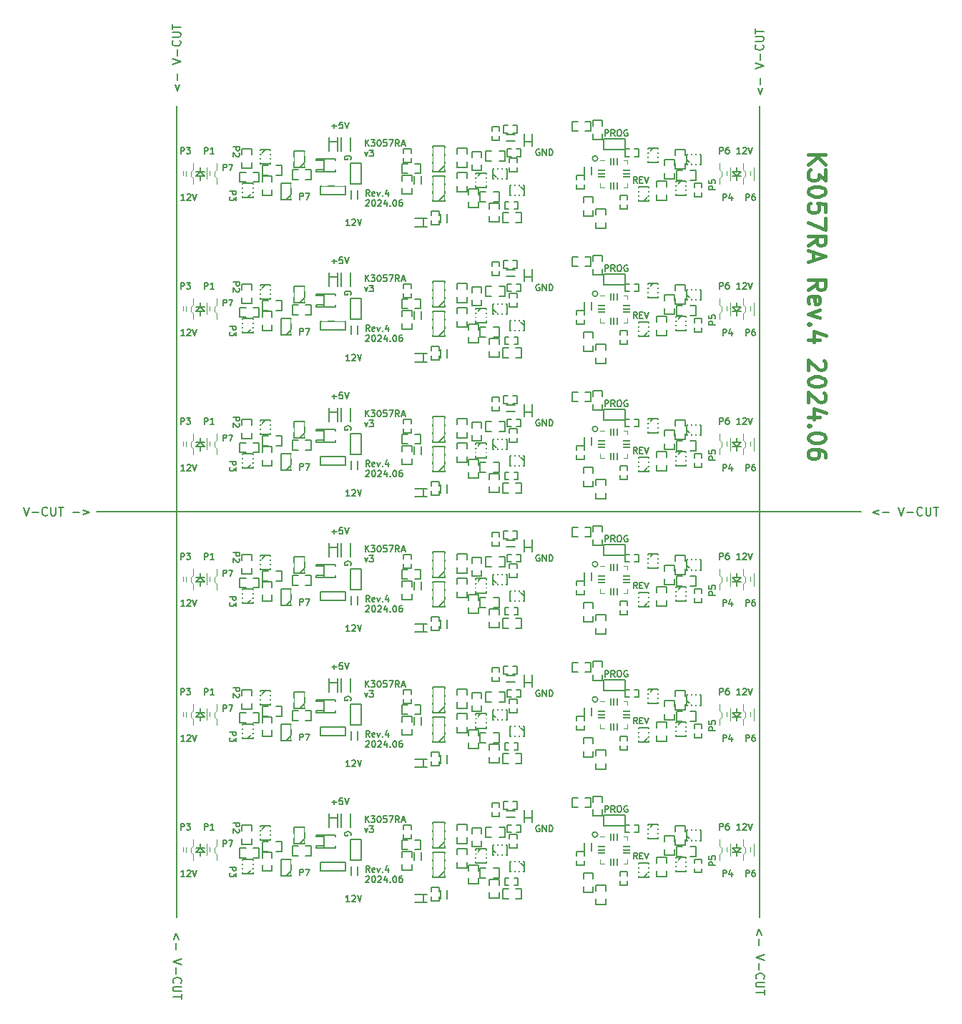
<source format=gto>
G04 #@! TF.GenerationSoftware,KiCad,Pcbnew,7.0.11*
G04 #@! TF.CreationDate,2024-06-06T00:44:59+09:00*
G04 #@! TF.ProjectId,motordecoder2-K3057,6d6f746f-7264-4656-936f-646572322d4b,rev?*
G04 #@! TF.SameCoordinates,Original*
G04 #@! TF.FileFunction,Legend,Top*
G04 #@! TF.FilePolarity,Positive*
%FSLAX46Y46*%
G04 Gerber Fmt 4.6, Leading zero omitted, Abs format (unit mm)*
G04 Created by KiCad (PCBNEW 7.0.11) date 2024-06-06 00:44:59*
%MOMM*%
%LPD*%
G01*
G04 APERTURE LIST*
G04 Aperture macros list*
%AMRoundRect*
0 Rectangle with rounded corners*
0 $1 Rounding radius*
0 $2 $3 $4 $5 $6 $7 $8 $9 X,Y pos of 4 corners*
0 Add a 4 corners polygon primitive as box body*
4,1,4,$2,$3,$4,$5,$6,$7,$8,$9,$2,$3,0*
0 Add four circle primitives for the rounded corners*
1,1,$1+$1,$2,$3*
1,1,$1+$1,$4,$5*
1,1,$1+$1,$6,$7*
1,1,$1+$1,$8,$9*
0 Add four rect primitives between the rounded corners*
20,1,$1+$1,$2,$3,$4,$5,0*
20,1,$1+$1,$4,$5,$6,$7,0*
20,1,$1+$1,$6,$7,$8,$9,0*
20,1,$1+$1,$8,$9,$2,$3,0*%
%AMFreePoly0*
4,1,14,0.334644,0.085355,0.385355,0.034644,0.400000,-0.000711,0.400000,-0.050000,0.385355,-0.085355,0.350000,-0.100000,-0.350000,-0.100000,-0.385355,-0.085355,-0.400000,-0.050000,-0.400000,0.050000,-0.385355,0.085355,-0.350000,0.100000,0.299289,0.100000,0.334644,0.085355,0.334644,0.085355,$1*%
%AMFreePoly1*
4,1,14,0.385355,0.085355,0.400000,0.050000,0.400000,0.000711,0.385355,-0.034644,0.334644,-0.085355,0.299289,-0.100000,-0.350000,-0.100000,-0.385355,-0.085355,-0.400000,-0.050000,-0.400000,0.050000,-0.385355,0.085355,-0.350000,0.100000,0.350000,0.100000,0.385355,0.085355,0.385355,0.085355,$1*%
%AMFreePoly2*
4,1,14,0.085355,0.385355,0.100000,0.350000,0.100000,-0.350000,0.085355,-0.385355,0.050000,-0.400000,-0.050000,-0.400000,-0.085355,-0.385355,-0.100000,-0.350000,-0.100000,0.299289,-0.085355,0.334644,-0.034644,0.385355,0.000711,0.400000,0.050000,0.400000,0.085355,0.385355,0.085355,0.385355,$1*%
%AMFreePoly3*
4,1,14,0.034644,0.385355,0.085355,0.334644,0.100000,0.299289,0.100000,-0.350000,0.085355,-0.385355,0.050000,-0.400000,-0.050000,-0.400000,-0.085355,-0.385355,-0.100000,-0.350000,-0.100000,0.350000,-0.085355,0.385355,-0.050000,0.400000,-0.000711,0.400000,0.034644,0.385355,0.034644,0.385355,$1*%
%AMFreePoly4*
4,1,14,0.385355,0.085355,0.400000,0.050000,0.400000,-0.050000,0.385355,-0.085355,0.350000,-0.100000,-0.299289,-0.100000,-0.334644,-0.085355,-0.385355,-0.034644,-0.400000,0.000711,-0.400000,0.050000,-0.385355,0.085355,-0.350000,0.100000,0.350000,0.100000,0.385355,0.085355,0.385355,0.085355,$1*%
%AMFreePoly5*
4,1,14,0.385355,0.085355,0.400000,0.050000,0.400000,-0.050000,0.385355,-0.085355,0.350000,-0.100000,-0.350000,-0.100000,-0.385355,-0.085355,-0.400000,-0.050000,-0.400000,-0.000711,-0.385355,0.034644,-0.334644,0.085355,-0.299289,0.100000,0.350000,0.100000,0.385355,0.085355,0.385355,0.085355,$1*%
%AMFreePoly6*
4,1,14,0.085355,0.385355,0.100000,0.350000,0.100000,-0.299289,0.085355,-0.334644,0.034644,-0.385355,-0.000711,-0.400000,-0.050000,-0.400000,-0.085355,-0.385355,-0.100000,-0.350000,-0.100000,0.350000,-0.085355,0.385355,-0.050000,0.400000,0.050000,0.400000,0.085355,0.385355,0.085355,0.385355,$1*%
%AMFreePoly7*
4,1,14,0.085355,0.385355,0.100000,0.350000,0.100000,-0.350000,0.085355,-0.385355,0.050000,-0.400000,0.000711,-0.400000,-0.034644,-0.385355,-0.085355,-0.334644,-0.100000,-0.299289,-0.100000,0.350000,-0.085355,0.385355,-0.050000,0.400000,0.050000,0.400000,0.085355,0.385355,0.085355,0.385355,$1*%
G04 Aperture macros list end*
%ADD10C,0.150000*%
%ADD11C,0.180000*%
%ADD12C,0.400000*%
%ADD13C,0.200000*%
%ADD14C,0.120000*%
%ADD15C,0.100000*%
%ADD16R,0.500000X0.550000*%
%ADD17R,0.800000X0.800000*%
%ADD18R,0.550000X0.500000*%
%ADD19R,1.200000X0.900000*%
%ADD20R,0.800000X0.900000*%
%ADD21R,1.000000X1.000000*%
%ADD22R,1.800000X1.000000*%
%ADD23R,0.600000X1.000000*%
%ADD24R,0.950000X0.950000*%
%ADD25R,1.000000X0.600000*%
%ADD26R,0.500000X1.200000*%
%ADD27R,1.000000X0.700000*%
%ADD28R,0.300000X0.700000*%
%ADD29R,0.700000X0.300000*%
%ADD30R,0.900000X0.500000*%
%ADD31R,0.500000X0.900000*%
%ADD32R,0.600000X0.400000*%
%ADD33R,0.400000X0.600000*%
%ADD34FreePoly0,0.000000*%
%ADD35RoundRect,0.050000X-0.350000X-0.050000X0.350000X-0.050000X0.350000X0.050000X-0.350000X0.050000X0*%
%ADD36FreePoly1,0.000000*%
%ADD37FreePoly2,0.000000*%
%ADD38RoundRect,0.050000X-0.050000X-0.350000X0.050000X-0.350000X0.050000X0.350000X-0.050000X0.350000X0*%
%ADD39FreePoly3,0.000000*%
%ADD40FreePoly4,0.000000*%
%ADD41FreePoly5,0.000000*%
%ADD42FreePoly6,0.000000*%
%ADD43FreePoly7,0.000000*%
%ADD44R,1.700000X1.700000*%
%ADD45R,0.800000X0.600000*%
%ADD46R,0.600000X0.700000*%
%ADD47R,0.700000X0.800000*%
%ADD48R,0.800000X0.500000*%
%ADD49R,1.400000X1.000000*%
%ADD50R,1.000000X1.400000*%
%ADD51R,0.500000X1.450000*%
%ADD52R,0.750000X1.300000*%
%ADD53R,0.300000X0.500000*%
%ADD54R,1.200000X0.500000*%
%ADD55R,0.600000X0.800000*%
%ADD56C,2.000000*%
%ADD57R,1.200000X1.200000*%
G04 APERTURE END LIST*
D10*
X96250000Y-105750000D02*
X97250000Y-105750000D01*
X160250000Y-90250000D02*
X160250000Y-90750000D01*
X160250000Y-106250000D02*
X159750000Y-105750000D01*
X160250000Y-105750000D02*
X160750000Y-105750000D01*
X97250000Y-58250000D02*
X96750000Y-58250000D01*
X160250000Y-42250000D02*
X159750000Y-41750000D01*
X97250000Y-74250000D02*
X96750000Y-74250000D01*
X96750000Y-42250000D02*
X96250000Y-42250000D01*
X160750000Y-41750000D02*
X160250000Y-42250000D01*
X160250000Y-41250000D02*
X160250000Y-41750000D01*
X94000000Y-50000000D02*
X94000000Y-66000000D01*
X160250000Y-105250000D02*
X160250000Y-105750000D01*
X143816228Y-72200000D02*
G75*
G03*
X143183772Y-72200000I-316228J0D01*
G01*
X143183772Y-72200000D02*
G75*
G03*
X143816228Y-72200000I316228J0D01*
G01*
X160250000Y-122250000D02*
X160250000Y-122750000D01*
X97250000Y-42250000D02*
X96750000Y-42250000D01*
X159750000Y-57750000D02*
X160250000Y-57750000D01*
X96750000Y-122750000D02*
X96750000Y-122250000D01*
X160250000Y-73250000D02*
X160250000Y-73750000D01*
X96750000Y-105750000D02*
X96750000Y-105250000D01*
X160250000Y-57750000D02*
X160750000Y-57750000D01*
X96750000Y-41750000D02*
X97250000Y-42250000D01*
X84500000Y-82000000D02*
X175000000Y-82000000D01*
X160250000Y-58250000D02*
X159750000Y-57750000D01*
X97250000Y-122250000D02*
X96750000Y-122250000D01*
X96750000Y-89750000D02*
X96750000Y-89250000D01*
X143816228Y-88200000D02*
G75*
G03*
X143183772Y-88200000I-316228J0D01*
G01*
X143183772Y-88200000D02*
G75*
G03*
X143816228Y-88200000I316228J0D01*
G01*
X160250000Y-89250000D02*
X160250000Y-89750000D01*
X160250000Y-57250000D02*
X160250000Y-57750000D01*
X160250000Y-121750000D02*
X160750000Y-121750000D01*
X96750000Y-57750000D02*
X97250000Y-58250000D01*
X96750000Y-106750000D02*
X96750000Y-106250000D01*
X160750000Y-42250000D02*
X159750000Y-42250000D01*
X97250000Y-106250000D02*
X96750000Y-106250000D01*
X96250000Y-73750000D02*
X97250000Y-73750000D01*
X160250000Y-58250000D02*
X160250000Y-58750000D01*
X160750000Y-122250000D02*
X159750000Y-122250000D01*
X163000000Y-82000000D02*
X163000000Y-98000000D01*
X96250000Y-122250000D02*
X96750000Y-121750000D01*
X160250000Y-106250000D02*
X160250000Y-106750000D01*
X96250000Y-89750000D02*
X97250000Y-89750000D01*
X160250000Y-121250000D02*
X160250000Y-121750000D01*
X96750000Y-58750000D02*
X96750000Y-58250000D01*
X143816228Y-56200000D02*
G75*
G03*
X143183772Y-56200000I-316228J0D01*
G01*
X143183772Y-56200000D02*
G75*
G03*
X143816228Y-56200000I316228J0D01*
G01*
X96750000Y-90250000D02*
X96250000Y-90250000D01*
X143816228Y-40200000D02*
G75*
G03*
X143183772Y-40200000I-316228J0D01*
G01*
X143183772Y-40200000D02*
G75*
G03*
X143816228Y-40200000I316228J0D01*
G01*
X143816228Y-120200000D02*
G75*
G03*
X143183772Y-120200000I-316228J0D01*
G01*
X143183772Y-120200000D02*
G75*
G03*
X143816228Y-120200000I316228J0D01*
G01*
X160750000Y-73750000D02*
X160250000Y-74250000D01*
X160750000Y-74250000D02*
X159750000Y-74250000D01*
X160750000Y-90250000D02*
X159750000Y-90250000D01*
X94000000Y-34000000D02*
X94000000Y-50000000D01*
X160250000Y-89750000D02*
X160750000Y-89750000D01*
X96250000Y-121750000D02*
X97250000Y-121750000D01*
X160250000Y-73750000D02*
X160750000Y-73750000D01*
X94000000Y-98000000D02*
X94000000Y-114000000D01*
X160750000Y-58250000D02*
X159750000Y-58250000D01*
X96750000Y-74750000D02*
X96750000Y-74250000D01*
X96750000Y-41750000D02*
X96750000Y-41250000D01*
X160250000Y-41750000D02*
X160750000Y-41750000D01*
X159750000Y-41750000D02*
X160250000Y-41750000D01*
X96250000Y-58250000D02*
X96750000Y-57750000D01*
X160250000Y-90250000D02*
X159750000Y-89750000D01*
X96250000Y-106250000D02*
X96750000Y-105750000D01*
X159750000Y-73750000D02*
X160250000Y-73750000D01*
X160250000Y-122250000D02*
X159750000Y-121750000D01*
X159750000Y-89750000D02*
X160250000Y-89750000D01*
X160250000Y-42250000D02*
X160250000Y-42750000D01*
X159750000Y-121750000D02*
X160250000Y-121750000D01*
X96750000Y-90750000D02*
X96750000Y-90250000D01*
X96750000Y-57750000D02*
X96750000Y-57250000D01*
X96750000Y-89750000D02*
X97250000Y-90250000D01*
X96750000Y-73750000D02*
X97250000Y-74250000D01*
X97250000Y-90250000D02*
X96750000Y-90250000D01*
X96250000Y-90250000D02*
X96750000Y-89750000D01*
X160750000Y-89750000D02*
X160250000Y-90250000D01*
X163000000Y-98000000D02*
X163000000Y-114000000D01*
X160750000Y-121750000D02*
X160250000Y-122250000D01*
X96750000Y-74250000D02*
X96250000Y-74250000D01*
X160250000Y-74250000D02*
X160250000Y-74750000D01*
X94000000Y-82000000D02*
X94000000Y-98000000D01*
X160750000Y-105750000D02*
X160250000Y-106250000D01*
X94000000Y-114000000D02*
X94000000Y-130000000D01*
X96750000Y-106250000D02*
X96250000Y-106250000D01*
X96750000Y-105750000D02*
X97250000Y-106250000D01*
X96750000Y-42750000D02*
X96750000Y-42250000D01*
X143816228Y-104200000D02*
G75*
G03*
X143183772Y-104200000I-316228J0D01*
G01*
X143183772Y-104200000D02*
G75*
G03*
X143816228Y-104200000I316228J0D01*
G01*
X96250000Y-41750000D02*
X97250000Y-41750000D01*
X96750000Y-73750000D02*
X96750000Y-73250000D01*
X160250000Y-74250000D02*
X159750000Y-73750000D01*
X163000000Y-114000000D02*
X163000000Y-130000000D01*
X96750000Y-122250000D02*
X96250000Y-122250000D01*
X96250000Y-74250000D02*
X96750000Y-73750000D01*
X96250000Y-42250000D02*
X96750000Y-41750000D01*
X96750000Y-121750000D02*
X97250000Y-122250000D01*
X96250000Y-57750000D02*
X97250000Y-57750000D01*
X163000000Y-50000000D02*
X163000000Y-66000000D01*
X160750000Y-57750000D02*
X160250000Y-58250000D01*
X94000000Y-66000000D02*
X94000000Y-82000000D01*
X163000000Y-34000000D02*
X163000000Y-50000000D01*
X96750000Y-121750000D02*
X96750000Y-121250000D01*
X163000000Y-66000000D02*
X163000000Y-82000000D01*
X96750000Y-58250000D02*
X96250000Y-58250000D01*
X160750000Y-106250000D02*
X159750000Y-106250000D01*
X159750000Y-105750000D02*
X160250000Y-105750000D01*
D11*
X157737604Y-43853571D02*
X156987604Y-43853571D01*
X156987604Y-43853571D02*
X156987604Y-43567857D01*
X156987604Y-43567857D02*
X157023318Y-43496428D01*
X157023318Y-43496428D02*
X157059032Y-43460714D01*
X157059032Y-43460714D02*
X157130461Y-43425000D01*
X157130461Y-43425000D02*
X157237604Y-43425000D01*
X157237604Y-43425000D02*
X157309032Y-43460714D01*
X157309032Y-43460714D02*
X157344747Y-43496428D01*
X157344747Y-43496428D02*
X157380461Y-43567857D01*
X157380461Y-43567857D02*
X157380461Y-43853571D01*
X156987604Y-42746428D02*
X156987604Y-43103571D01*
X156987604Y-43103571D02*
X157344747Y-43139285D01*
X157344747Y-43139285D02*
X157309032Y-43103571D01*
X157309032Y-43103571D02*
X157273318Y-43032143D01*
X157273318Y-43032143D02*
X157273318Y-42853571D01*
X157273318Y-42853571D02*
X157309032Y-42782143D01*
X157309032Y-42782143D02*
X157344747Y-42746428D01*
X157344747Y-42746428D02*
X157416175Y-42710714D01*
X157416175Y-42710714D02*
X157594747Y-42710714D01*
X157594747Y-42710714D02*
X157666175Y-42746428D01*
X157666175Y-42746428D02*
X157701890Y-42782143D01*
X157701890Y-42782143D02*
X157737604Y-42853571D01*
X157737604Y-42853571D02*
X157737604Y-43032143D01*
X157737604Y-43032143D02*
X157701890Y-43103571D01*
X157701890Y-43103571D02*
X157666175Y-43139285D01*
X158646428Y-45137604D02*
X158646428Y-44387604D01*
X158646428Y-44387604D02*
X158932142Y-44387604D01*
X158932142Y-44387604D02*
X159003571Y-44423318D01*
X159003571Y-44423318D02*
X159039285Y-44459032D01*
X159039285Y-44459032D02*
X159074999Y-44530461D01*
X159074999Y-44530461D02*
X159074999Y-44637604D01*
X159074999Y-44637604D02*
X159039285Y-44709032D01*
X159039285Y-44709032D02*
X159003571Y-44744747D01*
X159003571Y-44744747D02*
X158932142Y-44780461D01*
X158932142Y-44780461D02*
X158646428Y-44780461D01*
X159717857Y-44637604D02*
X159717857Y-45137604D01*
X159539285Y-44351890D02*
X159360714Y-44887604D01*
X159360714Y-44887604D02*
X159824999Y-44887604D01*
X148471428Y-43087604D02*
X148221428Y-42730461D01*
X148042857Y-43087604D02*
X148042857Y-42337604D01*
X148042857Y-42337604D02*
X148328571Y-42337604D01*
X148328571Y-42337604D02*
X148400000Y-42373318D01*
X148400000Y-42373318D02*
X148435714Y-42409032D01*
X148435714Y-42409032D02*
X148471428Y-42480461D01*
X148471428Y-42480461D02*
X148471428Y-42587604D01*
X148471428Y-42587604D02*
X148435714Y-42659032D01*
X148435714Y-42659032D02*
X148400000Y-42694747D01*
X148400000Y-42694747D02*
X148328571Y-42730461D01*
X148328571Y-42730461D02*
X148042857Y-42730461D01*
X148792857Y-42694747D02*
X149042857Y-42694747D01*
X149150000Y-43087604D02*
X148792857Y-43087604D01*
X148792857Y-43087604D02*
X148792857Y-42337604D01*
X148792857Y-42337604D02*
X149150000Y-42337604D01*
X149364285Y-42337604D02*
X149614285Y-43087604D01*
X149614285Y-43087604D02*
X149864285Y-42337604D01*
X144660714Y-37537604D02*
X144660714Y-36787604D01*
X144660714Y-36787604D02*
X144946428Y-36787604D01*
X144946428Y-36787604D02*
X145017857Y-36823318D01*
X145017857Y-36823318D02*
X145053571Y-36859032D01*
X145053571Y-36859032D02*
X145089285Y-36930461D01*
X145089285Y-36930461D02*
X145089285Y-37037604D01*
X145089285Y-37037604D02*
X145053571Y-37109032D01*
X145053571Y-37109032D02*
X145017857Y-37144747D01*
X145017857Y-37144747D02*
X144946428Y-37180461D01*
X144946428Y-37180461D02*
X144660714Y-37180461D01*
X145839285Y-37537604D02*
X145589285Y-37180461D01*
X145410714Y-37537604D02*
X145410714Y-36787604D01*
X145410714Y-36787604D02*
X145696428Y-36787604D01*
X145696428Y-36787604D02*
X145767857Y-36823318D01*
X145767857Y-36823318D02*
X145803571Y-36859032D01*
X145803571Y-36859032D02*
X145839285Y-36930461D01*
X145839285Y-36930461D02*
X145839285Y-37037604D01*
X145839285Y-37037604D02*
X145803571Y-37109032D01*
X145803571Y-37109032D02*
X145767857Y-37144747D01*
X145767857Y-37144747D02*
X145696428Y-37180461D01*
X145696428Y-37180461D02*
X145410714Y-37180461D01*
X146303571Y-36787604D02*
X146446428Y-36787604D01*
X146446428Y-36787604D02*
X146517857Y-36823318D01*
X146517857Y-36823318D02*
X146589285Y-36894747D01*
X146589285Y-36894747D02*
X146625000Y-37037604D01*
X146625000Y-37037604D02*
X146625000Y-37287604D01*
X146625000Y-37287604D02*
X146589285Y-37430461D01*
X146589285Y-37430461D02*
X146517857Y-37501890D01*
X146517857Y-37501890D02*
X146446428Y-37537604D01*
X146446428Y-37537604D02*
X146303571Y-37537604D01*
X146303571Y-37537604D02*
X146232143Y-37501890D01*
X146232143Y-37501890D02*
X146160714Y-37430461D01*
X146160714Y-37430461D02*
X146125000Y-37287604D01*
X146125000Y-37287604D02*
X146125000Y-37037604D01*
X146125000Y-37037604D02*
X146160714Y-36894747D01*
X146160714Y-36894747D02*
X146232143Y-36823318D01*
X146232143Y-36823318D02*
X146303571Y-36787604D01*
X147339285Y-36823318D02*
X147267857Y-36787604D01*
X147267857Y-36787604D02*
X147160714Y-36787604D01*
X147160714Y-36787604D02*
X147053571Y-36823318D01*
X147053571Y-36823318D02*
X146982142Y-36894747D01*
X146982142Y-36894747D02*
X146946428Y-36966175D01*
X146946428Y-36966175D02*
X146910714Y-37109032D01*
X146910714Y-37109032D02*
X146910714Y-37216175D01*
X146910714Y-37216175D02*
X146946428Y-37359032D01*
X146946428Y-37359032D02*
X146982142Y-37430461D01*
X146982142Y-37430461D02*
X147053571Y-37501890D01*
X147053571Y-37501890D02*
X147160714Y-37537604D01*
X147160714Y-37537604D02*
X147232142Y-37537604D01*
X147232142Y-37537604D02*
X147339285Y-37501890D01*
X147339285Y-37501890D02*
X147374999Y-37466175D01*
X147374999Y-37466175D02*
X147374999Y-37216175D01*
X147374999Y-37216175D02*
X147232142Y-37216175D01*
X160735714Y-39637604D02*
X160307143Y-39637604D01*
X160521428Y-39637604D02*
X160521428Y-38887604D01*
X160521428Y-38887604D02*
X160450000Y-38994747D01*
X160450000Y-38994747D02*
X160378571Y-39066175D01*
X160378571Y-39066175D02*
X160307143Y-39101890D01*
X161021429Y-38959032D02*
X161057143Y-38923318D01*
X161057143Y-38923318D02*
X161128572Y-38887604D01*
X161128572Y-38887604D02*
X161307143Y-38887604D01*
X161307143Y-38887604D02*
X161378572Y-38923318D01*
X161378572Y-38923318D02*
X161414286Y-38959032D01*
X161414286Y-38959032D02*
X161450000Y-39030461D01*
X161450000Y-39030461D02*
X161450000Y-39101890D01*
X161450000Y-39101890D02*
X161414286Y-39209032D01*
X161414286Y-39209032D02*
X160985714Y-39637604D01*
X160985714Y-39637604D02*
X161450000Y-39637604D01*
X161664286Y-38887604D02*
X161914286Y-39637604D01*
X161914286Y-39637604D02*
X162164286Y-38887604D01*
X97246428Y-39637604D02*
X97246428Y-38887604D01*
X97246428Y-38887604D02*
X97532142Y-38887604D01*
X97532142Y-38887604D02*
X97603571Y-38923318D01*
X97603571Y-38923318D02*
X97639285Y-38959032D01*
X97639285Y-38959032D02*
X97674999Y-39030461D01*
X97674999Y-39030461D02*
X97674999Y-39137604D01*
X97674999Y-39137604D02*
X97639285Y-39209032D01*
X97639285Y-39209032D02*
X97603571Y-39244747D01*
X97603571Y-39244747D02*
X97532142Y-39280461D01*
X97532142Y-39280461D02*
X97246428Y-39280461D01*
X98389285Y-39637604D02*
X97960714Y-39637604D01*
X98174999Y-39637604D02*
X98174999Y-38887604D01*
X98174999Y-38887604D02*
X98103571Y-38994747D01*
X98103571Y-38994747D02*
X98032142Y-39066175D01*
X98032142Y-39066175D02*
X97960714Y-39101890D01*
X100662395Y-38846428D02*
X101412395Y-38846428D01*
X101412395Y-38846428D02*
X101412395Y-39132142D01*
X101412395Y-39132142D02*
X101376681Y-39203571D01*
X101376681Y-39203571D02*
X101340967Y-39239285D01*
X101340967Y-39239285D02*
X101269538Y-39274999D01*
X101269538Y-39274999D02*
X101162395Y-39274999D01*
X101162395Y-39274999D02*
X101090967Y-39239285D01*
X101090967Y-39239285D02*
X101055252Y-39203571D01*
X101055252Y-39203571D02*
X101019538Y-39132142D01*
X101019538Y-39132142D02*
X101019538Y-38846428D01*
X101340967Y-39560714D02*
X101376681Y-39596428D01*
X101376681Y-39596428D02*
X101412395Y-39667857D01*
X101412395Y-39667857D02*
X101412395Y-39846428D01*
X101412395Y-39846428D02*
X101376681Y-39917857D01*
X101376681Y-39917857D02*
X101340967Y-39953571D01*
X101340967Y-39953571D02*
X101269538Y-39989285D01*
X101269538Y-39989285D02*
X101198110Y-39989285D01*
X101198110Y-39989285D02*
X101090967Y-39953571D01*
X101090967Y-39953571D02*
X100662395Y-39524999D01*
X100662395Y-39524999D02*
X100662395Y-39989285D01*
X100262395Y-44046428D02*
X101012395Y-44046428D01*
X101012395Y-44046428D02*
X101012395Y-44332142D01*
X101012395Y-44332142D02*
X100976681Y-44403571D01*
X100976681Y-44403571D02*
X100940967Y-44439285D01*
X100940967Y-44439285D02*
X100869538Y-44474999D01*
X100869538Y-44474999D02*
X100762395Y-44474999D01*
X100762395Y-44474999D02*
X100690967Y-44439285D01*
X100690967Y-44439285D02*
X100655252Y-44403571D01*
X100655252Y-44403571D02*
X100619538Y-44332142D01*
X100619538Y-44332142D02*
X100619538Y-44046428D01*
X101012395Y-44724999D02*
X101012395Y-45189285D01*
X101012395Y-45189285D02*
X100726681Y-44939285D01*
X100726681Y-44939285D02*
X100726681Y-45046428D01*
X100726681Y-45046428D02*
X100690967Y-45117857D01*
X100690967Y-45117857D02*
X100655252Y-45153571D01*
X100655252Y-45153571D02*
X100583824Y-45189285D01*
X100583824Y-45189285D02*
X100405252Y-45189285D01*
X100405252Y-45189285D02*
X100333824Y-45153571D01*
X100333824Y-45153571D02*
X100298110Y-45117857D01*
X100298110Y-45117857D02*
X100262395Y-45046428D01*
X100262395Y-45046428D02*
X100262395Y-44832142D01*
X100262395Y-44832142D02*
X100298110Y-44760714D01*
X100298110Y-44760714D02*
X100333824Y-44724999D01*
X94935714Y-45137604D02*
X94507143Y-45137604D01*
X94721428Y-45137604D02*
X94721428Y-44387604D01*
X94721428Y-44387604D02*
X94650000Y-44494747D01*
X94650000Y-44494747D02*
X94578571Y-44566175D01*
X94578571Y-44566175D02*
X94507143Y-44601890D01*
X95221429Y-44459032D02*
X95257143Y-44423318D01*
X95257143Y-44423318D02*
X95328572Y-44387604D01*
X95328572Y-44387604D02*
X95507143Y-44387604D01*
X95507143Y-44387604D02*
X95578572Y-44423318D01*
X95578572Y-44423318D02*
X95614286Y-44459032D01*
X95614286Y-44459032D02*
X95650000Y-44530461D01*
X95650000Y-44530461D02*
X95650000Y-44601890D01*
X95650000Y-44601890D02*
X95614286Y-44709032D01*
X95614286Y-44709032D02*
X95185714Y-45137604D01*
X95185714Y-45137604D02*
X95650000Y-45137604D01*
X95864286Y-44387604D02*
X96114286Y-45137604D01*
X96114286Y-45137604D02*
X96364286Y-44387604D01*
X99446428Y-41637604D02*
X99446428Y-40887604D01*
X99446428Y-40887604D02*
X99732142Y-40887604D01*
X99732142Y-40887604D02*
X99803571Y-40923318D01*
X99803571Y-40923318D02*
X99839285Y-40959032D01*
X99839285Y-40959032D02*
X99874999Y-41030461D01*
X99874999Y-41030461D02*
X99874999Y-41137604D01*
X99874999Y-41137604D02*
X99839285Y-41209032D01*
X99839285Y-41209032D02*
X99803571Y-41244747D01*
X99803571Y-41244747D02*
X99732142Y-41280461D01*
X99732142Y-41280461D02*
X99446428Y-41280461D01*
X100124999Y-40887604D02*
X100624999Y-40887604D01*
X100624999Y-40887604D02*
X100303571Y-41637604D01*
X112335714Y-36351890D02*
X112907143Y-36351890D01*
X112621428Y-36637604D02*
X112621428Y-36066175D01*
X113621428Y-35887604D02*
X113264285Y-35887604D01*
X113264285Y-35887604D02*
X113228571Y-36244747D01*
X113228571Y-36244747D02*
X113264285Y-36209032D01*
X113264285Y-36209032D02*
X113335714Y-36173318D01*
X113335714Y-36173318D02*
X113514285Y-36173318D01*
X113514285Y-36173318D02*
X113585714Y-36209032D01*
X113585714Y-36209032D02*
X113621428Y-36244747D01*
X113621428Y-36244747D02*
X113657142Y-36316175D01*
X113657142Y-36316175D02*
X113657142Y-36494747D01*
X113657142Y-36494747D02*
X113621428Y-36566175D01*
X113621428Y-36566175D02*
X113585714Y-36601890D01*
X113585714Y-36601890D02*
X113514285Y-36637604D01*
X113514285Y-36637604D02*
X113335714Y-36637604D01*
X113335714Y-36637604D02*
X113264285Y-36601890D01*
X113264285Y-36601890D02*
X113228571Y-36566175D01*
X113871428Y-35887604D02*
X114121428Y-36637604D01*
X114121428Y-36637604D02*
X114371428Y-35887604D01*
X114576681Y-40296428D02*
X114612395Y-40225000D01*
X114612395Y-40225000D02*
X114612395Y-40117857D01*
X114612395Y-40117857D02*
X114576681Y-40010714D01*
X114576681Y-40010714D02*
X114505252Y-39939285D01*
X114505252Y-39939285D02*
X114433824Y-39903571D01*
X114433824Y-39903571D02*
X114290967Y-39867857D01*
X114290967Y-39867857D02*
X114183824Y-39867857D01*
X114183824Y-39867857D02*
X114040967Y-39903571D01*
X114040967Y-39903571D02*
X113969538Y-39939285D01*
X113969538Y-39939285D02*
X113898110Y-40010714D01*
X113898110Y-40010714D02*
X113862395Y-40117857D01*
X113862395Y-40117857D02*
X113862395Y-40189285D01*
X113862395Y-40189285D02*
X113898110Y-40296428D01*
X113898110Y-40296428D02*
X113933824Y-40332142D01*
X113933824Y-40332142D02*
X114183824Y-40332142D01*
X114183824Y-40332142D02*
X114183824Y-40189285D01*
X116825563Y-44633854D02*
X116575563Y-44276711D01*
X116396992Y-44633854D02*
X116396992Y-43883854D01*
X116396992Y-43883854D02*
X116682706Y-43883854D01*
X116682706Y-43883854D02*
X116754135Y-43919568D01*
X116754135Y-43919568D02*
X116789849Y-43955282D01*
X116789849Y-43955282D02*
X116825563Y-44026711D01*
X116825563Y-44026711D02*
X116825563Y-44133854D01*
X116825563Y-44133854D02*
X116789849Y-44205282D01*
X116789849Y-44205282D02*
X116754135Y-44240997D01*
X116754135Y-44240997D02*
X116682706Y-44276711D01*
X116682706Y-44276711D02*
X116396992Y-44276711D01*
X117432706Y-44598140D02*
X117361278Y-44633854D01*
X117361278Y-44633854D02*
X117218421Y-44633854D01*
X117218421Y-44633854D02*
X117146992Y-44598140D01*
X117146992Y-44598140D02*
X117111278Y-44526711D01*
X117111278Y-44526711D02*
X117111278Y-44240997D01*
X117111278Y-44240997D02*
X117146992Y-44169568D01*
X117146992Y-44169568D02*
X117218421Y-44133854D01*
X117218421Y-44133854D02*
X117361278Y-44133854D01*
X117361278Y-44133854D02*
X117432706Y-44169568D01*
X117432706Y-44169568D02*
X117468421Y-44240997D01*
X117468421Y-44240997D02*
X117468421Y-44312425D01*
X117468421Y-44312425D02*
X117111278Y-44383854D01*
X117718420Y-44133854D02*
X117896992Y-44633854D01*
X117896992Y-44633854D02*
X118075563Y-44133854D01*
X118361278Y-44562425D02*
X118396992Y-44598140D01*
X118396992Y-44598140D02*
X118361278Y-44633854D01*
X118361278Y-44633854D02*
X118325564Y-44598140D01*
X118325564Y-44598140D02*
X118361278Y-44562425D01*
X118361278Y-44562425D02*
X118361278Y-44633854D01*
X119039850Y-44133854D02*
X119039850Y-44633854D01*
X118861278Y-43848140D02*
X118682707Y-44383854D01*
X118682707Y-44383854D02*
X119146992Y-44383854D01*
X116361278Y-45162782D02*
X116396992Y-45127068D01*
X116396992Y-45127068D02*
X116468421Y-45091354D01*
X116468421Y-45091354D02*
X116646992Y-45091354D01*
X116646992Y-45091354D02*
X116718421Y-45127068D01*
X116718421Y-45127068D02*
X116754135Y-45162782D01*
X116754135Y-45162782D02*
X116789849Y-45234211D01*
X116789849Y-45234211D02*
X116789849Y-45305640D01*
X116789849Y-45305640D02*
X116754135Y-45412782D01*
X116754135Y-45412782D02*
X116325563Y-45841354D01*
X116325563Y-45841354D02*
X116789849Y-45841354D01*
X117254135Y-45091354D02*
X117325564Y-45091354D01*
X117325564Y-45091354D02*
X117396992Y-45127068D01*
X117396992Y-45127068D02*
X117432707Y-45162782D01*
X117432707Y-45162782D02*
X117468421Y-45234211D01*
X117468421Y-45234211D02*
X117504135Y-45377068D01*
X117504135Y-45377068D02*
X117504135Y-45555640D01*
X117504135Y-45555640D02*
X117468421Y-45698497D01*
X117468421Y-45698497D02*
X117432707Y-45769925D01*
X117432707Y-45769925D02*
X117396992Y-45805640D01*
X117396992Y-45805640D02*
X117325564Y-45841354D01*
X117325564Y-45841354D02*
X117254135Y-45841354D01*
X117254135Y-45841354D02*
X117182707Y-45805640D01*
X117182707Y-45805640D02*
X117146992Y-45769925D01*
X117146992Y-45769925D02*
X117111278Y-45698497D01*
X117111278Y-45698497D02*
X117075564Y-45555640D01*
X117075564Y-45555640D02*
X117075564Y-45377068D01*
X117075564Y-45377068D02*
X117111278Y-45234211D01*
X117111278Y-45234211D02*
X117146992Y-45162782D01*
X117146992Y-45162782D02*
X117182707Y-45127068D01*
X117182707Y-45127068D02*
X117254135Y-45091354D01*
X117789850Y-45162782D02*
X117825564Y-45127068D01*
X117825564Y-45127068D02*
X117896993Y-45091354D01*
X117896993Y-45091354D02*
X118075564Y-45091354D01*
X118075564Y-45091354D02*
X118146993Y-45127068D01*
X118146993Y-45127068D02*
X118182707Y-45162782D01*
X118182707Y-45162782D02*
X118218421Y-45234211D01*
X118218421Y-45234211D02*
X118218421Y-45305640D01*
X118218421Y-45305640D02*
X118182707Y-45412782D01*
X118182707Y-45412782D02*
X117754135Y-45841354D01*
X117754135Y-45841354D02*
X118218421Y-45841354D01*
X118861279Y-45341354D02*
X118861279Y-45841354D01*
X118682707Y-45055640D02*
X118504136Y-45591354D01*
X118504136Y-45591354D02*
X118968421Y-45591354D01*
X119254136Y-45769925D02*
X119289850Y-45805640D01*
X119289850Y-45805640D02*
X119254136Y-45841354D01*
X119254136Y-45841354D02*
X119218422Y-45805640D01*
X119218422Y-45805640D02*
X119254136Y-45769925D01*
X119254136Y-45769925D02*
X119254136Y-45841354D01*
X119754136Y-45091354D02*
X119825565Y-45091354D01*
X119825565Y-45091354D02*
X119896993Y-45127068D01*
X119896993Y-45127068D02*
X119932708Y-45162782D01*
X119932708Y-45162782D02*
X119968422Y-45234211D01*
X119968422Y-45234211D02*
X120004136Y-45377068D01*
X120004136Y-45377068D02*
X120004136Y-45555640D01*
X120004136Y-45555640D02*
X119968422Y-45698497D01*
X119968422Y-45698497D02*
X119932708Y-45769925D01*
X119932708Y-45769925D02*
X119896993Y-45805640D01*
X119896993Y-45805640D02*
X119825565Y-45841354D01*
X119825565Y-45841354D02*
X119754136Y-45841354D01*
X119754136Y-45841354D02*
X119682708Y-45805640D01*
X119682708Y-45805640D02*
X119646993Y-45769925D01*
X119646993Y-45769925D02*
X119611279Y-45698497D01*
X119611279Y-45698497D02*
X119575565Y-45555640D01*
X119575565Y-45555640D02*
X119575565Y-45377068D01*
X119575565Y-45377068D02*
X119611279Y-45234211D01*
X119611279Y-45234211D02*
X119646993Y-45162782D01*
X119646993Y-45162782D02*
X119682708Y-45127068D01*
X119682708Y-45127068D02*
X119754136Y-45091354D01*
X120646994Y-45091354D02*
X120504136Y-45091354D01*
X120504136Y-45091354D02*
X120432708Y-45127068D01*
X120432708Y-45127068D02*
X120396994Y-45162782D01*
X120396994Y-45162782D02*
X120325565Y-45269925D01*
X120325565Y-45269925D02*
X120289851Y-45412782D01*
X120289851Y-45412782D02*
X120289851Y-45698497D01*
X120289851Y-45698497D02*
X120325565Y-45769925D01*
X120325565Y-45769925D02*
X120361279Y-45805640D01*
X120361279Y-45805640D02*
X120432708Y-45841354D01*
X120432708Y-45841354D02*
X120575565Y-45841354D01*
X120575565Y-45841354D02*
X120646994Y-45805640D01*
X120646994Y-45805640D02*
X120682708Y-45769925D01*
X120682708Y-45769925D02*
X120718422Y-45698497D01*
X120718422Y-45698497D02*
X120718422Y-45519925D01*
X120718422Y-45519925D02*
X120682708Y-45448497D01*
X120682708Y-45448497D02*
X120646994Y-45412782D01*
X120646994Y-45412782D02*
X120575565Y-45377068D01*
X120575565Y-45377068D02*
X120432708Y-45377068D01*
X120432708Y-45377068D02*
X120361279Y-45412782D01*
X120361279Y-45412782D02*
X120325565Y-45448497D01*
X120325565Y-45448497D02*
X120289851Y-45519925D01*
X114435714Y-48137604D02*
X114007143Y-48137604D01*
X114221428Y-48137604D02*
X114221428Y-47387604D01*
X114221428Y-47387604D02*
X114150000Y-47494747D01*
X114150000Y-47494747D02*
X114078571Y-47566175D01*
X114078571Y-47566175D02*
X114007143Y-47601890D01*
X114721429Y-47459032D02*
X114757143Y-47423318D01*
X114757143Y-47423318D02*
X114828572Y-47387604D01*
X114828572Y-47387604D02*
X115007143Y-47387604D01*
X115007143Y-47387604D02*
X115078572Y-47423318D01*
X115078572Y-47423318D02*
X115114286Y-47459032D01*
X115114286Y-47459032D02*
X115150000Y-47530461D01*
X115150000Y-47530461D02*
X115150000Y-47601890D01*
X115150000Y-47601890D02*
X115114286Y-47709032D01*
X115114286Y-47709032D02*
X114685714Y-48137604D01*
X114685714Y-48137604D02*
X115150000Y-48137604D01*
X115364286Y-47387604D02*
X115614286Y-48137604D01*
X115614286Y-48137604D02*
X115864286Y-47387604D01*
X136928571Y-39123318D02*
X136857143Y-39087604D01*
X136857143Y-39087604D02*
X136750000Y-39087604D01*
X136750000Y-39087604D02*
X136642857Y-39123318D01*
X136642857Y-39123318D02*
X136571428Y-39194747D01*
X136571428Y-39194747D02*
X136535714Y-39266175D01*
X136535714Y-39266175D02*
X136500000Y-39409032D01*
X136500000Y-39409032D02*
X136500000Y-39516175D01*
X136500000Y-39516175D02*
X136535714Y-39659032D01*
X136535714Y-39659032D02*
X136571428Y-39730461D01*
X136571428Y-39730461D02*
X136642857Y-39801890D01*
X136642857Y-39801890D02*
X136750000Y-39837604D01*
X136750000Y-39837604D02*
X136821428Y-39837604D01*
X136821428Y-39837604D02*
X136928571Y-39801890D01*
X136928571Y-39801890D02*
X136964285Y-39766175D01*
X136964285Y-39766175D02*
X136964285Y-39516175D01*
X136964285Y-39516175D02*
X136821428Y-39516175D01*
X137285714Y-39837604D02*
X137285714Y-39087604D01*
X137285714Y-39087604D02*
X137714285Y-39837604D01*
X137714285Y-39837604D02*
X137714285Y-39087604D01*
X138071428Y-39837604D02*
X138071428Y-39087604D01*
X138071428Y-39087604D02*
X138249999Y-39087604D01*
X138249999Y-39087604D02*
X138357142Y-39123318D01*
X138357142Y-39123318D02*
X138428571Y-39194747D01*
X138428571Y-39194747D02*
X138464285Y-39266175D01*
X138464285Y-39266175D02*
X138499999Y-39409032D01*
X138499999Y-39409032D02*
X138499999Y-39516175D01*
X138499999Y-39516175D02*
X138464285Y-39659032D01*
X138464285Y-39659032D02*
X138428571Y-39730461D01*
X138428571Y-39730461D02*
X138357142Y-39801890D01*
X138357142Y-39801890D02*
X138249999Y-39837604D01*
X138249999Y-39837604D02*
X138071428Y-39837604D01*
X94446428Y-39637604D02*
X94446428Y-38887604D01*
X94446428Y-38887604D02*
X94732142Y-38887604D01*
X94732142Y-38887604D02*
X94803571Y-38923318D01*
X94803571Y-38923318D02*
X94839285Y-38959032D01*
X94839285Y-38959032D02*
X94874999Y-39030461D01*
X94874999Y-39030461D02*
X94874999Y-39137604D01*
X94874999Y-39137604D02*
X94839285Y-39209032D01*
X94839285Y-39209032D02*
X94803571Y-39244747D01*
X94803571Y-39244747D02*
X94732142Y-39280461D01*
X94732142Y-39280461D02*
X94446428Y-39280461D01*
X95124999Y-38887604D02*
X95589285Y-38887604D01*
X95589285Y-38887604D02*
X95339285Y-39173318D01*
X95339285Y-39173318D02*
X95446428Y-39173318D01*
X95446428Y-39173318D02*
X95517857Y-39209032D01*
X95517857Y-39209032D02*
X95553571Y-39244747D01*
X95553571Y-39244747D02*
X95589285Y-39316175D01*
X95589285Y-39316175D02*
X95589285Y-39494747D01*
X95589285Y-39494747D02*
X95553571Y-39566175D01*
X95553571Y-39566175D02*
X95517857Y-39601890D01*
X95517857Y-39601890D02*
X95446428Y-39637604D01*
X95446428Y-39637604D02*
X95232142Y-39637604D01*
X95232142Y-39637604D02*
X95160714Y-39601890D01*
X95160714Y-39601890D02*
X95124999Y-39566175D01*
X161346428Y-45137604D02*
X161346428Y-44387604D01*
X161346428Y-44387604D02*
X161632142Y-44387604D01*
X161632142Y-44387604D02*
X161703571Y-44423318D01*
X161703571Y-44423318D02*
X161739285Y-44459032D01*
X161739285Y-44459032D02*
X161774999Y-44530461D01*
X161774999Y-44530461D02*
X161774999Y-44637604D01*
X161774999Y-44637604D02*
X161739285Y-44709032D01*
X161739285Y-44709032D02*
X161703571Y-44744747D01*
X161703571Y-44744747D02*
X161632142Y-44780461D01*
X161632142Y-44780461D02*
X161346428Y-44780461D01*
X162417857Y-44387604D02*
X162274999Y-44387604D01*
X162274999Y-44387604D02*
X162203571Y-44423318D01*
X162203571Y-44423318D02*
X162167857Y-44459032D01*
X162167857Y-44459032D02*
X162096428Y-44566175D01*
X162096428Y-44566175D02*
X162060714Y-44709032D01*
X162060714Y-44709032D02*
X162060714Y-44994747D01*
X162060714Y-44994747D02*
X162096428Y-45066175D01*
X162096428Y-45066175D02*
X162132142Y-45101890D01*
X162132142Y-45101890D02*
X162203571Y-45137604D01*
X162203571Y-45137604D02*
X162346428Y-45137604D01*
X162346428Y-45137604D02*
X162417857Y-45101890D01*
X162417857Y-45101890D02*
X162453571Y-45066175D01*
X162453571Y-45066175D02*
X162489285Y-44994747D01*
X162489285Y-44994747D02*
X162489285Y-44816175D01*
X162489285Y-44816175D02*
X162453571Y-44744747D01*
X162453571Y-44744747D02*
X162417857Y-44709032D01*
X162417857Y-44709032D02*
X162346428Y-44673318D01*
X162346428Y-44673318D02*
X162203571Y-44673318D01*
X162203571Y-44673318D02*
X162132142Y-44709032D01*
X162132142Y-44709032D02*
X162096428Y-44744747D01*
X162096428Y-44744747D02*
X162060714Y-44816175D01*
X108546428Y-45037604D02*
X108546428Y-44287604D01*
X108546428Y-44287604D02*
X108832142Y-44287604D01*
X108832142Y-44287604D02*
X108903571Y-44323318D01*
X108903571Y-44323318D02*
X108939285Y-44359032D01*
X108939285Y-44359032D02*
X108974999Y-44430461D01*
X108974999Y-44430461D02*
X108974999Y-44537604D01*
X108974999Y-44537604D02*
X108939285Y-44609032D01*
X108939285Y-44609032D02*
X108903571Y-44644747D01*
X108903571Y-44644747D02*
X108832142Y-44680461D01*
X108832142Y-44680461D02*
X108546428Y-44680461D01*
X109224999Y-44287604D02*
X109724999Y-44287604D01*
X109724999Y-44287604D02*
X109403571Y-45037604D01*
X144660714Y-101537604D02*
X144660714Y-100787604D01*
X144660714Y-100787604D02*
X144946428Y-100787604D01*
X144946428Y-100787604D02*
X145017857Y-100823318D01*
X145017857Y-100823318D02*
X145053571Y-100859032D01*
X145053571Y-100859032D02*
X145089285Y-100930461D01*
X145089285Y-100930461D02*
X145089285Y-101037604D01*
X145089285Y-101037604D02*
X145053571Y-101109032D01*
X145053571Y-101109032D02*
X145017857Y-101144747D01*
X145017857Y-101144747D02*
X144946428Y-101180461D01*
X144946428Y-101180461D02*
X144660714Y-101180461D01*
X145839285Y-101537604D02*
X145589285Y-101180461D01*
X145410714Y-101537604D02*
X145410714Y-100787604D01*
X145410714Y-100787604D02*
X145696428Y-100787604D01*
X145696428Y-100787604D02*
X145767857Y-100823318D01*
X145767857Y-100823318D02*
X145803571Y-100859032D01*
X145803571Y-100859032D02*
X145839285Y-100930461D01*
X145839285Y-100930461D02*
X145839285Y-101037604D01*
X145839285Y-101037604D02*
X145803571Y-101109032D01*
X145803571Y-101109032D02*
X145767857Y-101144747D01*
X145767857Y-101144747D02*
X145696428Y-101180461D01*
X145696428Y-101180461D02*
X145410714Y-101180461D01*
X146303571Y-100787604D02*
X146446428Y-100787604D01*
X146446428Y-100787604D02*
X146517857Y-100823318D01*
X146517857Y-100823318D02*
X146589285Y-100894747D01*
X146589285Y-100894747D02*
X146625000Y-101037604D01*
X146625000Y-101037604D02*
X146625000Y-101287604D01*
X146625000Y-101287604D02*
X146589285Y-101430461D01*
X146589285Y-101430461D02*
X146517857Y-101501890D01*
X146517857Y-101501890D02*
X146446428Y-101537604D01*
X146446428Y-101537604D02*
X146303571Y-101537604D01*
X146303571Y-101537604D02*
X146232143Y-101501890D01*
X146232143Y-101501890D02*
X146160714Y-101430461D01*
X146160714Y-101430461D02*
X146125000Y-101287604D01*
X146125000Y-101287604D02*
X146125000Y-101037604D01*
X146125000Y-101037604D02*
X146160714Y-100894747D01*
X146160714Y-100894747D02*
X146232143Y-100823318D01*
X146232143Y-100823318D02*
X146303571Y-100787604D01*
X147339285Y-100823318D02*
X147267857Y-100787604D01*
X147267857Y-100787604D02*
X147160714Y-100787604D01*
X147160714Y-100787604D02*
X147053571Y-100823318D01*
X147053571Y-100823318D02*
X146982142Y-100894747D01*
X146982142Y-100894747D02*
X146946428Y-100966175D01*
X146946428Y-100966175D02*
X146910714Y-101109032D01*
X146910714Y-101109032D02*
X146910714Y-101216175D01*
X146910714Y-101216175D02*
X146946428Y-101359032D01*
X146946428Y-101359032D02*
X146982142Y-101430461D01*
X146982142Y-101430461D02*
X147053571Y-101501890D01*
X147053571Y-101501890D02*
X147160714Y-101537604D01*
X147160714Y-101537604D02*
X147232142Y-101537604D01*
X147232142Y-101537604D02*
X147339285Y-101501890D01*
X147339285Y-101501890D02*
X147374999Y-101466175D01*
X147374999Y-101466175D02*
X147374999Y-101216175D01*
X147374999Y-101216175D02*
X147232142Y-101216175D01*
X100262395Y-124046428D02*
X101012395Y-124046428D01*
X101012395Y-124046428D02*
X101012395Y-124332142D01*
X101012395Y-124332142D02*
X100976681Y-124403571D01*
X100976681Y-124403571D02*
X100940967Y-124439285D01*
X100940967Y-124439285D02*
X100869538Y-124474999D01*
X100869538Y-124474999D02*
X100762395Y-124474999D01*
X100762395Y-124474999D02*
X100690967Y-124439285D01*
X100690967Y-124439285D02*
X100655252Y-124403571D01*
X100655252Y-124403571D02*
X100619538Y-124332142D01*
X100619538Y-124332142D02*
X100619538Y-124046428D01*
X101012395Y-124724999D02*
X101012395Y-125189285D01*
X101012395Y-125189285D02*
X100726681Y-124939285D01*
X100726681Y-124939285D02*
X100726681Y-125046428D01*
X100726681Y-125046428D02*
X100690967Y-125117857D01*
X100690967Y-125117857D02*
X100655252Y-125153571D01*
X100655252Y-125153571D02*
X100583824Y-125189285D01*
X100583824Y-125189285D02*
X100405252Y-125189285D01*
X100405252Y-125189285D02*
X100333824Y-125153571D01*
X100333824Y-125153571D02*
X100298110Y-125117857D01*
X100298110Y-125117857D02*
X100262395Y-125046428D01*
X100262395Y-125046428D02*
X100262395Y-124832142D01*
X100262395Y-124832142D02*
X100298110Y-124760714D01*
X100298110Y-124760714D02*
X100333824Y-124724999D01*
D12*
X168765561Y-39739347D02*
X170765561Y-39739347D01*
X168765561Y-40882204D02*
X169908419Y-40025061D01*
X170765561Y-40882204D02*
X169622704Y-39739347D01*
X170765561Y-41548871D02*
X170765561Y-42786966D01*
X170765561Y-42786966D02*
X170003657Y-42120299D01*
X170003657Y-42120299D02*
X170003657Y-42406014D01*
X170003657Y-42406014D02*
X169908419Y-42596490D01*
X169908419Y-42596490D02*
X169813180Y-42691728D01*
X169813180Y-42691728D02*
X169622704Y-42786966D01*
X169622704Y-42786966D02*
X169146514Y-42786966D01*
X169146514Y-42786966D02*
X168956038Y-42691728D01*
X168956038Y-42691728D02*
X168860800Y-42596490D01*
X168860800Y-42596490D02*
X168765561Y-42406014D01*
X168765561Y-42406014D02*
X168765561Y-41834585D01*
X168765561Y-41834585D02*
X168860800Y-41644109D01*
X168860800Y-41644109D02*
X168956038Y-41548871D01*
X170765561Y-44025061D02*
X170765561Y-44215538D01*
X170765561Y-44215538D02*
X170670323Y-44406014D01*
X170670323Y-44406014D02*
X170575085Y-44501252D01*
X170575085Y-44501252D02*
X170384609Y-44596490D01*
X170384609Y-44596490D02*
X170003657Y-44691728D01*
X170003657Y-44691728D02*
X169527466Y-44691728D01*
X169527466Y-44691728D02*
X169146514Y-44596490D01*
X169146514Y-44596490D02*
X168956038Y-44501252D01*
X168956038Y-44501252D02*
X168860800Y-44406014D01*
X168860800Y-44406014D02*
X168765561Y-44215538D01*
X168765561Y-44215538D02*
X168765561Y-44025061D01*
X168765561Y-44025061D02*
X168860800Y-43834585D01*
X168860800Y-43834585D02*
X168956038Y-43739347D01*
X168956038Y-43739347D02*
X169146514Y-43644109D01*
X169146514Y-43644109D02*
X169527466Y-43548871D01*
X169527466Y-43548871D02*
X170003657Y-43548871D01*
X170003657Y-43548871D02*
X170384609Y-43644109D01*
X170384609Y-43644109D02*
X170575085Y-43739347D01*
X170575085Y-43739347D02*
X170670323Y-43834585D01*
X170670323Y-43834585D02*
X170765561Y-44025061D01*
X170765561Y-46501252D02*
X170765561Y-45548871D01*
X170765561Y-45548871D02*
X169813180Y-45453633D01*
X169813180Y-45453633D02*
X169908419Y-45548871D01*
X169908419Y-45548871D02*
X170003657Y-45739347D01*
X170003657Y-45739347D02*
X170003657Y-46215538D01*
X170003657Y-46215538D02*
X169908419Y-46406014D01*
X169908419Y-46406014D02*
X169813180Y-46501252D01*
X169813180Y-46501252D02*
X169622704Y-46596490D01*
X169622704Y-46596490D02*
X169146514Y-46596490D01*
X169146514Y-46596490D02*
X168956038Y-46501252D01*
X168956038Y-46501252D02*
X168860800Y-46406014D01*
X168860800Y-46406014D02*
X168765561Y-46215538D01*
X168765561Y-46215538D02*
X168765561Y-45739347D01*
X168765561Y-45739347D02*
X168860800Y-45548871D01*
X168860800Y-45548871D02*
X168956038Y-45453633D01*
X170765561Y-47263157D02*
X170765561Y-48596490D01*
X170765561Y-48596490D02*
X168765561Y-47739347D01*
X168765561Y-50501252D02*
X169717942Y-49834585D01*
X168765561Y-49358395D02*
X170765561Y-49358395D01*
X170765561Y-49358395D02*
X170765561Y-50120300D01*
X170765561Y-50120300D02*
X170670323Y-50310776D01*
X170670323Y-50310776D02*
X170575085Y-50406014D01*
X170575085Y-50406014D02*
X170384609Y-50501252D01*
X170384609Y-50501252D02*
X170098895Y-50501252D01*
X170098895Y-50501252D02*
X169908419Y-50406014D01*
X169908419Y-50406014D02*
X169813180Y-50310776D01*
X169813180Y-50310776D02*
X169717942Y-50120300D01*
X169717942Y-50120300D02*
X169717942Y-49358395D01*
X169336990Y-51263157D02*
X169336990Y-52215538D01*
X168765561Y-51072681D02*
X170765561Y-51739347D01*
X170765561Y-51739347D02*
X168765561Y-52406014D01*
X168765561Y-55739348D02*
X169717942Y-55072681D01*
X168765561Y-54596491D02*
X170765561Y-54596491D01*
X170765561Y-54596491D02*
X170765561Y-55358396D01*
X170765561Y-55358396D02*
X170670323Y-55548872D01*
X170670323Y-55548872D02*
X170575085Y-55644110D01*
X170575085Y-55644110D02*
X170384609Y-55739348D01*
X170384609Y-55739348D02*
X170098895Y-55739348D01*
X170098895Y-55739348D02*
X169908419Y-55644110D01*
X169908419Y-55644110D02*
X169813180Y-55548872D01*
X169813180Y-55548872D02*
X169717942Y-55358396D01*
X169717942Y-55358396D02*
X169717942Y-54596491D01*
X168860800Y-57358396D02*
X168765561Y-57167920D01*
X168765561Y-57167920D02*
X168765561Y-56786967D01*
X168765561Y-56786967D02*
X168860800Y-56596491D01*
X168860800Y-56596491D02*
X169051276Y-56501253D01*
X169051276Y-56501253D02*
X169813180Y-56501253D01*
X169813180Y-56501253D02*
X170003657Y-56596491D01*
X170003657Y-56596491D02*
X170098895Y-56786967D01*
X170098895Y-56786967D02*
X170098895Y-57167920D01*
X170098895Y-57167920D02*
X170003657Y-57358396D01*
X170003657Y-57358396D02*
X169813180Y-57453634D01*
X169813180Y-57453634D02*
X169622704Y-57453634D01*
X169622704Y-57453634D02*
X169432228Y-56501253D01*
X170098895Y-58120301D02*
X168765561Y-58596491D01*
X168765561Y-58596491D02*
X170098895Y-59072682D01*
X168956038Y-59834587D02*
X168860800Y-59929825D01*
X168860800Y-59929825D02*
X168765561Y-59834587D01*
X168765561Y-59834587D02*
X168860800Y-59739349D01*
X168860800Y-59739349D02*
X168956038Y-59834587D01*
X168956038Y-59834587D02*
X168765561Y-59834587D01*
X170098895Y-61644111D02*
X168765561Y-61644111D01*
X170860800Y-61167920D02*
X169432228Y-60691730D01*
X169432228Y-60691730D02*
X169432228Y-61929825D01*
X170575085Y-64120302D02*
X170670323Y-64215540D01*
X170670323Y-64215540D02*
X170765561Y-64406016D01*
X170765561Y-64406016D02*
X170765561Y-64882207D01*
X170765561Y-64882207D02*
X170670323Y-65072683D01*
X170670323Y-65072683D02*
X170575085Y-65167921D01*
X170575085Y-65167921D02*
X170384609Y-65263159D01*
X170384609Y-65263159D02*
X170194133Y-65263159D01*
X170194133Y-65263159D02*
X169908419Y-65167921D01*
X169908419Y-65167921D02*
X168765561Y-64025064D01*
X168765561Y-64025064D02*
X168765561Y-65263159D01*
X170765561Y-66501254D02*
X170765561Y-66691731D01*
X170765561Y-66691731D02*
X170670323Y-66882207D01*
X170670323Y-66882207D02*
X170575085Y-66977445D01*
X170575085Y-66977445D02*
X170384609Y-67072683D01*
X170384609Y-67072683D02*
X170003657Y-67167921D01*
X170003657Y-67167921D02*
X169527466Y-67167921D01*
X169527466Y-67167921D02*
X169146514Y-67072683D01*
X169146514Y-67072683D02*
X168956038Y-66977445D01*
X168956038Y-66977445D02*
X168860800Y-66882207D01*
X168860800Y-66882207D02*
X168765561Y-66691731D01*
X168765561Y-66691731D02*
X168765561Y-66501254D01*
X168765561Y-66501254D02*
X168860800Y-66310778D01*
X168860800Y-66310778D02*
X168956038Y-66215540D01*
X168956038Y-66215540D02*
X169146514Y-66120302D01*
X169146514Y-66120302D02*
X169527466Y-66025064D01*
X169527466Y-66025064D02*
X170003657Y-66025064D01*
X170003657Y-66025064D02*
X170384609Y-66120302D01*
X170384609Y-66120302D02*
X170575085Y-66215540D01*
X170575085Y-66215540D02*
X170670323Y-66310778D01*
X170670323Y-66310778D02*
X170765561Y-66501254D01*
X170575085Y-67929826D02*
X170670323Y-68025064D01*
X170670323Y-68025064D02*
X170765561Y-68215540D01*
X170765561Y-68215540D02*
X170765561Y-68691731D01*
X170765561Y-68691731D02*
X170670323Y-68882207D01*
X170670323Y-68882207D02*
X170575085Y-68977445D01*
X170575085Y-68977445D02*
X170384609Y-69072683D01*
X170384609Y-69072683D02*
X170194133Y-69072683D01*
X170194133Y-69072683D02*
X169908419Y-68977445D01*
X169908419Y-68977445D02*
X168765561Y-67834588D01*
X168765561Y-67834588D02*
X168765561Y-69072683D01*
X170098895Y-70786969D02*
X168765561Y-70786969D01*
X170860800Y-70310778D02*
X169432228Y-69834588D01*
X169432228Y-69834588D02*
X169432228Y-71072683D01*
X168956038Y-71834588D02*
X168860800Y-71929826D01*
X168860800Y-71929826D02*
X168765561Y-71834588D01*
X168765561Y-71834588D02*
X168860800Y-71739350D01*
X168860800Y-71739350D02*
X168956038Y-71834588D01*
X168956038Y-71834588D02*
X168765561Y-71834588D01*
X170765561Y-73167921D02*
X170765561Y-73358398D01*
X170765561Y-73358398D02*
X170670323Y-73548874D01*
X170670323Y-73548874D02*
X170575085Y-73644112D01*
X170575085Y-73644112D02*
X170384609Y-73739350D01*
X170384609Y-73739350D02*
X170003657Y-73834588D01*
X170003657Y-73834588D02*
X169527466Y-73834588D01*
X169527466Y-73834588D02*
X169146514Y-73739350D01*
X169146514Y-73739350D02*
X168956038Y-73644112D01*
X168956038Y-73644112D02*
X168860800Y-73548874D01*
X168860800Y-73548874D02*
X168765561Y-73358398D01*
X168765561Y-73358398D02*
X168765561Y-73167921D01*
X168765561Y-73167921D02*
X168860800Y-72977445D01*
X168860800Y-72977445D02*
X168956038Y-72882207D01*
X168956038Y-72882207D02*
X169146514Y-72786969D01*
X169146514Y-72786969D02*
X169527466Y-72691731D01*
X169527466Y-72691731D02*
X170003657Y-72691731D01*
X170003657Y-72691731D02*
X170384609Y-72786969D01*
X170384609Y-72786969D02*
X170575085Y-72882207D01*
X170575085Y-72882207D02*
X170670323Y-72977445D01*
X170670323Y-72977445D02*
X170765561Y-73167921D01*
X170765561Y-75548874D02*
X170765561Y-75167921D01*
X170765561Y-75167921D02*
X170670323Y-74977445D01*
X170670323Y-74977445D02*
X170575085Y-74882207D01*
X170575085Y-74882207D02*
X170289371Y-74691731D01*
X170289371Y-74691731D02*
X169908419Y-74596493D01*
X169908419Y-74596493D02*
X169146514Y-74596493D01*
X169146514Y-74596493D02*
X168956038Y-74691731D01*
X168956038Y-74691731D02*
X168860800Y-74786969D01*
X168860800Y-74786969D02*
X168765561Y-74977445D01*
X168765561Y-74977445D02*
X168765561Y-75358398D01*
X168765561Y-75358398D02*
X168860800Y-75548874D01*
X168860800Y-75548874D02*
X168956038Y-75644112D01*
X168956038Y-75644112D02*
X169146514Y-75739350D01*
X169146514Y-75739350D02*
X169622704Y-75739350D01*
X169622704Y-75739350D02*
X169813180Y-75644112D01*
X169813180Y-75644112D02*
X169908419Y-75548874D01*
X169908419Y-75548874D02*
X170003657Y-75358398D01*
X170003657Y-75358398D02*
X170003657Y-74977445D01*
X170003657Y-74977445D02*
X169908419Y-74786969D01*
X169908419Y-74786969D02*
X169813180Y-74691731D01*
X169813180Y-74691731D02*
X169622704Y-74596493D01*
D11*
X148471428Y-59087604D02*
X148221428Y-58730461D01*
X148042857Y-59087604D02*
X148042857Y-58337604D01*
X148042857Y-58337604D02*
X148328571Y-58337604D01*
X148328571Y-58337604D02*
X148400000Y-58373318D01*
X148400000Y-58373318D02*
X148435714Y-58409032D01*
X148435714Y-58409032D02*
X148471428Y-58480461D01*
X148471428Y-58480461D02*
X148471428Y-58587604D01*
X148471428Y-58587604D02*
X148435714Y-58659032D01*
X148435714Y-58659032D02*
X148400000Y-58694747D01*
X148400000Y-58694747D02*
X148328571Y-58730461D01*
X148328571Y-58730461D02*
X148042857Y-58730461D01*
X148792857Y-58694747D02*
X149042857Y-58694747D01*
X149150000Y-59087604D02*
X148792857Y-59087604D01*
X148792857Y-59087604D02*
X148792857Y-58337604D01*
X148792857Y-58337604D02*
X149150000Y-58337604D01*
X149364285Y-58337604D02*
X149614285Y-59087604D01*
X149614285Y-59087604D02*
X149864285Y-58337604D01*
X157737604Y-75853571D02*
X156987604Y-75853571D01*
X156987604Y-75853571D02*
X156987604Y-75567857D01*
X156987604Y-75567857D02*
X157023318Y-75496428D01*
X157023318Y-75496428D02*
X157059032Y-75460714D01*
X157059032Y-75460714D02*
X157130461Y-75425000D01*
X157130461Y-75425000D02*
X157237604Y-75425000D01*
X157237604Y-75425000D02*
X157309032Y-75460714D01*
X157309032Y-75460714D02*
X157344747Y-75496428D01*
X157344747Y-75496428D02*
X157380461Y-75567857D01*
X157380461Y-75567857D02*
X157380461Y-75853571D01*
X156987604Y-74746428D02*
X156987604Y-75103571D01*
X156987604Y-75103571D02*
X157344747Y-75139285D01*
X157344747Y-75139285D02*
X157309032Y-75103571D01*
X157309032Y-75103571D02*
X157273318Y-75032143D01*
X157273318Y-75032143D02*
X157273318Y-74853571D01*
X157273318Y-74853571D02*
X157309032Y-74782143D01*
X157309032Y-74782143D02*
X157344747Y-74746428D01*
X157344747Y-74746428D02*
X157416175Y-74710714D01*
X157416175Y-74710714D02*
X157594747Y-74710714D01*
X157594747Y-74710714D02*
X157666175Y-74746428D01*
X157666175Y-74746428D02*
X157701890Y-74782143D01*
X157701890Y-74782143D02*
X157737604Y-74853571D01*
X157737604Y-74853571D02*
X157737604Y-75032143D01*
X157737604Y-75032143D02*
X157701890Y-75103571D01*
X157701890Y-75103571D02*
X157666175Y-75139285D01*
X99446428Y-57637604D02*
X99446428Y-56887604D01*
X99446428Y-56887604D02*
X99732142Y-56887604D01*
X99732142Y-56887604D02*
X99803571Y-56923318D01*
X99803571Y-56923318D02*
X99839285Y-56959032D01*
X99839285Y-56959032D02*
X99874999Y-57030461D01*
X99874999Y-57030461D02*
X99874999Y-57137604D01*
X99874999Y-57137604D02*
X99839285Y-57209032D01*
X99839285Y-57209032D02*
X99803571Y-57244747D01*
X99803571Y-57244747D02*
X99732142Y-57280461D01*
X99732142Y-57280461D02*
X99446428Y-57280461D01*
X100124999Y-56887604D02*
X100624999Y-56887604D01*
X100624999Y-56887604D02*
X100303571Y-57637604D01*
X144660714Y-117537604D02*
X144660714Y-116787604D01*
X144660714Y-116787604D02*
X144946428Y-116787604D01*
X144946428Y-116787604D02*
X145017857Y-116823318D01*
X145017857Y-116823318D02*
X145053571Y-116859032D01*
X145053571Y-116859032D02*
X145089285Y-116930461D01*
X145089285Y-116930461D02*
X145089285Y-117037604D01*
X145089285Y-117037604D02*
X145053571Y-117109032D01*
X145053571Y-117109032D02*
X145017857Y-117144747D01*
X145017857Y-117144747D02*
X144946428Y-117180461D01*
X144946428Y-117180461D02*
X144660714Y-117180461D01*
X145839285Y-117537604D02*
X145589285Y-117180461D01*
X145410714Y-117537604D02*
X145410714Y-116787604D01*
X145410714Y-116787604D02*
X145696428Y-116787604D01*
X145696428Y-116787604D02*
X145767857Y-116823318D01*
X145767857Y-116823318D02*
X145803571Y-116859032D01*
X145803571Y-116859032D02*
X145839285Y-116930461D01*
X145839285Y-116930461D02*
X145839285Y-117037604D01*
X145839285Y-117037604D02*
X145803571Y-117109032D01*
X145803571Y-117109032D02*
X145767857Y-117144747D01*
X145767857Y-117144747D02*
X145696428Y-117180461D01*
X145696428Y-117180461D02*
X145410714Y-117180461D01*
X146303571Y-116787604D02*
X146446428Y-116787604D01*
X146446428Y-116787604D02*
X146517857Y-116823318D01*
X146517857Y-116823318D02*
X146589285Y-116894747D01*
X146589285Y-116894747D02*
X146625000Y-117037604D01*
X146625000Y-117037604D02*
X146625000Y-117287604D01*
X146625000Y-117287604D02*
X146589285Y-117430461D01*
X146589285Y-117430461D02*
X146517857Y-117501890D01*
X146517857Y-117501890D02*
X146446428Y-117537604D01*
X146446428Y-117537604D02*
X146303571Y-117537604D01*
X146303571Y-117537604D02*
X146232143Y-117501890D01*
X146232143Y-117501890D02*
X146160714Y-117430461D01*
X146160714Y-117430461D02*
X146125000Y-117287604D01*
X146125000Y-117287604D02*
X146125000Y-117037604D01*
X146125000Y-117037604D02*
X146160714Y-116894747D01*
X146160714Y-116894747D02*
X146232143Y-116823318D01*
X146232143Y-116823318D02*
X146303571Y-116787604D01*
X147339285Y-116823318D02*
X147267857Y-116787604D01*
X147267857Y-116787604D02*
X147160714Y-116787604D01*
X147160714Y-116787604D02*
X147053571Y-116823318D01*
X147053571Y-116823318D02*
X146982142Y-116894747D01*
X146982142Y-116894747D02*
X146946428Y-116966175D01*
X146946428Y-116966175D02*
X146910714Y-117109032D01*
X146910714Y-117109032D02*
X146910714Y-117216175D01*
X146910714Y-117216175D02*
X146946428Y-117359032D01*
X146946428Y-117359032D02*
X146982142Y-117430461D01*
X146982142Y-117430461D02*
X147053571Y-117501890D01*
X147053571Y-117501890D02*
X147160714Y-117537604D01*
X147160714Y-117537604D02*
X147232142Y-117537604D01*
X147232142Y-117537604D02*
X147339285Y-117501890D01*
X147339285Y-117501890D02*
X147374999Y-117466175D01*
X147374999Y-117466175D02*
X147374999Y-117216175D01*
X147374999Y-117216175D02*
X147232142Y-117216175D01*
X144660714Y-85537604D02*
X144660714Y-84787604D01*
X144660714Y-84787604D02*
X144946428Y-84787604D01*
X144946428Y-84787604D02*
X145017857Y-84823318D01*
X145017857Y-84823318D02*
X145053571Y-84859032D01*
X145053571Y-84859032D02*
X145089285Y-84930461D01*
X145089285Y-84930461D02*
X145089285Y-85037604D01*
X145089285Y-85037604D02*
X145053571Y-85109032D01*
X145053571Y-85109032D02*
X145017857Y-85144747D01*
X145017857Y-85144747D02*
X144946428Y-85180461D01*
X144946428Y-85180461D02*
X144660714Y-85180461D01*
X145839285Y-85537604D02*
X145589285Y-85180461D01*
X145410714Y-85537604D02*
X145410714Y-84787604D01*
X145410714Y-84787604D02*
X145696428Y-84787604D01*
X145696428Y-84787604D02*
X145767857Y-84823318D01*
X145767857Y-84823318D02*
X145803571Y-84859032D01*
X145803571Y-84859032D02*
X145839285Y-84930461D01*
X145839285Y-84930461D02*
X145839285Y-85037604D01*
X145839285Y-85037604D02*
X145803571Y-85109032D01*
X145803571Y-85109032D02*
X145767857Y-85144747D01*
X145767857Y-85144747D02*
X145696428Y-85180461D01*
X145696428Y-85180461D02*
X145410714Y-85180461D01*
X146303571Y-84787604D02*
X146446428Y-84787604D01*
X146446428Y-84787604D02*
X146517857Y-84823318D01*
X146517857Y-84823318D02*
X146589285Y-84894747D01*
X146589285Y-84894747D02*
X146625000Y-85037604D01*
X146625000Y-85037604D02*
X146625000Y-85287604D01*
X146625000Y-85287604D02*
X146589285Y-85430461D01*
X146589285Y-85430461D02*
X146517857Y-85501890D01*
X146517857Y-85501890D02*
X146446428Y-85537604D01*
X146446428Y-85537604D02*
X146303571Y-85537604D01*
X146303571Y-85537604D02*
X146232143Y-85501890D01*
X146232143Y-85501890D02*
X146160714Y-85430461D01*
X146160714Y-85430461D02*
X146125000Y-85287604D01*
X146125000Y-85287604D02*
X146125000Y-85037604D01*
X146125000Y-85037604D02*
X146160714Y-84894747D01*
X146160714Y-84894747D02*
X146232143Y-84823318D01*
X146232143Y-84823318D02*
X146303571Y-84787604D01*
X147339285Y-84823318D02*
X147267857Y-84787604D01*
X147267857Y-84787604D02*
X147160714Y-84787604D01*
X147160714Y-84787604D02*
X147053571Y-84823318D01*
X147053571Y-84823318D02*
X146982142Y-84894747D01*
X146982142Y-84894747D02*
X146946428Y-84966175D01*
X146946428Y-84966175D02*
X146910714Y-85109032D01*
X146910714Y-85109032D02*
X146910714Y-85216175D01*
X146910714Y-85216175D02*
X146946428Y-85359032D01*
X146946428Y-85359032D02*
X146982142Y-85430461D01*
X146982142Y-85430461D02*
X147053571Y-85501890D01*
X147053571Y-85501890D02*
X147160714Y-85537604D01*
X147160714Y-85537604D02*
X147232142Y-85537604D01*
X147232142Y-85537604D02*
X147339285Y-85501890D01*
X147339285Y-85501890D02*
X147374999Y-85466175D01*
X147374999Y-85466175D02*
X147374999Y-85216175D01*
X147374999Y-85216175D02*
X147232142Y-85216175D01*
X116825563Y-76633854D02*
X116575563Y-76276711D01*
X116396992Y-76633854D02*
X116396992Y-75883854D01*
X116396992Y-75883854D02*
X116682706Y-75883854D01*
X116682706Y-75883854D02*
X116754135Y-75919568D01*
X116754135Y-75919568D02*
X116789849Y-75955282D01*
X116789849Y-75955282D02*
X116825563Y-76026711D01*
X116825563Y-76026711D02*
X116825563Y-76133854D01*
X116825563Y-76133854D02*
X116789849Y-76205282D01*
X116789849Y-76205282D02*
X116754135Y-76240997D01*
X116754135Y-76240997D02*
X116682706Y-76276711D01*
X116682706Y-76276711D02*
X116396992Y-76276711D01*
X117432706Y-76598140D02*
X117361278Y-76633854D01*
X117361278Y-76633854D02*
X117218421Y-76633854D01*
X117218421Y-76633854D02*
X117146992Y-76598140D01*
X117146992Y-76598140D02*
X117111278Y-76526711D01*
X117111278Y-76526711D02*
X117111278Y-76240997D01*
X117111278Y-76240997D02*
X117146992Y-76169568D01*
X117146992Y-76169568D02*
X117218421Y-76133854D01*
X117218421Y-76133854D02*
X117361278Y-76133854D01*
X117361278Y-76133854D02*
X117432706Y-76169568D01*
X117432706Y-76169568D02*
X117468421Y-76240997D01*
X117468421Y-76240997D02*
X117468421Y-76312425D01*
X117468421Y-76312425D02*
X117111278Y-76383854D01*
X117718420Y-76133854D02*
X117896992Y-76633854D01*
X117896992Y-76633854D02*
X118075563Y-76133854D01*
X118361278Y-76562425D02*
X118396992Y-76598140D01*
X118396992Y-76598140D02*
X118361278Y-76633854D01*
X118361278Y-76633854D02*
X118325564Y-76598140D01*
X118325564Y-76598140D02*
X118361278Y-76562425D01*
X118361278Y-76562425D02*
X118361278Y-76633854D01*
X119039850Y-76133854D02*
X119039850Y-76633854D01*
X118861278Y-75848140D02*
X118682707Y-76383854D01*
X118682707Y-76383854D02*
X119146992Y-76383854D01*
X116361278Y-77162782D02*
X116396992Y-77127068D01*
X116396992Y-77127068D02*
X116468421Y-77091354D01*
X116468421Y-77091354D02*
X116646992Y-77091354D01*
X116646992Y-77091354D02*
X116718421Y-77127068D01*
X116718421Y-77127068D02*
X116754135Y-77162782D01*
X116754135Y-77162782D02*
X116789849Y-77234211D01*
X116789849Y-77234211D02*
X116789849Y-77305640D01*
X116789849Y-77305640D02*
X116754135Y-77412782D01*
X116754135Y-77412782D02*
X116325563Y-77841354D01*
X116325563Y-77841354D02*
X116789849Y-77841354D01*
X117254135Y-77091354D02*
X117325564Y-77091354D01*
X117325564Y-77091354D02*
X117396992Y-77127068D01*
X117396992Y-77127068D02*
X117432707Y-77162782D01*
X117432707Y-77162782D02*
X117468421Y-77234211D01*
X117468421Y-77234211D02*
X117504135Y-77377068D01*
X117504135Y-77377068D02*
X117504135Y-77555640D01*
X117504135Y-77555640D02*
X117468421Y-77698497D01*
X117468421Y-77698497D02*
X117432707Y-77769925D01*
X117432707Y-77769925D02*
X117396992Y-77805640D01*
X117396992Y-77805640D02*
X117325564Y-77841354D01*
X117325564Y-77841354D02*
X117254135Y-77841354D01*
X117254135Y-77841354D02*
X117182707Y-77805640D01*
X117182707Y-77805640D02*
X117146992Y-77769925D01*
X117146992Y-77769925D02*
X117111278Y-77698497D01*
X117111278Y-77698497D02*
X117075564Y-77555640D01*
X117075564Y-77555640D02*
X117075564Y-77377068D01*
X117075564Y-77377068D02*
X117111278Y-77234211D01*
X117111278Y-77234211D02*
X117146992Y-77162782D01*
X117146992Y-77162782D02*
X117182707Y-77127068D01*
X117182707Y-77127068D02*
X117254135Y-77091354D01*
X117789850Y-77162782D02*
X117825564Y-77127068D01*
X117825564Y-77127068D02*
X117896993Y-77091354D01*
X117896993Y-77091354D02*
X118075564Y-77091354D01*
X118075564Y-77091354D02*
X118146993Y-77127068D01*
X118146993Y-77127068D02*
X118182707Y-77162782D01*
X118182707Y-77162782D02*
X118218421Y-77234211D01*
X118218421Y-77234211D02*
X118218421Y-77305640D01*
X118218421Y-77305640D02*
X118182707Y-77412782D01*
X118182707Y-77412782D02*
X117754135Y-77841354D01*
X117754135Y-77841354D02*
X118218421Y-77841354D01*
X118861279Y-77341354D02*
X118861279Y-77841354D01*
X118682707Y-77055640D02*
X118504136Y-77591354D01*
X118504136Y-77591354D02*
X118968421Y-77591354D01*
X119254136Y-77769925D02*
X119289850Y-77805640D01*
X119289850Y-77805640D02*
X119254136Y-77841354D01*
X119254136Y-77841354D02*
X119218422Y-77805640D01*
X119218422Y-77805640D02*
X119254136Y-77769925D01*
X119254136Y-77769925D02*
X119254136Y-77841354D01*
X119754136Y-77091354D02*
X119825565Y-77091354D01*
X119825565Y-77091354D02*
X119896993Y-77127068D01*
X119896993Y-77127068D02*
X119932708Y-77162782D01*
X119932708Y-77162782D02*
X119968422Y-77234211D01*
X119968422Y-77234211D02*
X120004136Y-77377068D01*
X120004136Y-77377068D02*
X120004136Y-77555640D01*
X120004136Y-77555640D02*
X119968422Y-77698497D01*
X119968422Y-77698497D02*
X119932708Y-77769925D01*
X119932708Y-77769925D02*
X119896993Y-77805640D01*
X119896993Y-77805640D02*
X119825565Y-77841354D01*
X119825565Y-77841354D02*
X119754136Y-77841354D01*
X119754136Y-77841354D02*
X119682708Y-77805640D01*
X119682708Y-77805640D02*
X119646993Y-77769925D01*
X119646993Y-77769925D02*
X119611279Y-77698497D01*
X119611279Y-77698497D02*
X119575565Y-77555640D01*
X119575565Y-77555640D02*
X119575565Y-77377068D01*
X119575565Y-77377068D02*
X119611279Y-77234211D01*
X119611279Y-77234211D02*
X119646993Y-77162782D01*
X119646993Y-77162782D02*
X119682708Y-77127068D01*
X119682708Y-77127068D02*
X119754136Y-77091354D01*
X120646994Y-77091354D02*
X120504136Y-77091354D01*
X120504136Y-77091354D02*
X120432708Y-77127068D01*
X120432708Y-77127068D02*
X120396994Y-77162782D01*
X120396994Y-77162782D02*
X120325565Y-77269925D01*
X120325565Y-77269925D02*
X120289851Y-77412782D01*
X120289851Y-77412782D02*
X120289851Y-77698497D01*
X120289851Y-77698497D02*
X120325565Y-77769925D01*
X120325565Y-77769925D02*
X120361279Y-77805640D01*
X120361279Y-77805640D02*
X120432708Y-77841354D01*
X120432708Y-77841354D02*
X120575565Y-77841354D01*
X120575565Y-77841354D02*
X120646994Y-77805640D01*
X120646994Y-77805640D02*
X120682708Y-77769925D01*
X120682708Y-77769925D02*
X120718422Y-77698497D01*
X120718422Y-77698497D02*
X120718422Y-77519925D01*
X120718422Y-77519925D02*
X120682708Y-77448497D01*
X120682708Y-77448497D02*
X120646994Y-77412782D01*
X120646994Y-77412782D02*
X120575565Y-77377068D01*
X120575565Y-77377068D02*
X120432708Y-77377068D01*
X120432708Y-77377068D02*
X120361279Y-77412782D01*
X120361279Y-77412782D02*
X120325565Y-77448497D01*
X120325565Y-77448497D02*
X120289851Y-77519925D01*
X112335714Y-84351890D02*
X112907143Y-84351890D01*
X112621428Y-84637604D02*
X112621428Y-84066175D01*
X113621428Y-83887604D02*
X113264285Y-83887604D01*
X113264285Y-83887604D02*
X113228571Y-84244747D01*
X113228571Y-84244747D02*
X113264285Y-84209032D01*
X113264285Y-84209032D02*
X113335714Y-84173318D01*
X113335714Y-84173318D02*
X113514285Y-84173318D01*
X113514285Y-84173318D02*
X113585714Y-84209032D01*
X113585714Y-84209032D02*
X113621428Y-84244747D01*
X113621428Y-84244747D02*
X113657142Y-84316175D01*
X113657142Y-84316175D02*
X113657142Y-84494747D01*
X113657142Y-84494747D02*
X113621428Y-84566175D01*
X113621428Y-84566175D02*
X113585714Y-84601890D01*
X113585714Y-84601890D02*
X113514285Y-84637604D01*
X113514285Y-84637604D02*
X113335714Y-84637604D01*
X113335714Y-84637604D02*
X113264285Y-84601890D01*
X113264285Y-84601890D02*
X113228571Y-84566175D01*
X113871428Y-83887604D02*
X114121428Y-84637604D01*
X114121428Y-84637604D02*
X114371428Y-83887604D01*
X116296992Y-102733854D02*
X116296992Y-101983854D01*
X116725563Y-102733854D02*
X116404135Y-102305282D01*
X116725563Y-101983854D02*
X116296992Y-102412425D01*
X116975563Y-101983854D02*
X117439849Y-101983854D01*
X117439849Y-101983854D02*
X117189849Y-102269568D01*
X117189849Y-102269568D02*
X117296992Y-102269568D01*
X117296992Y-102269568D02*
X117368421Y-102305282D01*
X117368421Y-102305282D02*
X117404135Y-102340997D01*
X117404135Y-102340997D02*
X117439849Y-102412425D01*
X117439849Y-102412425D02*
X117439849Y-102590997D01*
X117439849Y-102590997D02*
X117404135Y-102662425D01*
X117404135Y-102662425D02*
X117368421Y-102698140D01*
X117368421Y-102698140D02*
X117296992Y-102733854D01*
X117296992Y-102733854D02*
X117082706Y-102733854D01*
X117082706Y-102733854D02*
X117011278Y-102698140D01*
X117011278Y-102698140D02*
X116975563Y-102662425D01*
X117904135Y-101983854D02*
X117975564Y-101983854D01*
X117975564Y-101983854D02*
X118046992Y-102019568D01*
X118046992Y-102019568D02*
X118082707Y-102055282D01*
X118082707Y-102055282D02*
X118118421Y-102126711D01*
X118118421Y-102126711D02*
X118154135Y-102269568D01*
X118154135Y-102269568D02*
X118154135Y-102448140D01*
X118154135Y-102448140D02*
X118118421Y-102590997D01*
X118118421Y-102590997D02*
X118082707Y-102662425D01*
X118082707Y-102662425D02*
X118046992Y-102698140D01*
X118046992Y-102698140D02*
X117975564Y-102733854D01*
X117975564Y-102733854D02*
X117904135Y-102733854D01*
X117904135Y-102733854D02*
X117832707Y-102698140D01*
X117832707Y-102698140D02*
X117796992Y-102662425D01*
X117796992Y-102662425D02*
X117761278Y-102590997D01*
X117761278Y-102590997D02*
X117725564Y-102448140D01*
X117725564Y-102448140D02*
X117725564Y-102269568D01*
X117725564Y-102269568D02*
X117761278Y-102126711D01*
X117761278Y-102126711D02*
X117796992Y-102055282D01*
X117796992Y-102055282D02*
X117832707Y-102019568D01*
X117832707Y-102019568D02*
X117904135Y-101983854D01*
X118832707Y-101983854D02*
X118475564Y-101983854D01*
X118475564Y-101983854D02*
X118439850Y-102340997D01*
X118439850Y-102340997D02*
X118475564Y-102305282D01*
X118475564Y-102305282D02*
X118546993Y-102269568D01*
X118546993Y-102269568D02*
X118725564Y-102269568D01*
X118725564Y-102269568D02*
X118796993Y-102305282D01*
X118796993Y-102305282D02*
X118832707Y-102340997D01*
X118832707Y-102340997D02*
X118868421Y-102412425D01*
X118868421Y-102412425D02*
X118868421Y-102590997D01*
X118868421Y-102590997D02*
X118832707Y-102662425D01*
X118832707Y-102662425D02*
X118796993Y-102698140D01*
X118796993Y-102698140D02*
X118725564Y-102733854D01*
X118725564Y-102733854D02*
X118546993Y-102733854D01*
X118546993Y-102733854D02*
X118475564Y-102698140D01*
X118475564Y-102698140D02*
X118439850Y-102662425D01*
X119118421Y-101983854D02*
X119618421Y-101983854D01*
X119618421Y-101983854D02*
X119296993Y-102733854D01*
X120332707Y-102733854D02*
X120082707Y-102376711D01*
X119904136Y-102733854D02*
X119904136Y-101983854D01*
X119904136Y-101983854D02*
X120189850Y-101983854D01*
X120189850Y-101983854D02*
X120261279Y-102019568D01*
X120261279Y-102019568D02*
X120296993Y-102055282D01*
X120296993Y-102055282D02*
X120332707Y-102126711D01*
X120332707Y-102126711D02*
X120332707Y-102233854D01*
X120332707Y-102233854D02*
X120296993Y-102305282D01*
X120296993Y-102305282D02*
X120261279Y-102340997D01*
X120261279Y-102340997D02*
X120189850Y-102376711D01*
X120189850Y-102376711D02*
X119904136Y-102376711D01*
X120618422Y-102519568D02*
X120975565Y-102519568D01*
X120546993Y-102733854D02*
X120796993Y-101983854D01*
X120796993Y-101983854D02*
X121046993Y-102733854D01*
X116225563Y-103441354D02*
X116404135Y-103941354D01*
X116404135Y-103941354D02*
X116582706Y-103441354D01*
X116796992Y-103191354D02*
X117261278Y-103191354D01*
X117261278Y-103191354D02*
X117011278Y-103477068D01*
X117011278Y-103477068D02*
X117118421Y-103477068D01*
X117118421Y-103477068D02*
X117189850Y-103512782D01*
X117189850Y-103512782D02*
X117225564Y-103548497D01*
X117225564Y-103548497D02*
X117261278Y-103619925D01*
X117261278Y-103619925D02*
X117261278Y-103798497D01*
X117261278Y-103798497D02*
X117225564Y-103869925D01*
X117225564Y-103869925D02*
X117189850Y-103905640D01*
X117189850Y-103905640D02*
X117118421Y-103941354D01*
X117118421Y-103941354D02*
X116904135Y-103941354D01*
X116904135Y-103941354D02*
X116832707Y-103905640D01*
X116832707Y-103905640D02*
X116796992Y-103869925D01*
X160735714Y-119637604D02*
X160307143Y-119637604D01*
X160521428Y-119637604D02*
X160521428Y-118887604D01*
X160521428Y-118887604D02*
X160450000Y-118994747D01*
X160450000Y-118994747D02*
X160378571Y-119066175D01*
X160378571Y-119066175D02*
X160307143Y-119101890D01*
X161021429Y-118959032D02*
X161057143Y-118923318D01*
X161057143Y-118923318D02*
X161128572Y-118887604D01*
X161128572Y-118887604D02*
X161307143Y-118887604D01*
X161307143Y-118887604D02*
X161378572Y-118923318D01*
X161378572Y-118923318D02*
X161414286Y-118959032D01*
X161414286Y-118959032D02*
X161450000Y-119030461D01*
X161450000Y-119030461D02*
X161450000Y-119101890D01*
X161450000Y-119101890D02*
X161414286Y-119209032D01*
X161414286Y-119209032D02*
X160985714Y-119637604D01*
X160985714Y-119637604D02*
X161450000Y-119637604D01*
X161664286Y-118887604D02*
X161914286Y-119637604D01*
X161914286Y-119637604D02*
X162164286Y-118887604D01*
X116296992Y-54733854D02*
X116296992Y-53983854D01*
X116725563Y-54733854D02*
X116404135Y-54305282D01*
X116725563Y-53983854D02*
X116296992Y-54412425D01*
X116975563Y-53983854D02*
X117439849Y-53983854D01*
X117439849Y-53983854D02*
X117189849Y-54269568D01*
X117189849Y-54269568D02*
X117296992Y-54269568D01*
X117296992Y-54269568D02*
X117368421Y-54305282D01*
X117368421Y-54305282D02*
X117404135Y-54340997D01*
X117404135Y-54340997D02*
X117439849Y-54412425D01*
X117439849Y-54412425D02*
X117439849Y-54590997D01*
X117439849Y-54590997D02*
X117404135Y-54662425D01*
X117404135Y-54662425D02*
X117368421Y-54698140D01*
X117368421Y-54698140D02*
X117296992Y-54733854D01*
X117296992Y-54733854D02*
X117082706Y-54733854D01*
X117082706Y-54733854D02*
X117011278Y-54698140D01*
X117011278Y-54698140D02*
X116975563Y-54662425D01*
X117904135Y-53983854D02*
X117975564Y-53983854D01*
X117975564Y-53983854D02*
X118046992Y-54019568D01*
X118046992Y-54019568D02*
X118082707Y-54055282D01*
X118082707Y-54055282D02*
X118118421Y-54126711D01*
X118118421Y-54126711D02*
X118154135Y-54269568D01*
X118154135Y-54269568D02*
X118154135Y-54448140D01*
X118154135Y-54448140D02*
X118118421Y-54590997D01*
X118118421Y-54590997D02*
X118082707Y-54662425D01*
X118082707Y-54662425D02*
X118046992Y-54698140D01*
X118046992Y-54698140D02*
X117975564Y-54733854D01*
X117975564Y-54733854D02*
X117904135Y-54733854D01*
X117904135Y-54733854D02*
X117832707Y-54698140D01*
X117832707Y-54698140D02*
X117796992Y-54662425D01*
X117796992Y-54662425D02*
X117761278Y-54590997D01*
X117761278Y-54590997D02*
X117725564Y-54448140D01*
X117725564Y-54448140D02*
X117725564Y-54269568D01*
X117725564Y-54269568D02*
X117761278Y-54126711D01*
X117761278Y-54126711D02*
X117796992Y-54055282D01*
X117796992Y-54055282D02*
X117832707Y-54019568D01*
X117832707Y-54019568D02*
X117904135Y-53983854D01*
X118832707Y-53983854D02*
X118475564Y-53983854D01*
X118475564Y-53983854D02*
X118439850Y-54340997D01*
X118439850Y-54340997D02*
X118475564Y-54305282D01*
X118475564Y-54305282D02*
X118546993Y-54269568D01*
X118546993Y-54269568D02*
X118725564Y-54269568D01*
X118725564Y-54269568D02*
X118796993Y-54305282D01*
X118796993Y-54305282D02*
X118832707Y-54340997D01*
X118832707Y-54340997D02*
X118868421Y-54412425D01*
X118868421Y-54412425D02*
X118868421Y-54590997D01*
X118868421Y-54590997D02*
X118832707Y-54662425D01*
X118832707Y-54662425D02*
X118796993Y-54698140D01*
X118796993Y-54698140D02*
X118725564Y-54733854D01*
X118725564Y-54733854D02*
X118546993Y-54733854D01*
X118546993Y-54733854D02*
X118475564Y-54698140D01*
X118475564Y-54698140D02*
X118439850Y-54662425D01*
X119118421Y-53983854D02*
X119618421Y-53983854D01*
X119618421Y-53983854D02*
X119296993Y-54733854D01*
X120332707Y-54733854D02*
X120082707Y-54376711D01*
X119904136Y-54733854D02*
X119904136Y-53983854D01*
X119904136Y-53983854D02*
X120189850Y-53983854D01*
X120189850Y-53983854D02*
X120261279Y-54019568D01*
X120261279Y-54019568D02*
X120296993Y-54055282D01*
X120296993Y-54055282D02*
X120332707Y-54126711D01*
X120332707Y-54126711D02*
X120332707Y-54233854D01*
X120332707Y-54233854D02*
X120296993Y-54305282D01*
X120296993Y-54305282D02*
X120261279Y-54340997D01*
X120261279Y-54340997D02*
X120189850Y-54376711D01*
X120189850Y-54376711D02*
X119904136Y-54376711D01*
X120618422Y-54519568D02*
X120975565Y-54519568D01*
X120546993Y-54733854D02*
X120796993Y-53983854D01*
X120796993Y-53983854D02*
X121046993Y-54733854D01*
X116225563Y-55441354D02*
X116404135Y-55941354D01*
X116404135Y-55941354D02*
X116582706Y-55441354D01*
X116796992Y-55191354D02*
X117261278Y-55191354D01*
X117261278Y-55191354D02*
X117011278Y-55477068D01*
X117011278Y-55477068D02*
X117118421Y-55477068D01*
X117118421Y-55477068D02*
X117189850Y-55512782D01*
X117189850Y-55512782D02*
X117225564Y-55548497D01*
X117225564Y-55548497D02*
X117261278Y-55619925D01*
X117261278Y-55619925D02*
X117261278Y-55798497D01*
X117261278Y-55798497D02*
X117225564Y-55869925D01*
X117225564Y-55869925D02*
X117189850Y-55905640D01*
X117189850Y-55905640D02*
X117118421Y-55941354D01*
X117118421Y-55941354D02*
X116904135Y-55941354D01*
X116904135Y-55941354D02*
X116832707Y-55905640D01*
X116832707Y-55905640D02*
X116796992Y-55869925D01*
X158646428Y-77137604D02*
X158646428Y-76387604D01*
X158646428Y-76387604D02*
X158932142Y-76387604D01*
X158932142Y-76387604D02*
X159003571Y-76423318D01*
X159003571Y-76423318D02*
X159039285Y-76459032D01*
X159039285Y-76459032D02*
X159074999Y-76530461D01*
X159074999Y-76530461D02*
X159074999Y-76637604D01*
X159074999Y-76637604D02*
X159039285Y-76709032D01*
X159039285Y-76709032D02*
X159003571Y-76744747D01*
X159003571Y-76744747D02*
X158932142Y-76780461D01*
X158932142Y-76780461D02*
X158646428Y-76780461D01*
X159717857Y-76637604D02*
X159717857Y-77137604D01*
X159539285Y-76351890D02*
X159360714Y-76887604D01*
X159360714Y-76887604D02*
X159824999Y-76887604D01*
X100662395Y-102846428D02*
X101412395Y-102846428D01*
X101412395Y-102846428D02*
X101412395Y-103132142D01*
X101412395Y-103132142D02*
X101376681Y-103203571D01*
X101376681Y-103203571D02*
X101340967Y-103239285D01*
X101340967Y-103239285D02*
X101269538Y-103274999D01*
X101269538Y-103274999D02*
X101162395Y-103274999D01*
X101162395Y-103274999D02*
X101090967Y-103239285D01*
X101090967Y-103239285D02*
X101055252Y-103203571D01*
X101055252Y-103203571D02*
X101019538Y-103132142D01*
X101019538Y-103132142D02*
X101019538Y-102846428D01*
X101340967Y-103560714D02*
X101376681Y-103596428D01*
X101376681Y-103596428D02*
X101412395Y-103667857D01*
X101412395Y-103667857D02*
X101412395Y-103846428D01*
X101412395Y-103846428D02*
X101376681Y-103917857D01*
X101376681Y-103917857D02*
X101340967Y-103953571D01*
X101340967Y-103953571D02*
X101269538Y-103989285D01*
X101269538Y-103989285D02*
X101198110Y-103989285D01*
X101198110Y-103989285D02*
X101090967Y-103953571D01*
X101090967Y-103953571D02*
X100662395Y-103524999D01*
X100662395Y-103524999D02*
X100662395Y-103989285D01*
X94446428Y-71637604D02*
X94446428Y-70887604D01*
X94446428Y-70887604D02*
X94732142Y-70887604D01*
X94732142Y-70887604D02*
X94803571Y-70923318D01*
X94803571Y-70923318D02*
X94839285Y-70959032D01*
X94839285Y-70959032D02*
X94874999Y-71030461D01*
X94874999Y-71030461D02*
X94874999Y-71137604D01*
X94874999Y-71137604D02*
X94839285Y-71209032D01*
X94839285Y-71209032D02*
X94803571Y-71244747D01*
X94803571Y-71244747D02*
X94732142Y-71280461D01*
X94732142Y-71280461D02*
X94446428Y-71280461D01*
X95124999Y-70887604D02*
X95589285Y-70887604D01*
X95589285Y-70887604D02*
X95339285Y-71173318D01*
X95339285Y-71173318D02*
X95446428Y-71173318D01*
X95446428Y-71173318D02*
X95517857Y-71209032D01*
X95517857Y-71209032D02*
X95553571Y-71244747D01*
X95553571Y-71244747D02*
X95589285Y-71316175D01*
X95589285Y-71316175D02*
X95589285Y-71494747D01*
X95589285Y-71494747D02*
X95553571Y-71566175D01*
X95553571Y-71566175D02*
X95517857Y-71601890D01*
X95517857Y-71601890D02*
X95446428Y-71637604D01*
X95446428Y-71637604D02*
X95232142Y-71637604D01*
X95232142Y-71637604D02*
X95160714Y-71601890D01*
X95160714Y-71601890D02*
X95124999Y-71566175D01*
X114435714Y-96137604D02*
X114007143Y-96137604D01*
X114221428Y-96137604D02*
X114221428Y-95387604D01*
X114221428Y-95387604D02*
X114150000Y-95494747D01*
X114150000Y-95494747D02*
X114078571Y-95566175D01*
X114078571Y-95566175D02*
X114007143Y-95601890D01*
X114721429Y-95459032D02*
X114757143Y-95423318D01*
X114757143Y-95423318D02*
X114828572Y-95387604D01*
X114828572Y-95387604D02*
X115007143Y-95387604D01*
X115007143Y-95387604D02*
X115078572Y-95423318D01*
X115078572Y-95423318D02*
X115114286Y-95459032D01*
X115114286Y-95459032D02*
X115150000Y-95530461D01*
X115150000Y-95530461D02*
X115150000Y-95601890D01*
X115150000Y-95601890D02*
X115114286Y-95709032D01*
X115114286Y-95709032D02*
X114685714Y-96137604D01*
X114685714Y-96137604D02*
X115150000Y-96137604D01*
X115364286Y-95387604D02*
X115614286Y-96137604D01*
X115614286Y-96137604D02*
X115864286Y-95387604D01*
X100662395Y-70846428D02*
X101412395Y-70846428D01*
X101412395Y-70846428D02*
X101412395Y-71132142D01*
X101412395Y-71132142D02*
X101376681Y-71203571D01*
X101376681Y-71203571D02*
X101340967Y-71239285D01*
X101340967Y-71239285D02*
X101269538Y-71274999D01*
X101269538Y-71274999D02*
X101162395Y-71274999D01*
X101162395Y-71274999D02*
X101090967Y-71239285D01*
X101090967Y-71239285D02*
X101055252Y-71203571D01*
X101055252Y-71203571D02*
X101019538Y-71132142D01*
X101019538Y-71132142D02*
X101019538Y-70846428D01*
X101340967Y-71560714D02*
X101376681Y-71596428D01*
X101376681Y-71596428D02*
X101412395Y-71667857D01*
X101412395Y-71667857D02*
X101412395Y-71846428D01*
X101412395Y-71846428D02*
X101376681Y-71917857D01*
X101376681Y-71917857D02*
X101340967Y-71953571D01*
X101340967Y-71953571D02*
X101269538Y-71989285D01*
X101269538Y-71989285D02*
X101198110Y-71989285D01*
X101198110Y-71989285D02*
X101090967Y-71953571D01*
X101090967Y-71953571D02*
X100662395Y-71524999D01*
X100662395Y-71524999D02*
X100662395Y-71989285D01*
X97246428Y-87637604D02*
X97246428Y-86887604D01*
X97246428Y-86887604D02*
X97532142Y-86887604D01*
X97532142Y-86887604D02*
X97603571Y-86923318D01*
X97603571Y-86923318D02*
X97639285Y-86959032D01*
X97639285Y-86959032D02*
X97674999Y-87030461D01*
X97674999Y-87030461D02*
X97674999Y-87137604D01*
X97674999Y-87137604D02*
X97639285Y-87209032D01*
X97639285Y-87209032D02*
X97603571Y-87244747D01*
X97603571Y-87244747D02*
X97532142Y-87280461D01*
X97532142Y-87280461D02*
X97246428Y-87280461D01*
X98389285Y-87637604D02*
X97960714Y-87637604D01*
X98174999Y-87637604D02*
X98174999Y-86887604D01*
X98174999Y-86887604D02*
X98103571Y-86994747D01*
X98103571Y-86994747D02*
X98032142Y-87066175D01*
X98032142Y-87066175D02*
X97960714Y-87101890D01*
X114576681Y-104296428D02*
X114612395Y-104225000D01*
X114612395Y-104225000D02*
X114612395Y-104117857D01*
X114612395Y-104117857D02*
X114576681Y-104010714D01*
X114576681Y-104010714D02*
X114505252Y-103939285D01*
X114505252Y-103939285D02*
X114433824Y-103903571D01*
X114433824Y-103903571D02*
X114290967Y-103867857D01*
X114290967Y-103867857D02*
X114183824Y-103867857D01*
X114183824Y-103867857D02*
X114040967Y-103903571D01*
X114040967Y-103903571D02*
X113969538Y-103939285D01*
X113969538Y-103939285D02*
X113898110Y-104010714D01*
X113898110Y-104010714D02*
X113862395Y-104117857D01*
X113862395Y-104117857D02*
X113862395Y-104189285D01*
X113862395Y-104189285D02*
X113898110Y-104296428D01*
X113898110Y-104296428D02*
X113933824Y-104332142D01*
X113933824Y-104332142D02*
X114183824Y-104332142D01*
X114183824Y-104332142D02*
X114183824Y-104189285D01*
X100662395Y-118846428D02*
X101412395Y-118846428D01*
X101412395Y-118846428D02*
X101412395Y-119132142D01*
X101412395Y-119132142D02*
X101376681Y-119203571D01*
X101376681Y-119203571D02*
X101340967Y-119239285D01*
X101340967Y-119239285D02*
X101269538Y-119274999D01*
X101269538Y-119274999D02*
X101162395Y-119274999D01*
X101162395Y-119274999D02*
X101090967Y-119239285D01*
X101090967Y-119239285D02*
X101055252Y-119203571D01*
X101055252Y-119203571D02*
X101019538Y-119132142D01*
X101019538Y-119132142D02*
X101019538Y-118846428D01*
X101340967Y-119560714D02*
X101376681Y-119596428D01*
X101376681Y-119596428D02*
X101412395Y-119667857D01*
X101412395Y-119667857D02*
X101412395Y-119846428D01*
X101412395Y-119846428D02*
X101376681Y-119917857D01*
X101376681Y-119917857D02*
X101340967Y-119953571D01*
X101340967Y-119953571D02*
X101269538Y-119989285D01*
X101269538Y-119989285D02*
X101198110Y-119989285D01*
X101198110Y-119989285D02*
X101090967Y-119953571D01*
X101090967Y-119953571D02*
X100662395Y-119524999D01*
X100662395Y-119524999D02*
X100662395Y-119989285D01*
D10*
X177098684Y-81788152D02*
X176336779Y-82073866D01*
X176336779Y-82073866D02*
X177098684Y-82359580D01*
X177574874Y-82073866D02*
X178336779Y-82073866D01*
X179432017Y-81454819D02*
X179765350Y-82454819D01*
X179765350Y-82454819D02*
X180098683Y-81454819D01*
X180432017Y-82073866D02*
X181193922Y-82073866D01*
X182241540Y-82359580D02*
X182193921Y-82407200D01*
X182193921Y-82407200D02*
X182051064Y-82454819D01*
X182051064Y-82454819D02*
X181955826Y-82454819D01*
X181955826Y-82454819D02*
X181812969Y-82407200D01*
X181812969Y-82407200D02*
X181717731Y-82311961D01*
X181717731Y-82311961D02*
X181670112Y-82216723D01*
X181670112Y-82216723D02*
X181622493Y-82026247D01*
X181622493Y-82026247D02*
X181622493Y-81883390D01*
X181622493Y-81883390D02*
X181670112Y-81692914D01*
X181670112Y-81692914D02*
X181717731Y-81597676D01*
X181717731Y-81597676D02*
X181812969Y-81502438D01*
X181812969Y-81502438D02*
X181955826Y-81454819D01*
X181955826Y-81454819D02*
X182051064Y-81454819D01*
X182051064Y-81454819D02*
X182193921Y-81502438D01*
X182193921Y-81502438D02*
X182241540Y-81550057D01*
X182670112Y-81454819D02*
X182670112Y-82264342D01*
X182670112Y-82264342D02*
X182717731Y-82359580D01*
X182717731Y-82359580D02*
X182765350Y-82407200D01*
X182765350Y-82407200D02*
X182860588Y-82454819D01*
X182860588Y-82454819D02*
X183051064Y-82454819D01*
X183051064Y-82454819D02*
X183146302Y-82407200D01*
X183146302Y-82407200D02*
X183193921Y-82359580D01*
X183193921Y-82359580D02*
X183241540Y-82264342D01*
X183241540Y-82264342D02*
X183241540Y-81454819D01*
X183574874Y-81454819D02*
X184146302Y-81454819D01*
X183860588Y-82454819D02*
X183860588Y-81454819D01*
D11*
X136928571Y-71123318D02*
X136857143Y-71087604D01*
X136857143Y-71087604D02*
X136750000Y-71087604D01*
X136750000Y-71087604D02*
X136642857Y-71123318D01*
X136642857Y-71123318D02*
X136571428Y-71194747D01*
X136571428Y-71194747D02*
X136535714Y-71266175D01*
X136535714Y-71266175D02*
X136500000Y-71409032D01*
X136500000Y-71409032D02*
X136500000Y-71516175D01*
X136500000Y-71516175D02*
X136535714Y-71659032D01*
X136535714Y-71659032D02*
X136571428Y-71730461D01*
X136571428Y-71730461D02*
X136642857Y-71801890D01*
X136642857Y-71801890D02*
X136750000Y-71837604D01*
X136750000Y-71837604D02*
X136821428Y-71837604D01*
X136821428Y-71837604D02*
X136928571Y-71801890D01*
X136928571Y-71801890D02*
X136964285Y-71766175D01*
X136964285Y-71766175D02*
X136964285Y-71516175D01*
X136964285Y-71516175D02*
X136821428Y-71516175D01*
X137285714Y-71837604D02*
X137285714Y-71087604D01*
X137285714Y-71087604D02*
X137714285Y-71837604D01*
X137714285Y-71837604D02*
X137714285Y-71087604D01*
X138071428Y-71837604D02*
X138071428Y-71087604D01*
X138071428Y-71087604D02*
X138249999Y-71087604D01*
X138249999Y-71087604D02*
X138357142Y-71123318D01*
X138357142Y-71123318D02*
X138428571Y-71194747D01*
X138428571Y-71194747D02*
X138464285Y-71266175D01*
X138464285Y-71266175D02*
X138499999Y-71409032D01*
X138499999Y-71409032D02*
X138499999Y-71516175D01*
X138499999Y-71516175D02*
X138464285Y-71659032D01*
X138464285Y-71659032D02*
X138428571Y-71730461D01*
X138428571Y-71730461D02*
X138357142Y-71801890D01*
X138357142Y-71801890D02*
X138249999Y-71837604D01*
X138249999Y-71837604D02*
X138071428Y-71837604D01*
X94935714Y-61137604D02*
X94507143Y-61137604D01*
X94721428Y-61137604D02*
X94721428Y-60387604D01*
X94721428Y-60387604D02*
X94650000Y-60494747D01*
X94650000Y-60494747D02*
X94578571Y-60566175D01*
X94578571Y-60566175D02*
X94507143Y-60601890D01*
X95221429Y-60459032D02*
X95257143Y-60423318D01*
X95257143Y-60423318D02*
X95328572Y-60387604D01*
X95328572Y-60387604D02*
X95507143Y-60387604D01*
X95507143Y-60387604D02*
X95578572Y-60423318D01*
X95578572Y-60423318D02*
X95614286Y-60459032D01*
X95614286Y-60459032D02*
X95650000Y-60530461D01*
X95650000Y-60530461D02*
X95650000Y-60601890D01*
X95650000Y-60601890D02*
X95614286Y-60709032D01*
X95614286Y-60709032D02*
X95185714Y-61137604D01*
X95185714Y-61137604D02*
X95650000Y-61137604D01*
X95864286Y-60387604D02*
X96114286Y-61137604D01*
X96114286Y-61137604D02*
X96364286Y-60387604D01*
X114435714Y-80137604D02*
X114007143Y-80137604D01*
X114221428Y-80137604D02*
X114221428Y-79387604D01*
X114221428Y-79387604D02*
X114150000Y-79494747D01*
X114150000Y-79494747D02*
X114078571Y-79566175D01*
X114078571Y-79566175D02*
X114007143Y-79601890D01*
X114721429Y-79459032D02*
X114757143Y-79423318D01*
X114757143Y-79423318D02*
X114828572Y-79387604D01*
X114828572Y-79387604D02*
X115007143Y-79387604D01*
X115007143Y-79387604D02*
X115078572Y-79423318D01*
X115078572Y-79423318D02*
X115114286Y-79459032D01*
X115114286Y-79459032D02*
X115150000Y-79530461D01*
X115150000Y-79530461D02*
X115150000Y-79601890D01*
X115150000Y-79601890D02*
X115114286Y-79709032D01*
X115114286Y-79709032D02*
X114685714Y-80137604D01*
X114685714Y-80137604D02*
X115150000Y-80137604D01*
X115364286Y-79387604D02*
X115614286Y-80137604D01*
X115614286Y-80137604D02*
X115864286Y-79387604D01*
X136928571Y-103123318D02*
X136857143Y-103087604D01*
X136857143Y-103087604D02*
X136750000Y-103087604D01*
X136750000Y-103087604D02*
X136642857Y-103123318D01*
X136642857Y-103123318D02*
X136571428Y-103194747D01*
X136571428Y-103194747D02*
X136535714Y-103266175D01*
X136535714Y-103266175D02*
X136500000Y-103409032D01*
X136500000Y-103409032D02*
X136500000Y-103516175D01*
X136500000Y-103516175D02*
X136535714Y-103659032D01*
X136535714Y-103659032D02*
X136571428Y-103730461D01*
X136571428Y-103730461D02*
X136642857Y-103801890D01*
X136642857Y-103801890D02*
X136750000Y-103837604D01*
X136750000Y-103837604D02*
X136821428Y-103837604D01*
X136821428Y-103837604D02*
X136928571Y-103801890D01*
X136928571Y-103801890D02*
X136964285Y-103766175D01*
X136964285Y-103766175D02*
X136964285Y-103516175D01*
X136964285Y-103516175D02*
X136821428Y-103516175D01*
X137285714Y-103837604D02*
X137285714Y-103087604D01*
X137285714Y-103087604D02*
X137714285Y-103837604D01*
X137714285Y-103837604D02*
X137714285Y-103087604D01*
X138071428Y-103837604D02*
X138071428Y-103087604D01*
X138071428Y-103087604D02*
X138249999Y-103087604D01*
X138249999Y-103087604D02*
X138357142Y-103123318D01*
X138357142Y-103123318D02*
X138428571Y-103194747D01*
X138428571Y-103194747D02*
X138464285Y-103266175D01*
X138464285Y-103266175D02*
X138499999Y-103409032D01*
X138499999Y-103409032D02*
X138499999Y-103516175D01*
X138499999Y-103516175D02*
X138464285Y-103659032D01*
X138464285Y-103659032D02*
X138428571Y-103730461D01*
X138428571Y-103730461D02*
X138357142Y-103801890D01*
X138357142Y-103801890D02*
X138249999Y-103837604D01*
X138249999Y-103837604D02*
X138071428Y-103837604D01*
X148471428Y-91087604D02*
X148221428Y-90730461D01*
X148042857Y-91087604D02*
X148042857Y-90337604D01*
X148042857Y-90337604D02*
X148328571Y-90337604D01*
X148328571Y-90337604D02*
X148400000Y-90373318D01*
X148400000Y-90373318D02*
X148435714Y-90409032D01*
X148435714Y-90409032D02*
X148471428Y-90480461D01*
X148471428Y-90480461D02*
X148471428Y-90587604D01*
X148471428Y-90587604D02*
X148435714Y-90659032D01*
X148435714Y-90659032D02*
X148400000Y-90694747D01*
X148400000Y-90694747D02*
X148328571Y-90730461D01*
X148328571Y-90730461D02*
X148042857Y-90730461D01*
X148792857Y-90694747D02*
X149042857Y-90694747D01*
X149150000Y-91087604D02*
X148792857Y-91087604D01*
X148792857Y-91087604D02*
X148792857Y-90337604D01*
X148792857Y-90337604D02*
X149150000Y-90337604D01*
X149364285Y-90337604D02*
X149614285Y-91087604D01*
X149614285Y-91087604D02*
X149864285Y-90337604D01*
X112335714Y-116351890D02*
X112907143Y-116351890D01*
X112621428Y-116637604D02*
X112621428Y-116066175D01*
X113621428Y-115887604D02*
X113264285Y-115887604D01*
X113264285Y-115887604D02*
X113228571Y-116244747D01*
X113228571Y-116244747D02*
X113264285Y-116209032D01*
X113264285Y-116209032D02*
X113335714Y-116173318D01*
X113335714Y-116173318D02*
X113514285Y-116173318D01*
X113514285Y-116173318D02*
X113585714Y-116209032D01*
X113585714Y-116209032D02*
X113621428Y-116244747D01*
X113621428Y-116244747D02*
X113657142Y-116316175D01*
X113657142Y-116316175D02*
X113657142Y-116494747D01*
X113657142Y-116494747D02*
X113621428Y-116566175D01*
X113621428Y-116566175D02*
X113585714Y-116601890D01*
X113585714Y-116601890D02*
X113514285Y-116637604D01*
X113514285Y-116637604D02*
X113335714Y-116637604D01*
X113335714Y-116637604D02*
X113264285Y-116601890D01*
X113264285Y-116601890D02*
X113228571Y-116566175D01*
X113871428Y-115887604D02*
X114121428Y-116637604D01*
X114121428Y-116637604D02*
X114371428Y-115887604D01*
X94446428Y-119637604D02*
X94446428Y-118887604D01*
X94446428Y-118887604D02*
X94732142Y-118887604D01*
X94732142Y-118887604D02*
X94803571Y-118923318D01*
X94803571Y-118923318D02*
X94839285Y-118959032D01*
X94839285Y-118959032D02*
X94874999Y-119030461D01*
X94874999Y-119030461D02*
X94874999Y-119137604D01*
X94874999Y-119137604D02*
X94839285Y-119209032D01*
X94839285Y-119209032D02*
X94803571Y-119244747D01*
X94803571Y-119244747D02*
X94732142Y-119280461D01*
X94732142Y-119280461D02*
X94446428Y-119280461D01*
X95124999Y-118887604D02*
X95589285Y-118887604D01*
X95589285Y-118887604D02*
X95339285Y-119173318D01*
X95339285Y-119173318D02*
X95446428Y-119173318D01*
X95446428Y-119173318D02*
X95517857Y-119209032D01*
X95517857Y-119209032D02*
X95553571Y-119244747D01*
X95553571Y-119244747D02*
X95589285Y-119316175D01*
X95589285Y-119316175D02*
X95589285Y-119494747D01*
X95589285Y-119494747D02*
X95553571Y-119566175D01*
X95553571Y-119566175D02*
X95517857Y-119601890D01*
X95517857Y-119601890D02*
X95446428Y-119637604D01*
X95446428Y-119637604D02*
X95232142Y-119637604D01*
X95232142Y-119637604D02*
X95160714Y-119601890D01*
X95160714Y-119601890D02*
X95124999Y-119566175D01*
D10*
X75853697Y-81454819D02*
X76187030Y-82454819D01*
X76187030Y-82454819D02*
X76520363Y-81454819D01*
X76853697Y-82073866D02*
X77615602Y-82073866D01*
X78663220Y-82359580D02*
X78615601Y-82407200D01*
X78615601Y-82407200D02*
X78472744Y-82454819D01*
X78472744Y-82454819D02*
X78377506Y-82454819D01*
X78377506Y-82454819D02*
X78234649Y-82407200D01*
X78234649Y-82407200D02*
X78139411Y-82311961D01*
X78139411Y-82311961D02*
X78091792Y-82216723D01*
X78091792Y-82216723D02*
X78044173Y-82026247D01*
X78044173Y-82026247D02*
X78044173Y-81883390D01*
X78044173Y-81883390D02*
X78091792Y-81692914D01*
X78091792Y-81692914D02*
X78139411Y-81597676D01*
X78139411Y-81597676D02*
X78234649Y-81502438D01*
X78234649Y-81502438D02*
X78377506Y-81454819D01*
X78377506Y-81454819D02*
X78472744Y-81454819D01*
X78472744Y-81454819D02*
X78615601Y-81502438D01*
X78615601Y-81502438D02*
X78663220Y-81550057D01*
X79091792Y-81454819D02*
X79091792Y-82264342D01*
X79091792Y-82264342D02*
X79139411Y-82359580D01*
X79139411Y-82359580D02*
X79187030Y-82407200D01*
X79187030Y-82407200D02*
X79282268Y-82454819D01*
X79282268Y-82454819D02*
X79472744Y-82454819D01*
X79472744Y-82454819D02*
X79567982Y-82407200D01*
X79567982Y-82407200D02*
X79615601Y-82359580D01*
X79615601Y-82359580D02*
X79663220Y-82264342D01*
X79663220Y-82264342D02*
X79663220Y-81454819D01*
X79996554Y-81454819D02*
X80567982Y-81454819D01*
X80282268Y-82454819D02*
X80282268Y-81454819D01*
X81663221Y-82073866D02*
X82425126Y-82073866D01*
X82901316Y-81788152D02*
X83663221Y-82073866D01*
X83663221Y-82073866D02*
X82901316Y-82359580D01*
D11*
X114576681Y-72296428D02*
X114612395Y-72225000D01*
X114612395Y-72225000D02*
X114612395Y-72117857D01*
X114612395Y-72117857D02*
X114576681Y-72010714D01*
X114576681Y-72010714D02*
X114505252Y-71939285D01*
X114505252Y-71939285D02*
X114433824Y-71903571D01*
X114433824Y-71903571D02*
X114290967Y-71867857D01*
X114290967Y-71867857D02*
X114183824Y-71867857D01*
X114183824Y-71867857D02*
X114040967Y-71903571D01*
X114040967Y-71903571D02*
X113969538Y-71939285D01*
X113969538Y-71939285D02*
X113898110Y-72010714D01*
X113898110Y-72010714D02*
X113862395Y-72117857D01*
X113862395Y-72117857D02*
X113862395Y-72189285D01*
X113862395Y-72189285D02*
X113898110Y-72296428D01*
X113898110Y-72296428D02*
X113933824Y-72332142D01*
X113933824Y-72332142D02*
X114183824Y-72332142D01*
X114183824Y-72332142D02*
X114183824Y-72189285D01*
X108546428Y-77037604D02*
X108546428Y-76287604D01*
X108546428Y-76287604D02*
X108832142Y-76287604D01*
X108832142Y-76287604D02*
X108903571Y-76323318D01*
X108903571Y-76323318D02*
X108939285Y-76359032D01*
X108939285Y-76359032D02*
X108974999Y-76430461D01*
X108974999Y-76430461D02*
X108974999Y-76537604D01*
X108974999Y-76537604D02*
X108939285Y-76609032D01*
X108939285Y-76609032D02*
X108903571Y-76644747D01*
X108903571Y-76644747D02*
X108832142Y-76680461D01*
X108832142Y-76680461D02*
X108546428Y-76680461D01*
X109224999Y-76287604D02*
X109724999Y-76287604D01*
X109724999Y-76287604D02*
X109403571Y-77037604D01*
X112335714Y-100351890D02*
X112907143Y-100351890D01*
X112621428Y-100637604D02*
X112621428Y-100066175D01*
X113621428Y-99887604D02*
X113264285Y-99887604D01*
X113264285Y-99887604D02*
X113228571Y-100244747D01*
X113228571Y-100244747D02*
X113264285Y-100209032D01*
X113264285Y-100209032D02*
X113335714Y-100173318D01*
X113335714Y-100173318D02*
X113514285Y-100173318D01*
X113514285Y-100173318D02*
X113585714Y-100209032D01*
X113585714Y-100209032D02*
X113621428Y-100244747D01*
X113621428Y-100244747D02*
X113657142Y-100316175D01*
X113657142Y-100316175D02*
X113657142Y-100494747D01*
X113657142Y-100494747D02*
X113621428Y-100566175D01*
X113621428Y-100566175D02*
X113585714Y-100601890D01*
X113585714Y-100601890D02*
X113514285Y-100637604D01*
X113514285Y-100637604D02*
X113335714Y-100637604D01*
X113335714Y-100637604D02*
X113264285Y-100601890D01*
X113264285Y-100601890D02*
X113228571Y-100566175D01*
X113871428Y-99887604D02*
X114121428Y-100637604D01*
X114121428Y-100637604D02*
X114371428Y-99887604D01*
X161346428Y-61137604D02*
X161346428Y-60387604D01*
X161346428Y-60387604D02*
X161632142Y-60387604D01*
X161632142Y-60387604D02*
X161703571Y-60423318D01*
X161703571Y-60423318D02*
X161739285Y-60459032D01*
X161739285Y-60459032D02*
X161774999Y-60530461D01*
X161774999Y-60530461D02*
X161774999Y-60637604D01*
X161774999Y-60637604D02*
X161739285Y-60709032D01*
X161739285Y-60709032D02*
X161703571Y-60744747D01*
X161703571Y-60744747D02*
X161632142Y-60780461D01*
X161632142Y-60780461D02*
X161346428Y-60780461D01*
X162417857Y-60387604D02*
X162274999Y-60387604D01*
X162274999Y-60387604D02*
X162203571Y-60423318D01*
X162203571Y-60423318D02*
X162167857Y-60459032D01*
X162167857Y-60459032D02*
X162096428Y-60566175D01*
X162096428Y-60566175D02*
X162060714Y-60709032D01*
X162060714Y-60709032D02*
X162060714Y-60994747D01*
X162060714Y-60994747D02*
X162096428Y-61066175D01*
X162096428Y-61066175D02*
X162132142Y-61101890D01*
X162132142Y-61101890D02*
X162203571Y-61137604D01*
X162203571Y-61137604D02*
X162346428Y-61137604D01*
X162346428Y-61137604D02*
X162417857Y-61101890D01*
X162417857Y-61101890D02*
X162453571Y-61066175D01*
X162453571Y-61066175D02*
X162489285Y-60994747D01*
X162489285Y-60994747D02*
X162489285Y-60816175D01*
X162489285Y-60816175D02*
X162453571Y-60744747D01*
X162453571Y-60744747D02*
X162417857Y-60709032D01*
X162417857Y-60709032D02*
X162346428Y-60673318D01*
X162346428Y-60673318D02*
X162203571Y-60673318D01*
X162203571Y-60673318D02*
X162132142Y-60709032D01*
X162132142Y-60709032D02*
X162096428Y-60744747D01*
X162096428Y-60744747D02*
X162060714Y-60816175D01*
X108546428Y-93037604D02*
X108546428Y-92287604D01*
X108546428Y-92287604D02*
X108832142Y-92287604D01*
X108832142Y-92287604D02*
X108903571Y-92323318D01*
X108903571Y-92323318D02*
X108939285Y-92359032D01*
X108939285Y-92359032D02*
X108974999Y-92430461D01*
X108974999Y-92430461D02*
X108974999Y-92537604D01*
X108974999Y-92537604D02*
X108939285Y-92609032D01*
X108939285Y-92609032D02*
X108903571Y-92644747D01*
X108903571Y-92644747D02*
X108832142Y-92680461D01*
X108832142Y-92680461D02*
X108546428Y-92680461D01*
X109224999Y-92287604D02*
X109724999Y-92287604D01*
X109724999Y-92287604D02*
X109403571Y-93037604D01*
X100262395Y-92046428D02*
X101012395Y-92046428D01*
X101012395Y-92046428D02*
X101012395Y-92332142D01*
X101012395Y-92332142D02*
X100976681Y-92403571D01*
X100976681Y-92403571D02*
X100940967Y-92439285D01*
X100940967Y-92439285D02*
X100869538Y-92474999D01*
X100869538Y-92474999D02*
X100762395Y-92474999D01*
X100762395Y-92474999D02*
X100690967Y-92439285D01*
X100690967Y-92439285D02*
X100655252Y-92403571D01*
X100655252Y-92403571D02*
X100619538Y-92332142D01*
X100619538Y-92332142D02*
X100619538Y-92046428D01*
X101012395Y-92724999D02*
X101012395Y-93189285D01*
X101012395Y-93189285D02*
X100726681Y-92939285D01*
X100726681Y-92939285D02*
X100726681Y-93046428D01*
X100726681Y-93046428D02*
X100690967Y-93117857D01*
X100690967Y-93117857D02*
X100655252Y-93153571D01*
X100655252Y-93153571D02*
X100583824Y-93189285D01*
X100583824Y-93189285D02*
X100405252Y-93189285D01*
X100405252Y-93189285D02*
X100333824Y-93153571D01*
X100333824Y-93153571D02*
X100298110Y-93117857D01*
X100298110Y-93117857D02*
X100262395Y-93046428D01*
X100262395Y-93046428D02*
X100262395Y-92832142D01*
X100262395Y-92832142D02*
X100298110Y-92760714D01*
X100298110Y-92760714D02*
X100333824Y-92724999D01*
X114435714Y-112137604D02*
X114007143Y-112137604D01*
X114221428Y-112137604D02*
X114221428Y-111387604D01*
X114221428Y-111387604D02*
X114150000Y-111494747D01*
X114150000Y-111494747D02*
X114078571Y-111566175D01*
X114078571Y-111566175D02*
X114007143Y-111601890D01*
X114721429Y-111459032D02*
X114757143Y-111423318D01*
X114757143Y-111423318D02*
X114828572Y-111387604D01*
X114828572Y-111387604D02*
X115007143Y-111387604D01*
X115007143Y-111387604D02*
X115078572Y-111423318D01*
X115078572Y-111423318D02*
X115114286Y-111459032D01*
X115114286Y-111459032D02*
X115150000Y-111530461D01*
X115150000Y-111530461D02*
X115150000Y-111601890D01*
X115150000Y-111601890D02*
X115114286Y-111709032D01*
X115114286Y-111709032D02*
X114685714Y-112137604D01*
X114685714Y-112137604D02*
X115150000Y-112137604D01*
X115364286Y-111387604D02*
X115614286Y-112137604D01*
X115614286Y-112137604D02*
X115864286Y-111387604D01*
X157737604Y-107853571D02*
X156987604Y-107853571D01*
X156987604Y-107853571D02*
X156987604Y-107567857D01*
X156987604Y-107567857D02*
X157023318Y-107496428D01*
X157023318Y-107496428D02*
X157059032Y-107460714D01*
X157059032Y-107460714D02*
X157130461Y-107425000D01*
X157130461Y-107425000D02*
X157237604Y-107425000D01*
X157237604Y-107425000D02*
X157309032Y-107460714D01*
X157309032Y-107460714D02*
X157344747Y-107496428D01*
X157344747Y-107496428D02*
X157380461Y-107567857D01*
X157380461Y-107567857D02*
X157380461Y-107853571D01*
X156987604Y-106746428D02*
X156987604Y-107103571D01*
X156987604Y-107103571D02*
X157344747Y-107139285D01*
X157344747Y-107139285D02*
X157309032Y-107103571D01*
X157309032Y-107103571D02*
X157273318Y-107032143D01*
X157273318Y-107032143D02*
X157273318Y-106853571D01*
X157273318Y-106853571D02*
X157309032Y-106782143D01*
X157309032Y-106782143D02*
X157344747Y-106746428D01*
X157344747Y-106746428D02*
X157416175Y-106710714D01*
X157416175Y-106710714D02*
X157594747Y-106710714D01*
X157594747Y-106710714D02*
X157666175Y-106746428D01*
X157666175Y-106746428D02*
X157701890Y-106782143D01*
X157701890Y-106782143D02*
X157737604Y-106853571D01*
X157737604Y-106853571D02*
X157737604Y-107032143D01*
X157737604Y-107032143D02*
X157701890Y-107103571D01*
X157701890Y-107103571D02*
X157666175Y-107139285D01*
X148471428Y-123087604D02*
X148221428Y-122730461D01*
X148042857Y-123087604D02*
X148042857Y-122337604D01*
X148042857Y-122337604D02*
X148328571Y-122337604D01*
X148328571Y-122337604D02*
X148400000Y-122373318D01*
X148400000Y-122373318D02*
X148435714Y-122409032D01*
X148435714Y-122409032D02*
X148471428Y-122480461D01*
X148471428Y-122480461D02*
X148471428Y-122587604D01*
X148471428Y-122587604D02*
X148435714Y-122659032D01*
X148435714Y-122659032D02*
X148400000Y-122694747D01*
X148400000Y-122694747D02*
X148328571Y-122730461D01*
X148328571Y-122730461D02*
X148042857Y-122730461D01*
X148792857Y-122694747D02*
X149042857Y-122694747D01*
X149150000Y-123087604D02*
X148792857Y-123087604D01*
X148792857Y-123087604D02*
X148792857Y-122337604D01*
X148792857Y-122337604D02*
X149150000Y-122337604D01*
X149364285Y-122337604D02*
X149614285Y-123087604D01*
X149614285Y-123087604D02*
X149864285Y-122337604D01*
X158646428Y-109137604D02*
X158646428Y-108387604D01*
X158646428Y-108387604D02*
X158932142Y-108387604D01*
X158932142Y-108387604D02*
X159003571Y-108423318D01*
X159003571Y-108423318D02*
X159039285Y-108459032D01*
X159039285Y-108459032D02*
X159074999Y-108530461D01*
X159074999Y-108530461D02*
X159074999Y-108637604D01*
X159074999Y-108637604D02*
X159039285Y-108709032D01*
X159039285Y-108709032D02*
X159003571Y-108744747D01*
X159003571Y-108744747D02*
X158932142Y-108780461D01*
X158932142Y-108780461D02*
X158646428Y-108780461D01*
X159717857Y-108637604D02*
X159717857Y-109137604D01*
X159539285Y-108351890D02*
X159360714Y-108887604D01*
X159360714Y-108887604D02*
X159824999Y-108887604D01*
X160735714Y-87637604D02*
X160307143Y-87637604D01*
X160521428Y-87637604D02*
X160521428Y-86887604D01*
X160521428Y-86887604D02*
X160450000Y-86994747D01*
X160450000Y-86994747D02*
X160378571Y-87066175D01*
X160378571Y-87066175D02*
X160307143Y-87101890D01*
X161021429Y-86959032D02*
X161057143Y-86923318D01*
X161057143Y-86923318D02*
X161128572Y-86887604D01*
X161128572Y-86887604D02*
X161307143Y-86887604D01*
X161307143Y-86887604D02*
X161378572Y-86923318D01*
X161378572Y-86923318D02*
X161414286Y-86959032D01*
X161414286Y-86959032D02*
X161450000Y-87030461D01*
X161450000Y-87030461D02*
X161450000Y-87101890D01*
X161450000Y-87101890D02*
X161414286Y-87209032D01*
X161414286Y-87209032D02*
X160985714Y-87637604D01*
X160985714Y-87637604D02*
X161450000Y-87637604D01*
X161664286Y-86887604D02*
X161914286Y-87637604D01*
X161914286Y-87637604D02*
X162164286Y-86887604D01*
X114576681Y-88296428D02*
X114612395Y-88225000D01*
X114612395Y-88225000D02*
X114612395Y-88117857D01*
X114612395Y-88117857D02*
X114576681Y-88010714D01*
X114576681Y-88010714D02*
X114505252Y-87939285D01*
X114505252Y-87939285D02*
X114433824Y-87903571D01*
X114433824Y-87903571D02*
X114290967Y-87867857D01*
X114290967Y-87867857D02*
X114183824Y-87867857D01*
X114183824Y-87867857D02*
X114040967Y-87903571D01*
X114040967Y-87903571D02*
X113969538Y-87939285D01*
X113969538Y-87939285D02*
X113898110Y-88010714D01*
X113898110Y-88010714D02*
X113862395Y-88117857D01*
X113862395Y-88117857D02*
X113862395Y-88189285D01*
X113862395Y-88189285D02*
X113898110Y-88296428D01*
X113898110Y-88296428D02*
X113933824Y-88332142D01*
X113933824Y-88332142D02*
X114183824Y-88332142D01*
X114183824Y-88332142D02*
X114183824Y-88189285D01*
X112335714Y-52351890D02*
X112907143Y-52351890D01*
X112621428Y-52637604D02*
X112621428Y-52066175D01*
X113621428Y-51887604D02*
X113264285Y-51887604D01*
X113264285Y-51887604D02*
X113228571Y-52244747D01*
X113228571Y-52244747D02*
X113264285Y-52209032D01*
X113264285Y-52209032D02*
X113335714Y-52173318D01*
X113335714Y-52173318D02*
X113514285Y-52173318D01*
X113514285Y-52173318D02*
X113585714Y-52209032D01*
X113585714Y-52209032D02*
X113621428Y-52244747D01*
X113621428Y-52244747D02*
X113657142Y-52316175D01*
X113657142Y-52316175D02*
X113657142Y-52494747D01*
X113657142Y-52494747D02*
X113621428Y-52566175D01*
X113621428Y-52566175D02*
X113585714Y-52601890D01*
X113585714Y-52601890D02*
X113514285Y-52637604D01*
X113514285Y-52637604D02*
X113335714Y-52637604D01*
X113335714Y-52637604D02*
X113264285Y-52601890D01*
X113264285Y-52601890D02*
X113228571Y-52566175D01*
X113871428Y-51887604D02*
X114121428Y-52637604D01*
X114121428Y-52637604D02*
X114371428Y-51887604D01*
X116296992Y-86733854D02*
X116296992Y-85983854D01*
X116725563Y-86733854D02*
X116404135Y-86305282D01*
X116725563Y-85983854D02*
X116296992Y-86412425D01*
X116975563Y-85983854D02*
X117439849Y-85983854D01*
X117439849Y-85983854D02*
X117189849Y-86269568D01*
X117189849Y-86269568D02*
X117296992Y-86269568D01*
X117296992Y-86269568D02*
X117368421Y-86305282D01*
X117368421Y-86305282D02*
X117404135Y-86340997D01*
X117404135Y-86340997D02*
X117439849Y-86412425D01*
X117439849Y-86412425D02*
X117439849Y-86590997D01*
X117439849Y-86590997D02*
X117404135Y-86662425D01*
X117404135Y-86662425D02*
X117368421Y-86698140D01*
X117368421Y-86698140D02*
X117296992Y-86733854D01*
X117296992Y-86733854D02*
X117082706Y-86733854D01*
X117082706Y-86733854D02*
X117011278Y-86698140D01*
X117011278Y-86698140D02*
X116975563Y-86662425D01*
X117904135Y-85983854D02*
X117975564Y-85983854D01*
X117975564Y-85983854D02*
X118046992Y-86019568D01*
X118046992Y-86019568D02*
X118082707Y-86055282D01*
X118082707Y-86055282D02*
X118118421Y-86126711D01*
X118118421Y-86126711D02*
X118154135Y-86269568D01*
X118154135Y-86269568D02*
X118154135Y-86448140D01*
X118154135Y-86448140D02*
X118118421Y-86590997D01*
X118118421Y-86590997D02*
X118082707Y-86662425D01*
X118082707Y-86662425D02*
X118046992Y-86698140D01*
X118046992Y-86698140D02*
X117975564Y-86733854D01*
X117975564Y-86733854D02*
X117904135Y-86733854D01*
X117904135Y-86733854D02*
X117832707Y-86698140D01*
X117832707Y-86698140D02*
X117796992Y-86662425D01*
X117796992Y-86662425D02*
X117761278Y-86590997D01*
X117761278Y-86590997D02*
X117725564Y-86448140D01*
X117725564Y-86448140D02*
X117725564Y-86269568D01*
X117725564Y-86269568D02*
X117761278Y-86126711D01*
X117761278Y-86126711D02*
X117796992Y-86055282D01*
X117796992Y-86055282D02*
X117832707Y-86019568D01*
X117832707Y-86019568D02*
X117904135Y-85983854D01*
X118832707Y-85983854D02*
X118475564Y-85983854D01*
X118475564Y-85983854D02*
X118439850Y-86340997D01*
X118439850Y-86340997D02*
X118475564Y-86305282D01*
X118475564Y-86305282D02*
X118546993Y-86269568D01*
X118546993Y-86269568D02*
X118725564Y-86269568D01*
X118725564Y-86269568D02*
X118796993Y-86305282D01*
X118796993Y-86305282D02*
X118832707Y-86340997D01*
X118832707Y-86340997D02*
X118868421Y-86412425D01*
X118868421Y-86412425D02*
X118868421Y-86590997D01*
X118868421Y-86590997D02*
X118832707Y-86662425D01*
X118832707Y-86662425D02*
X118796993Y-86698140D01*
X118796993Y-86698140D02*
X118725564Y-86733854D01*
X118725564Y-86733854D02*
X118546993Y-86733854D01*
X118546993Y-86733854D02*
X118475564Y-86698140D01*
X118475564Y-86698140D02*
X118439850Y-86662425D01*
X119118421Y-85983854D02*
X119618421Y-85983854D01*
X119618421Y-85983854D02*
X119296993Y-86733854D01*
X120332707Y-86733854D02*
X120082707Y-86376711D01*
X119904136Y-86733854D02*
X119904136Y-85983854D01*
X119904136Y-85983854D02*
X120189850Y-85983854D01*
X120189850Y-85983854D02*
X120261279Y-86019568D01*
X120261279Y-86019568D02*
X120296993Y-86055282D01*
X120296993Y-86055282D02*
X120332707Y-86126711D01*
X120332707Y-86126711D02*
X120332707Y-86233854D01*
X120332707Y-86233854D02*
X120296993Y-86305282D01*
X120296993Y-86305282D02*
X120261279Y-86340997D01*
X120261279Y-86340997D02*
X120189850Y-86376711D01*
X120189850Y-86376711D02*
X119904136Y-86376711D01*
X120618422Y-86519568D02*
X120975565Y-86519568D01*
X120546993Y-86733854D02*
X120796993Y-85983854D01*
X120796993Y-85983854D02*
X121046993Y-86733854D01*
X116225563Y-87441354D02*
X116404135Y-87941354D01*
X116404135Y-87941354D02*
X116582706Y-87441354D01*
X116796992Y-87191354D02*
X117261278Y-87191354D01*
X117261278Y-87191354D02*
X117011278Y-87477068D01*
X117011278Y-87477068D02*
X117118421Y-87477068D01*
X117118421Y-87477068D02*
X117189850Y-87512782D01*
X117189850Y-87512782D02*
X117225564Y-87548497D01*
X117225564Y-87548497D02*
X117261278Y-87619925D01*
X117261278Y-87619925D02*
X117261278Y-87798497D01*
X117261278Y-87798497D02*
X117225564Y-87869925D01*
X117225564Y-87869925D02*
X117189850Y-87905640D01*
X117189850Y-87905640D02*
X117118421Y-87941354D01*
X117118421Y-87941354D02*
X116904135Y-87941354D01*
X116904135Y-87941354D02*
X116832707Y-87905640D01*
X116832707Y-87905640D02*
X116796992Y-87869925D01*
X97246428Y-103637604D02*
X97246428Y-102887604D01*
X97246428Y-102887604D02*
X97532142Y-102887604D01*
X97532142Y-102887604D02*
X97603571Y-102923318D01*
X97603571Y-102923318D02*
X97639285Y-102959032D01*
X97639285Y-102959032D02*
X97674999Y-103030461D01*
X97674999Y-103030461D02*
X97674999Y-103137604D01*
X97674999Y-103137604D02*
X97639285Y-103209032D01*
X97639285Y-103209032D02*
X97603571Y-103244747D01*
X97603571Y-103244747D02*
X97532142Y-103280461D01*
X97532142Y-103280461D02*
X97246428Y-103280461D01*
X98389285Y-103637604D02*
X97960714Y-103637604D01*
X98174999Y-103637604D02*
X98174999Y-102887604D01*
X98174999Y-102887604D02*
X98103571Y-102994747D01*
X98103571Y-102994747D02*
X98032142Y-103066175D01*
X98032142Y-103066175D02*
X97960714Y-103101890D01*
X136928571Y-119123318D02*
X136857143Y-119087604D01*
X136857143Y-119087604D02*
X136750000Y-119087604D01*
X136750000Y-119087604D02*
X136642857Y-119123318D01*
X136642857Y-119123318D02*
X136571428Y-119194747D01*
X136571428Y-119194747D02*
X136535714Y-119266175D01*
X136535714Y-119266175D02*
X136500000Y-119409032D01*
X136500000Y-119409032D02*
X136500000Y-119516175D01*
X136500000Y-119516175D02*
X136535714Y-119659032D01*
X136535714Y-119659032D02*
X136571428Y-119730461D01*
X136571428Y-119730461D02*
X136642857Y-119801890D01*
X136642857Y-119801890D02*
X136750000Y-119837604D01*
X136750000Y-119837604D02*
X136821428Y-119837604D01*
X136821428Y-119837604D02*
X136928571Y-119801890D01*
X136928571Y-119801890D02*
X136964285Y-119766175D01*
X136964285Y-119766175D02*
X136964285Y-119516175D01*
X136964285Y-119516175D02*
X136821428Y-119516175D01*
X137285714Y-119837604D02*
X137285714Y-119087604D01*
X137285714Y-119087604D02*
X137714285Y-119837604D01*
X137714285Y-119837604D02*
X137714285Y-119087604D01*
X138071428Y-119837604D02*
X138071428Y-119087604D01*
X138071428Y-119087604D02*
X138249999Y-119087604D01*
X138249999Y-119087604D02*
X138357142Y-119123318D01*
X138357142Y-119123318D02*
X138428571Y-119194747D01*
X138428571Y-119194747D02*
X138464285Y-119266175D01*
X138464285Y-119266175D02*
X138499999Y-119409032D01*
X138499999Y-119409032D02*
X138499999Y-119516175D01*
X138499999Y-119516175D02*
X138464285Y-119659032D01*
X138464285Y-119659032D02*
X138428571Y-119730461D01*
X138428571Y-119730461D02*
X138357142Y-119801890D01*
X138357142Y-119801890D02*
X138249999Y-119837604D01*
X138249999Y-119837604D02*
X138071428Y-119837604D01*
X108546428Y-125037604D02*
X108546428Y-124287604D01*
X108546428Y-124287604D02*
X108832142Y-124287604D01*
X108832142Y-124287604D02*
X108903571Y-124323318D01*
X108903571Y-124323318D02*
X108939285Y-124359032D01*
X108939285Y-124359032D02*
X108974999Y-124430461D01*
X108974999Y-124430461D02*
X108974999Y-124537604D01*
X108974999Y-124537604D02*
X108939285Y-124609032D01*
X108939285Y-124609032D02*
X108903571Y-124644747D01*
X108903571Y-124644747D02*
X108832142Y-124680461D01*
X108832142Y-124680461D02*
X108546428Y-124680461D01*
X109224999Y-124287604D02*
X109724999Y-124287604D01*
X109724999Y-124287604D02*
X109403571Y-125037604D01*
X99446428Y-89637604D02*
X99446428Y-88887604D01*
X99446428Y-88887604D02*
X99732142Y-88887604D01*
X99732142Y-88887604D02*
X99803571Y-88923318D01*
X99803571Y-88923318D02*
X99839285Y-88959032D01*
X99839285Y-88959032D02*
X99874999Y-89030461D01*
X99874999Y-89030461D02*
X99874999Y-89137604D01*
X99874999Y-89137604D02*
X99839285Y-89209032D01*
X99839285Y-89209032D02*
X99803571Y-89244747D01*
X99803571Y-89244747D02*
X99732142Y-89280461D01*
X99732142Y-89280461D02*
X99446428Y-89280461D01*
X100124999Y-88887604D02*
X100624999Y-88887604D01*
X100624999Y-88887604D02*
X100303571Y-89637604D01*
X100662395Y-54846428D02*
X101412395Y-54846428D01*
X101412395Y-54846428D02*
X101412395Y-55132142D01*
X101412395Y-55132142D02*
X101376681Y-55203571D01*
X101376681Y-55203571D02*
X101340967Y-55239285D01*
X101340967Y-55239285D02*
X101269538Y-55274999D01*
X101269538Y-55274999D02*
X101162395Y-55274999D01*
X101162395Y-55274999D02*
X101090967Y-55239285D01*
X101090967Y-55239285D02*
X101055252Y-55203571D01*
X101055252Y-55203571D02*
X101019538Y-55132142D01*
X101019538Y-55132142D02*
X101019538Y-54846428D01*
X101340967Y-55560714D02*
X101376681Y-55596428D01*
X101376681Y-55596428D02*
X101412395Y-55667857D01*
X101412395Y-55667857D02*
X101412395Y-55846428D01*
X101412395Y-55846428D02*
X101376681Y-55917857D01*
X101376681Y-55917857D02*
X101340967Y-55953571D01*
X101340967Y-55953571D02*
X101269538Y-55989285D01*
X101269538Y-55989285D02*
X101198110Y-55989285D01*
X101198110Y-55989285D02*
X101090967Y-55953571D01*
X101090967Y-55953571D02*
X100662395Y-55524999D01*
X100662395Y-55524999D02*
X100662395Y-55989285D01*
X108546428Y-61037604D02*
X108546428Y-60287604D01*
X108546428Y-60287604D02*
X108832142Y-60287604D01*
X108832142Y-60287604D02*
X108903571Y-60323318D01*
X108903571Y-60323318D02*
X108939285Y-60359032D01*
X108939285Y-60359032D02*
X108974999Y-60430461D01*
X108974999Y-60430461D02*
X108974999Y-60537604D01*
X108974999Y-60537604D02*
X108939285Y-60609032D01*
X108939285Y-60609032D02*
X108903571Y-60644747D01*
X108903571Y-60644747D02*
X108832142Y-60680461D01*
X108832142Y-60680461D02*
X108546428Y-60680461D01*
X109224999Y-60287604D02*
X109724999Y-60287604D01*
X109724999Y-60287604D02*
X109403571Y-61037604D01*
X97246428Y-119637604D02*
X97246428Y-118887604D01*
X97246428Y-118887604D02*
X97532142Y-118887604D01*
X97532142Y-118887604D02*
X97603571Y-118923318D01*
X97603571Y-118923318D02*
X97639285Y-118959032D01*
X97639285Y-118959032D02*
X97674999Y-119030461D01*
X97674999Y-119030461D02*
X97674999Y-119137604D01*
X97674999Y-119137604D02*
X97639285Y-119209032D01*
X97639285Y-119209032D02*
X97603571Y-119244747D01*
X97603571Y-119244747D02*
X97532142Y-119280461D01*
X97532142Y-119280461D02*
X97246428Y-119280461D01*
X98389285Y-119637604D02*
X97960714Y-119637604D01*
X98174999Y-119637604D02*
X98174999Y-118887604D01*
X98174999Y-118887604D02*
X98103571Y-118994747D01*
X98103571Y-118994747D02*
X98032142Y-119066175D01*
X98032142Y-119066175D02*
X97960714Y-119101890D01*
X94935714Y-93137604D02*
X94507143Y-93137604D01*
X94721428Y-93137604D02*
X94721428Y-92387604D01*
X94721428Y-92387604D02*
X94650000Y-92494747D01*
X94650000Y-92494747D02*
X94578571Y-92566175D01*
X94578571Y-92566175D02*
X94507143Y-92601890D01*
X95221429Y-92459032D02*
X95257143Y-92423318D01*
X95257143Y-92423318D02*
X95328572Y-92387604D01*
X95328572Y-92387604D02*
X95507143Y-92387604D01*
X95507143Y-92387604D02*
X95578572Y-92423318D01*
X95578572Y-92423318D02*
X95614286Y-92459032D01*
X95614286Y-92459032D02*
X95650000Y-92530461D01*
X95650000Y-92530461D02*
X95650000Y-92601890D01*
X95650000Y-92601890D02*
X95614286Y-92709032D01*
X95614286Y-92709032D02*
X95185714Y-93137604D01*
X95185714Y-93137604D02*
X95650000Y-93137604D01*
X95864286Y-92387604D02*
X96114286Y-93137604D01*
X96114286Y-93137604D02*
X96364286Y-92387604D01*
D10*
X162788152Y-31901316D02*
X163073866Y-32663220D01*
X163073866Y-32663220D02*
X163359580Y-31901316D01*
X163073866Y-31425125D02*
X163073866Y-30663221D01*
X162454819Y-29567982D02*
X163454819Y-29234649D01*
X163454819Y-29234649D02*
X162454819Y-28901316D01*
X163073866Y-28567982D02*
X163073866Y-27806078D01*
X163359580Y-26758459D02*
X163407200Y-26806078D01*
X163407200Y-26806078D02*
X163454819Y-26948935D01*
X163454819Y-26948935D02*
X163454819Y-27044173D01*
X163454819Y-27044173D02*
X163407200Y-27187030D01*
X163407200Y-27187030D02*
X163311961Y-27282268D01*
X163311961Y-27282268D02*
X163216723Y-27329887D01*
X163216723Y-27329887D02*
X163026247Y-27377506D01*
X163026247Y-27377506D02*
X162883390Y-27377506D01*
X162883390Y-27377506D02*
X162692914Y-27329887D01*
X162692914Y-27329887D02*
X162597676Y-27282268D01*
X162597676Y-27282268D02*
X162502438Y-27187030D01*
X162502438Y-27187030D02*
X162454819Y-27044173D01*
X162454819Y-27044173D02*
X162454819Y-26948935D01*
X162454819Y-26948935D02*
X162502438Y-26806078D01*
X162502438Y-26806078D02*
X162550057Y-26758459D01*
X162454819Y-26329887D02*
X163264342Y-26329887D01*
X163264342Y-26329887D02*
X163359580Y-26282268D01*
X163359580Y-26282268D02*
X163407200Y-26234649D01*
X163407200Y-26234649D02*
X163454819Y-26139411D01*
X163454819Y-26139411D02*
X163454819Y-25948935D01*
X163454819Y-25948935D02*
X163407200Y-25853697D01*
X163407200Y-25853697D02*
X163359580Y-25806078D01*
X163359580Y-25806078D02*
X163264342Y-25758459D01*
X163264342Y-25758459D02*
X162454819Y-25758459D01*
X162454819Y-25425125D02*
X162454819Y-24853697D01*
X163454819Y-25139411D02*
X162454819Y-25139411D01*
D11*
X116825563Y-92633854D02*
X116575563Y-92276711D01*
X116396992Y-92633854D02*
X116396992Y-91883854D01*
X116396992Y-91883854D02*
X116682706Y-91883854D01*
X116682706Y-91883854D02*
X116754135Y-91919568D01*
X116754135Y-91919568D02*
X116789849Y-91955282D01*
X116789849Y-91955282D02*
X116825563Y-92026711D01*
X116825563Y-92026711D02*
X116825563Y-92133854D01*
X116825563Y-92133854D02*
X116789849Y-92205282D01*
X116789849Y-92205282D02*
X116754135Y-92240997D01*
X116754135Y-92240997D02*
X116682706Y-92276711D01*
X116682706Y-92276711D02*
X116396992Y-92276711D01*
X117432706Y-92598140D02*
X117361278Y-92633854D01*
X117361278Y-92633854D02*
X117218421Y-92633854D01*
X117218421Y-92633854D02*
X117146992Y-92598140D01*
X117146992Y-92598140D02*
X117111278Y-92526711D01*
X117111278Y-92526711D02*
X117111278Y-92240997D01*
X117111278Y-92240997D02*
X117146992Y-92169568D01*
X117146992Y-92169568D02*
X117218421Y-92133854D01*
X117218421Y-92133854D02*
X117361278Y-92133854D01*
X117361278Y-92133854D02*
X117432706Y-92169568D01*
X117432706Y-92169568D02*
X117468421Y-92240997D01*
X117468421Y-92240997D02*
X117468421Y-92312425D01*
X117468421Y-92312425D02*
X117111278Y-92383854D01*
X117718420Y-92133854D02*
X117896992Y-92633854D01*
X117896992Y-92633854D02*
X118075563Y-92133854D01*
X118361278Y-92562425D02*
X118396992Y-92598140D01*
X118396992Y-92598140D02*
X118361278Y-92633854D01*
X118361278Y-92633854D02*
X118325564Y-92598140D01*
X118325564Y-92598140D02*
X118361278Y-92562425D01*
X118361278Y-92562425D02*
X118361278Y-92633854D01*
X119039850Y-92133854D02*
X119039850Y-92633854D01*
X118861278Y-91848140D02*
X118682707Y-92383854D01*
X118682707Y-92383854D02*
X119146992Y-92383854D01*
X116361278Y-93162782D02*
X116396992Y-93127068D01*
X116396992Y-93127068D02*
X116468421Y-93091354D01*
X116468421Y-93091354D02*
X116646992Y-93091354D01*
X116646992Y-93091354D02*
X116718421Y-93127068D01*
X116718421Y-93127068D02*
X116754135Y-93162782D01*
X116754135Y-93162782D02*
X116789849Y-93234211D01*
X116789849Y-93234211D02*
X116789849Y-93305640D01*
X116789849Y-93305640D02*
X116754135Y-93412782D01*
X116754135Y-93412782D02*
X116325563Y-93841354D01*
X116325563Y-93841354D02*
X116789849Y-93841354D01*
X117254135Y-93091354D02*
X117325564Y-93091354D01*
X117325564Y-93091354D02*
X117396992Y-93127068D01*
X117396992Y-93127068D02*
X117432707Y-93162782D01*
X117432707Y-93162782D02*
X117468421Y-93234211D01*
X117468421Y-93234211D02*
X117504135Y-93377068D01*
X117504135Y-93377068D02*
X117504135Y-93555640D01*
X117504135Y-93555640D02*
X117468421Y-93698497D01*
X117468421Y-93698497D02*
X117432707Y-93769925D01*
X117432707Y-93769925D02*
X117396992Y-93805640D01*
X117396992Y-93805640D02*
X117325564Y-93841354D01*
X117325564Y-93841354D02*
X117254135Y-93841354D01*
X117254135Y-93841354D02*
X117182707Y-93805640D01*
X117182707Y-93805640D02*
X117146992Y-93769925D01*
X117146992Y-93769925D02*
X117111278Y-93698497D01*
X117111278Y-93698497D02*
X117075564Y-93555640D01*
X117075564Y-93555640D02*
X117075564Y-93377068D01*
X117075564Y-93377068D02*
X117111278Y-93234211D01*
X117111278Y-93234211D02*
X117146992Y-93162782D01*
X117146992Y-93162782D02*
X117182707Y-93127068D01*
X117182707Y-93127068D02*
X117254135Y-93091354D01*
X117789850Y-93162782D02*
X117825564Y-93127068D01*
X117825564Y-93127068D02*
X117896993Y-93091354D01*
X117896993Y-93091354D02*
X118075564Y-93091354D01*
X118075564Y-93091354D02*
X118146993Y-93127068D01*
X118146993Y-93127068D02*
X118182707Y-93162782D01*
X118182707Y-93162782D02*
X118218421Y-93234211D01*
X118218421Y-93234211D02*
X118218421Y-93305640D01*
X118218421Y-93305640D02*
X118182707Y-93412782D01*
X118182707Y-93412782D02*
X117754135Y-93841354D01*
X117754135Y-93841354D02*
X118218421Y-93841354D01*
X118861279Y-93341354D02*
X118861279Y-93841354D01*
X118682707Y-93055640D02*
X118504136Y-93591354D01*
X118504136Y-93591354D02*
X118968421Y-93591354D01*
X119254136Y-93769925D02*
X119289850Y-93805640D01*
X119289850Y-93805640D02*
X119254136Y-93841354D01*
X119254136Y-93841354D02*
X119218422Y-93805640D01*
X119218422Y-93805640D02*
X119254136Y-93769925D01*
X119254136Y-93769925D02*
X119254136Y-93841354D01*
X119754136Y-93091354D02*
X119825565Y-93091354D01*
X119825565Y-93091354D02*
X119896993Y-93127068D01*
X119896993Y-93127068D02*
X119932708Y-93162782D01*
X119932708Y-93162782D02*
X119968422Y-93234211D01*
X119968422Y-93234211D02*
X120004136Y-93377068D01*
X120004136Y-93377068D02*
X120004136Y-93555640D01*
X120004136Y-93555640D02*
X119968422Y-93698497D01*
X119968422Y-93698497D02*
X119932708Y-93769925D01*
X119932708Y-93769925D02*
X119896993Y-93805640D01*
X119896993Y-93805640D02*
X119825565Y-93841354D01*
X119825565Y-93841354D02*
X119754136Y-93841354D01*
X119754136Y-93841354D02*
X119682708Y-93805640D01*
X119682708Y-93805640D02*
X119646993Y-93769925D01*
X119646993Y-93769925D02*
X119611279Y-93698497D01*
X119611279Y-93698497D02*
X119575565Y-93555640D01*
X119575565Y-93555640D02*
X119575565Y-93377068D01*
X119575565Y-93377068D02*
X119611279Y-93234211D01*
X119611279Y-93234211D02*
X119646993Y-93162782D01*
X119646993Y-93162782D02*
X119682708Y-93127068D01*
X119682708Y-93127068D02*
X119754136Y-93091354D01*
X120646994Y-93091354D02*
X120504136Y-93091354D01*
X120504136Y-93091354D02*
X120432708Y-93127068D01*
X120432708Y-93127068D02*
X120396994Y-93162782D01*
X120396994Y-93162782D02*
X120325565Y-93269925D01*
X120325565Y-93269925D02*
X120289851Y-93412782D01*
X120289851Y-93412782D02*
X120289851Y-93698497D01*
X120289851Y-93698497D02*
X120325565Y-93769925D01*
X120325565Y-93769925D02*
X120361279Y-93805640D01*
X120361279Y-93805640D02*
X120432708Y-93841354D01*
X120432708Y-93841354D02*
X120575565Y-93841354D01*
X120575565Y-93841354D02*
X120646994Y-93805640D01*
X120646994Y-93805640D02*
X120682708Y-93769925D01*
X120682708Y-93769925D02*
X120718422Y-93698497D01*
X120718422Y-93698497D02*
X120718422Y-93519925D01*
X120718422Y-93519925D02*
X120682708Y-93448497D01*
X120682708Y-93448497D02*
X120646994Y-93412782D01*
X120646994Y-93412782D02*
X120575565Y-93377068D01*
X120575565Y-93377068D02*
X120432708Y-93377068D01*
X120432708Y-93377068D02*
X120361279Y-93412782D01*
X120361279Y-93412782D02*
X120325565Y-93448497D01*
X120325565Y-93448497D02*
X120289851Y-93519925D01*
X116296992Y-118733854D02*
X116296992Y-117983854D01*
X116725563Y-118733854D02*
X116404135Y-118305282D01*
X116725563Y-117983854D02*
X116296992Y-118412425D01*
X116975563Y-117983854D02*
X117439849Y-117983854D01*
X117439849Y-117983854D02*
X117189849Y-118269568D01*
X117189849Y-118269568D02*
X117296992Y-118269568D01*
X117296992Y-118269568D02*
X117368421Y-118305282D01*
X117368421Y-118305282D02*
X117404135Y-118340997D01*
X117404135Y-118340997D02*
X117439849Y-118412425D01*
X117439849Y-118412425D02*
X117439849Y-118590997D01*
X117439849Y-118590997D02*
X117404135Y-118662425D01*
X117404135Y-118662425D02*
X117368421Y-118698140D01*
X117368421Y-118698140D02*
X117296992Y-118733854D01*
X117296992Y-118733854D02*
X117082706Y-118733854D01*
X117082706Y-118733854D02*
X117011278Y-118698140D01*
X117011278Y-118698140D02*
X116975563Y-118662425D01*
X117904135Y-117983854D02*
X117975564Y-117983854D01*
X117975564Y-117983854D02*
X118046992Y-118019568D01*
X118046992Y-118019568D02*
X118082707Y-118055282D01*
X118082707Y-118055282D02*
X118118421Y-118126711D01*
X118118421Y-118126711D02*
X118154135Y-118269568D01*
X118154135Y-118269568D02*
X118154135Y-118448140D01*
X118154135Y-118448140D02*
X118118421Y-118590997D01*
X118118421Y-118590997D02*
X118082707Y-118662425D01*
X118082707Y-118662425D02*
X118046992Y-118698140D01*
X118046992Y-118698140D02*
X117975564Y-118733854D01*
X117975564Y-118733854D02*
X117904135Y-118733854D01*
X117904135Y-118733854D02*
X117832707Y-118698140D01*
X117832707Y-118698140D02*
X117796992Y-118662425D01*
X117796992Y-118662425D02*
X117761278Y-118590997D01*
X117761278Y-118590997D02*
X117725564Y-118448140D01*
X117725564Y-118448140D02*
X117725564Y-118269568D01*
X117725564Y-118269568D02*
X117761278Y-118126711D01*
X117761278Y-118126711D02*
X117796992Y-118055282D01*
X117796992Y-118055282D02*
X117832707Y-118019568D01*
X117832707Y-118019568D02*
X117904135Y-117983854D01*
X118832707Y-117983854D02*
X118475564Y-117983854D01*
X118475564Y-117983854D02*
X118439850Y-118340997D01*
X118439850Y-118340997D02*
X118475564Y-118305282D01*
X118475564Y-118305282D02*
X118546993Y-118269568D01*
X118546993Y-118269568D02*
X118725564Y-118269568D01*
X118725564Y-118269568D02*
X118796993Y-118305282D01*
X118796993Y-118305282D02*
X118832707Y-118340997D01*
X118832707Y-118340997D02*
X118868421Y-118412425D01*
X118868421Y-118412425D02*
X118868421Y-118590997D01*
X118868421Y-118590997D02*
X118832707Y-118662425D01*
X118832707Y-118662425D02*
X118796993Y-118698140D01*
X118796993Y-118698140D02*
X118725564Y-118733854D01*
X118725564Y-118733854D02*
X118546993Y-118733854D01*
X118546993Y-118733854D02*
X118475564Y-118698140D01*
X118475564Y-118698140D02*
X118439850Y-118662425D01*
X119118421Y-117983854D02*
X119618421Y-117983854D01*
X119618421Y-117983854D02*
X119296993Y-118733854D01*
X120332707Y-118733854D02*
X120082707Y-118376711D01*
X119904136Y-118733854D02*
X119904136Y-117983854D01*
X119904136Y-117983854D02*
X120189850Y-117983854D01*
X120189850Y-117983854D02*
X120261279Y-118019568D01*
X120261279Y-118019568D02*
X120296993Y-118055282D01*
X120296993Y-118055282D02*
X120332707Y-118126711D01*
X120332707Y-118126711D02*
X120332707Y-118233854D01*
X120332707Y-118233854D02*
X120296993Y-118305282D01*
X120296993Y-118305282D02*
X120261279Y-118340997D01*
X120261279Y-118340997D02*
X120189850Y-118376711D01*
X120189850Y-118376711D02*
X119904136Y-118376711D01*
X120618422Y-118519568D02*
X120975565Y-118519568D01*
X120546993Y-118733854D02*
X120796993Y-117983854D01*
X120796993Y-117983854D02*
X121046993Y-118733854D01*
X116225563Y-119441354D02*
X116404135Y-119941354D01*
X116404135Y-119941354D02*
X116582706Y-119441354D01*
X116796992Y-119191354D02*
X117261278Y-119191354D01*
X117261278Y-119191354D02*
X117011278Y-119477068D01*
X117011278Y-119477068D02*
X117118421Y-119477068D01*
X117118421Y-119477068D02*
X117189850Y-119512782D01*
X117189850Y-119512782D02*
X117225564Y-119548497D01*
X117225564Y-119548497D02*
X117261278Y-119619925D01*
X117261278Y-119619925D02*
X117261278Y-119798497D01*
X117261278Y-119798497D02*
X117225564Y-119869925D01*
X117225564Y-119869925D02*
X117189850Y-119905640D01*
X117189850Y-119905640D02*
X117118421Y-119941354D01*
X117118421Y-119941354D02*
X116904135Y-119941354D01*
X116904135Y-119941354D02*
X116832707Y-119905640D01*
X116832707Y-119905640D02*
X116796992Y-119869925D01*
X157737604Y-59853571D02*
X156987604Y-59853571D01*
X156987604Y-59853571D02*
X156987604Y-59567857D01*
X156987604Y-59567857D02*
X157023318Y-59496428D01*
X157023318Y-59496428D02*
X157059032Y-59460714D01*
X157059032Y-59460714D02*
X157130461Y-59425000D01*
X157130461Y-59425000D02*
X157237604Y-59425000D01*
X157237604Y-59425000D02*
X157309032Y-59460714D01*
X157309032Y-59460714D02*
X157344747Y-59496428D01*
X157344747Y-59496428D02*
X157380461Y-59567857D01*
X157380461Y-59567857D02*
X157380461Y-59853571D01*
X156987604Y-58746428D02*
X156987604Y-59103571D01*
X156987604Y-59103571D02*
X157344747Y-59139285D01*
X157344747Y-59139285D02*
X157309032Y-59103571D01*
X157309032Y-59103571D02*
X157273318Y-59032143D01*
X157273318Y-59032143D02*
X157273318Y-58853571D01*
X157273318Y-58853571D02*
X157309032Y-58782143D01*
X157309032Y-58782143D02*
X157344747Y-58746428D01*
X157344747Y-58746428D02*
X157416175Y-58710714D01*
X157416175Y-58710714D02*
X157594747Y-58710714D01*
X157594747Y-58710714D02*
X157666175Y-58746428D01*
X157666175Y-58746428D02*
X157701890Y-58782143D01*
X157701890Y-58782143D02*
X157737604Y-58853571D01*
X157737604Y-58853571D02*
X157737604Y-59032143D01*
X157737604Y-59032143D02*
X157701890Y-59103571D01*
X157701890Y-59103571D02*
X157666175Y-59139285D01*
X100262395Y-60046428D02*
X101012395Y-60046428D01*
X101012395Y-60046428D02*
X101012395Y-60332142D01*
X101012395Y-60332142D02*
X100976681Y-60403571D01*
X100976681Y-60403571D02*
X100940967Y-60439285D01*
X100940967Y-60439285D02*
X100869538Y-60474999D01*
X100869538Y-60474999D02*
X100762395Y-60474999D01*
X100762395Y-60474999D02*
X100690967Y-60439285D01*
X100690967Y-60439285D02*
X100655252Y-60403571D01*
X100655252Y-60403571D02*
X100619538Y-60332142D01*
X100619538Y-60332142D02*
X100619538Y-60046428D01*
X101012395Y-60724999D02*
X101012395Y-61189285D01*
X101012395Y-61189285D02*
X100726681Y-60939285D01*
X100726681Y-60939285D02*
X100726681Y-61046428D01*
X100726681Y-61046428D02*
X100690967Y-61117857D01*
X100690967Y-61117857D02*
X100655252Y-61153571D01*
X100655252Y-61153571D02*
X100583824Y-61189285D01*
X100583824Y-61189285D02*
X100405252Y-61189285D01*
X100405252Y-61189285D02*
X100333824Y-61153571D01*
X100333824Y-61153571D02*
X100298110Y-61117857D01*
X100298110Y-61117857D02*
X100262395Y-61046428D01*
X100262395Y-61046428D02*
X100262395Y-60832142D01*
X100262395Y-60832142D02*
X100298110Y-60760714D01*
X100298110Y-60760714D02*
X100333824Y-60724999D01*
X114576681Y-120296428D02*
X114612395Y-120225000D01*
X114612395Y-120225000D02*
X114612395Y-120117857D01*
X114612395Y-120117857D02*
X114576681Y-120010714D01*
X114576681Y-120010714D02*
X114505252Y-119939285D01*
X114505252Y-119939285D02*
X114433824Y-119903571D01*
X114433824Y-119903571D02*
X114290967Y-119867857D01*
X114290967Y-119867857D02*
X114183824Y-119867857D01*
X114183824Y-119867857D02*
X114040967Y-119903571D01*
X114040967Y-119903571D02*
X113969538Y-119939285D01*
X113969538Y-119939285D02*
X113898110Y-120010714D01*
X113898110Y-120010714D02*
X113862395Y-120117857D01*
X113862395Y-120117857D02*
X113862395Y-120189285D01*
X113862395Y-120189285D02*
X113898110Y-120296428D01*
X113898110Y-120296428D02*
X113933824Y-120332142D01*
X113933824Y-120332142D02*
X114183824Y-120332142D01*
X114183824Y-120332142D02*
X114183824Y-120189285D01*
X94935714Y-125137604D02*
X94507143Y-125137604D01*
X94721428Y-125137604D02*
X94721428Y-124387604D01*
X94721428Y-124387604D02*
X94650000Y-124494747D01*
X94650000Y-124494747D02*
X94578571Y-124566175D01*
X94578571Y-124566175D02*
X94507143Y-124601890D01*
X95221429Y-124459032D02*
X95257143Y-124423318D01*
X95257143Y-124423318D02*
X95328572Y-124387604D01*
X95328572Y-124387604D02*
X95507143Y-124387604D01*
X95507143Y-124387604D02*
X95578572Y-124423318D01*
X95578572Y-124423318D02*
X95614286Y-124459032D01*
X95614286Y-124459032D02*
X95650000Y-124530461D01*
X95650000Y-124530461D02*
X95650000Y-124601890D01*
X95650000Y-124601890D02*
X95614286Y-124709032D01*
X95614286Y-124709032D02*
X95185714Y-125137604D01*
X95185714Y-125137604D02*
X95650000Y-125137604D01*
X95864286Y-124387604D02*
X96114286Y-125137604D01*
X96114286Y-125137604D02*
X96364286Y-124387604D01*
X114435714Y-64137604D02*
X114007143Y-64137604D01*
X114221428Y-64137604D02*
X114221428Y-63387604D01*
X114221428Y-63387604D02*
X114150000Y-63494747D01*
X114150000Y-63494747D02*
X114078571Y-63566175D01*
X114078571Y-63566175D02*
X114007143Y-63601890D01*
X114721429Y-63459032D02*
X114757143Y-63423318D01*
X114757143Y-63423318D02*
X114828572Y-63387604D01*
X114828572Y-63387604D02*
X115007143Y-63387604D01*
X115007143Y-63387604D02*
X115078572Y-63423318D01*
X115078572Y-63423318D02*
X115114286Y-63459032D01*
X115114286Y-63459032D02*
X115150000Y-63530461D01*
X115150000Y-63530461D02*
X115150000Y-63601890D01*
X115150000Y-63601890D02*
X115114286Y-63709032D01*
X115114286Y-63709032D02*
X114685714Y-64137604D01*
X114685714Y-64137604D02*
X115150000Y-64137604D01*
X115364286Y-63387604D02*
X115614286Y-64137604D01*
X115614286Y-64137604D02*
X115864286Y-63387604D01*
X158646428Y-93137604D02*
X158646428Y-92387604D01*
X158646428Y-92387604D02*
X158932142Y-92387604D01*
X158932142Y-92387604D02*
X159003571Y-92423318D01*
X159003571Y-92423318D02*
X159039285Y-92459032D01*
X159039285Y-92459032D02*
X159074999Y-92530461D01*
X159074999Y-92530461D02*
X159074999Y-92637604D01*
X159074999Y-92637604D02*
X159039285Y-92709032D01*
X159039285Y-92709032D02*
X159003571Y-92744747D01*
X159003571Y-92744747D02*
X158932142Y-92780461D01*
X158932142Y-92780461D02*
X158646428Y-92780461D01*
X159717857Y-92637604D02*
X159717857Y-93137604D01*
X159539285Y-92351890D02*
X159360714Y-92887604D01*
X159360714Y-92887604D02*
X159824999Y-92887604D01*
X160735714Y-103637604D02*
X160307143Y-103637604D01*
X160521428Y-103637604D02*
X160521428Y-102887604D01*
X160521428Y-102887604D02*
X160450000Y-102994747D01*
X160450000Y-102994747D02*
X160378571Y-103066175D01*
X160378571Y-103066175D02*
X160307143Y-103101890D01*
X161021429Y-102959032D02*
X161057143Y-102923318D01*
X161057143Y-102923318D02*
X161128572Y-102887604D01*
X161128572Y-102887604D02*
X161307143Y-102887604D01*
X161307143Y-102887604D02*
X161378572Y-102923318D01*
X161378572Y-102923318D02*
X161414286Y-102959032D01*
X161414286Y-102959032D02*
X161450000Y-103030461D01*
X161450000Y-103030461D02*
X161450000Y-103101890D01*
X161450000Y-103101890D02*
X161414286Y-103209032D01*
X161414286Y-103209032D02*
X160985714Y-103637604D01*
X160985714Y-103637604D02*
X161450000Y-103637604D01*
X161664286Y-102887604D02*
X161914286Y-103637604D01*
X161914286Y-103637604D02*
X162164286Y-102887604D01*
X148471428Y-75087604D02*
X148221428Y-74730461D01*
X148042857Y-75087604D02*
X148042857Y-74337604D01*
X148042857Y-74337604D02*
X148328571Y-74337604D01*
X148328571Y-74337604D02*
X148400000Y-74373318D01*
X148400000Y-74373318D02*
X148435714Y-74409032D01*
X148435714Y-74409032D02*
X148471428Y-74480461D01*
X148471428Y-74480461D02*
X148471428Y-74587604D01*
X148471428Y-74587604D02*
X148435714Y-74659032D01*
X148435714Y-74659032D02*
X148400000Y-74694747D01*
X148400000Y-74694747D02*
X148328571Y-74730461D01*
X148328571Y-74730461D02*
X148042857Y-74730461D01*
X148792857Y-74694747D02*
X149042857Y-74694747D01*
X149150000Y-75087604D02*
X148792857Y-75087604D01*
X148792857Y-75087604D02*
X148792857Y-74337604D01*
X148792857Y-74337604D02*
X149150000Y-74337604D01*
X149364285Y-74337604D02*
X149614285Y-75087604D01*
X149614285Y-75087604D02*
X149864285Y-74337604D01*
D10*
X94211847Y-132598684D02*
X93926133Y-131836779D01*
X93926133Y-131836779D02*
X93640419Y-132598684D01*
X93926133Y-133074874D02*
X93926133Y-133836779D01*
X94545180Y-134932017D02*
X93545180Y-135265350D01*
X93545180Y-135265350D02*
X94545180Y-135598683D01*
X93926133Y-135932017D02*
X93926133Y-136693922D01*
X93640419Y-137741540D02*
X93592800Y-137693921D01*
X93592800Y-137693921D02*
X93545180Y-137551064D01*
X93545180Y-137551064D02*
X93545180Y-137455826D01*
X93545180Y-137455826D02*
X93592800Y-137312969D01*
X93592800Y-137312969D02*
X93688038Y-137217731D01*
X93688038Y-137217731D02*
X93783276Y-137170112D01*
X93783276Y-137170112D02*
X93973752Y-137122493D01*
X93973752Y-137122493D02*
X94116609Y-137122493D01*
X94116609Y-137122493D02*
X94307085Y-137170112D01*
X94307085Y-137170112D02*
X94402323Y-137217731D01*
X94402323Y-137217731D02*
X94497561Y-137312969D01*
X94497561Y-137312969D02*
X94545180Y-137455826D01*
X94545180Y-137455826D02*
X94545180Y-137551064D01*
X94545180Y-137551064D02*
X94497561Y-137693921D01*
X94497561Y-137693921D02*
X94449942Y-137741540D01*
X94545180Y-138170112D02*
X93735657Y-138170112D01*
X93735657Y-138170112D02*
X93640419Y-138217731D01*
X93640419Y-138217731D02*
X93592800Y-138265350D01*
X93592800Y-138265350D02*
X93545180Y-138360588D01*
X93545180Y-138360588D02*
X93545180Y-138551064D01*
X93545180Y-138551064D02*
X93592800Y-138646302D01*
X93592800Y-138646302D02*
X93640419Y-138693921D01*
X93640419Y-138693921D02*
X93735657Y-138741540D01*
X93735657Y-138741540D02*
X94545180Y-138741540D01*
X94545180Y-139074874D02*
X94545180Y-139646302D01*
X93545180Y-139360588D02*
X94545180Y-139360588D01*
D11*
X116296992Y-38733854D02*
X116296992Y-37983854D01*
X116725563Y-38733854D02*
X116404135Y-38305282D01*
X116725563Y-37983854D02*
X116296992Y-38412425D01*
X116975563Y-37983854D02*
X117439849Y-37983854D01*
X117439849Y-37983854D02*
X117189849Y-38269568D01*
X117189849Y-38269568D02*
X117296992Y-38269568D01*
X117296992Y-38269568D02*
X117368421Y-38305282D01*
X117368421Y-38305282D02*
X117404135Y-38340997D01*
X117404135Y-38340997D02*
X117439849Y-38412425D01*
X117439849Y-38412425D02*
X117439849Y-38590997D01*
X117439849Y-38590997D02*
X117404135Y-38662425D01*
X117404135Y-38662425D02*
X117368421Y-38698140D01*
X117368421Y-38698140D02*
X117296992Y-38733854D01*
X117296992Y-38733854D02*
X117082706Y-38733854D01*
X117082706Y-38733854D02*
X117011278Y-38698140D01*
X117011278Y-38698140D02*
X116975563Y-38662425D01*
X117904135Y-37983854D02*
X117975564Y-37983854D01*
X117975564Y-37983854D02*
X118046992Y-38019568D01*
X118046992Y-38019568D02*
X118082707Y-38055282D01*
X118082707Y-38055282D02*
X118118421Y-38126711D01*
X118118421Y-38126711D02*
X118154135Y-38269568D01*
X118154135Y-38269568D02*
X118154135Y-38448140D01*
X118154135Y-38448140D02*
X118118421Y-38590997D01*
X118118421Y-38590997D02*
X118082707Y-38662425D01*
X118082707Y-38662425D02*
X118046992Y-38698140D01*
X118046992Y-38698140D02*
X117975564Y-38733854D01*
X117975564Y-38733854D02*
X117904135Y-38733854D01*
X117904135Y-38733854D02*
X117832707Y-38698140D01*
X117832707Y-38698140D02*
X117796992Y-38662425D01*
X117796992Y-38662425D02*
X117761278Y-38590997D01*
X117761278Y-38590997D02*
X117725564Y-38448140D01*
X117725564Y-38448140D02*
X117725564Y-38269568D01*
X117725564Y-38269568D02*
X117761278Y-38126711D01*
X117761278Y-38126711D02*
X117796992Y-38055282D01*
X117796992Y-38055282D02*
X117832707Y-38019568D01*
X117832707Y-38019568D02*
X117904135Y-37983854D01*
X118832707Y-37983854D02*
X118475564Y-37983854D01*
X118475564Y-37983854D02*
X118439850Y-38340997D01*
X118439850Y-38340997D02*
X118475564Y-38305282D01*
X118475564Y-38305282D02*
X118546993Y-38269568D01*
X118546993Y-38269568D02*
X118725564Y-38269568D01*
X118725564Y-38269568D02*
X118796993Y-38305282D01*
X118796993Y-38305282D02*
X118832707Y-38340997D01*
X118832707Y-38340997D02*
X118868421Y-38412425D01*
X118868421Y-38412425D02*
X118868421Y-38590997D01*
X118868421Y-38590997D02*
X118832707Y-38662425D01*
X118832707Y-38662425D02*
X118796993Y-38698140D01*
X118796993Y-38698140D02*
X118725564Y-38733854D01*
X118725564Y-38733854D02*
X118546993Y-38733854D01*
X118546993Y-38733854D02*
X118475564Y-38698140D01*
X118475564Y-38698140D02*
X118439850Y-38662425D01*
X119118421Y-37983854D02*
X119618421Y-37983854D01*
X119618421Y-37983854D02*
X119296993Y-38733854D01*
X120332707Y-38733854D02*
X120082707Y-38376711D01*
X119904136Y-38733854D02*
X119904136Y-37983854D01*
X119904136Y-37983854D02*
X120189850Y-37983854D01*
X120189850Y-37983854D02*
X120261279Y-38019568D01*
X120261279Y-38019568D02*
X120296993Y-38055282D01*
X120296993Y-38055282D02*
X120332707Y-38126711D01*
X120332707Y-38126711D02*
X120332707Y-38233854D01*
X120332707Y-38233854D02*
X120296993Y-38305282D01*
X120296993Y-38305282D02*
X120261279Y-38340997D01*
X120261279Y-38340997D02*
X120189850Y-38376711D01*
X120189850Y-38376711D02*
X119904136Y-38376711D01*
X120618422Y-38519568D02*
X120975565Y-38519568D01*
X120546993Y-38733854D02*
X120796993Y-37983854D01*
X120796993Y-37983854D02*
X121046993Y-38733854D01*
X116225563Y-39441354D02*
X116404135Y-39941354D01*
X116404135Y-39941354D02*
X116582706Y-39441354D01*
X116796992Y-39191354D02*
X117261278Y-39191354D01*
X117261278Y-39191354D02*
X117011278Y-39477068D01*
X117011278Y-39477068D02*
X117118421Y-39477068D01*
X117118421Y-39477068D02*
X117189850Y-39512782D01*
X117189850Y-39512782D02*
X117225564Y-39548497D01*
X117225564Y-39548497D02*
X117261278Y-39619925D01*
X117261278Y-39619925D02*
X117261278Y-39798497D01*
X117261278Y-39798497D02*
X117225564Y-39869925D01*
X117225564Y-39869925D02*
X117189850Y-39905640D01*
X117189850Y-39905640D02*
X117118421Y-39941354D01*
X117118421Y-39941354D02*
X116904135Y-39941354D01*
X116904135Y-39941354D02*
X116832707Y-39905640D01*
X116832707Y-39905640D02*
X116796992Y-39869925D01*
X94935714Y-109137604D02*
X94507143Y-109137604D01*
X94721428Y-109137604D02*
X94721428Y-108387604D01*
X94721428Y-108387604D02*
X94650000Y-108494747D01*
X94650000Y-108494747D02*
X94578571Y-108566175D01*
X94578571Y-108566175D02*
X94507143Y-108601890D01*
X95221429Y-108459032D02*
X95257143Y-108423318D01*
X95257143Y-108423318D02*
X95328572Y-108387604D01*
X95328572Y-108387604D02*
X95507143Y-108387604D01*
X95507143Y-108387604D02*
X95578572Y-108423318D01*
X95578572Y-108423318D02*
X95614286Y-108459032D01*
X95614286Y-108459032D02*
X95650000Y-108530461D01*
X95650000Y-108530461D02*
X95650000Y-108601890D01*
X95650000Y-108601890D02*
X95614286Y-108709032D01*
X95614286Y-108709032D02*
X95185714Y-109137604D01*
X95185714Y-109137604D02*
X95650000Y-109137604D01*
X95864286Y-108387604D02*
X96114286Y-109137604D01*
X96114286Y-109137604D02*
X96364286Y-108387604D01*
X116296992Y-70733854D02*
X116296992Y-69983854D01*
X116725563Y-70733854D02*
X116404135Y-70305282D01*
X116725563Y-69983854D02*
X116296992Y-70412425D01*
X116975563Y-69983854D02*
X117439849Y-69983854D01*
X117439849Y-69983854D02*
X117189849Y-70269568D01*
X117189849Y-70269568D02*
X117296992Y-70269568D01*
X117296992Y-70269568D02*
X117368421Y-70305282D01*
X117368421Y-70305282D02*
X117404135Y-70340997D01*
X117404135Y-70340997D02*
X117439849Y-70412425D01*
X117439849Y-70412425D02*
X117439849Y-70590997D01*
X117439849Y-70590997D02*
X117404135Y-70662425D01*
X117404135Y-70662425D02*
X117368421Y-70698140D01*
X117368421Y-70698140D02*
X117296992Y-70733854D01*
X117296992Y-70733854D02*
X117082706Y-70733854D01*
X117082706Y-70733854D02*
X117011278Y-70698140D01*
X117011278Y-70698140D02*
X116975563Y-70662425D01*
X117904135Y-69983854D02*
X117975564Y-69983854D01*
X117975564Y-69983854D02*
X118046992Y-70019568D01*
X118046992Y-70019568D02*
X118082707Y-70055282D01*
X118082707Y-70055282D02*
X118118421Y-70126711D01*
X118118421Y-70126711D02*
X118154135Y-70269568D01*
X118154135Y-70269568D02*
X118154135Y-70448140D01*
X118154135Y-70448140D02*
X118118421Y-70590997D01*
X118118421Y-70590997D02*
X118082707Y-70662425D01*
X118082707Y-70662425D02*
X118046992Y-70698140D01*
X118046992Y-70698140D02*
X117975564Y-70733854D01*
X117975564Y-70733854D02*
X117904135Y-70733854D01*
X117904135Y-70733854D02*
X117832707Y-70698140D01*
X117832707Y-70698140D02*
X117796992Y-70662425D01*
X117796992Y-70662425D02*
X117761278Y-70590997D01*
X117761278Y-70590997D02*
X117725564Y-70448140D01*
X117725564Y-70448140D02*
X117725564Y-70269568D01*
X117725564Y-70269568D02*
X117761278Y-70126711D01*
X117761278Y-70126711D02*
X117796992Y-70055282D01*
X117796992Y-70055282D02*
X117832707Y-70019568D01*
X117832707Y-70019568D02*
X117904135Y-69983854D01*
X118832707Y-69983854D02*
X118475564Y-69983854D01*
X118475564Y-69983854D02*
X118439850Y-70340997D01*
X118439850Y-70340997D02*
X118475564Y-70305282D01*
X118475564Y-70305282D02*
X118546993Y-70269568D01*
X118546993Y-70269568D02*
X118725564Y-70269568D01*
X118725564Y-70269568D02*
X118796993Y-70305282D01*
X118796993Y-70305282D02*
X118832707Y-70340997D01*
X118832707Y-70340997D02*
X118868421Y-70412425D01*
X118868421Y-70412425D02*
X118868421Y-70590997D01*
X118868421Y-70590997D02*
X118832707Y-70662425D01*
X118832707Y-70662425D02*
X118796993Y-70698140D01*
X118796993Y-70698140D02*
X118725564Y-70733854D01*
X118725564Y-70733854D02*
X118546993Y-70733854D01*
X118546993Y-70733854D02*
X118475564Y-70698140D01*
X118475564Y-70698140D02*
X118439850Y-70662425D01*
X119118421Y-69983854D02*
X119618421Y-69983854D01*
X119618421Y-69983854D02*
X119296993Y-70733854D01*
X120332707Y-70733854D02*
X120082707Y-70376711D01*
X119904136Y-70733854D02*
X119904136Y-69983854D01*
X119904136Y-69983854D02*
X120189850Y-69983854D01*
X120189850Y-69983854D02*
X120261279Y-70019568D01*
X120261279Y-70019568D02*
X120296993Y-70055282D01*
X120296993Y-70055282D02*
X120332707Y-70126711D01*
X120332707Y-70126711D02*
X120332707Y-70233854D01*
X120332707Y-70233854D02*
X120296993Y-70305282D01*
X120296993Y-70305282D02*
X120261279Y-70340997D01*
X120261279Y-70340997D02*
X120189850Y-70376711D01*
X120189850Y-70376711D02*
X119904136Y-70376711D01*
X120618422Y-70519568D02*
X120975565Y-70519568D01*
X120546993Y-70733854D02*
X120796993Y-69983854D01*
X120796993Y-69983854D02*
X121046993Y-70733854D01*
X116225563Y-71441354D02*
X116404135Y-71941354D01*
X116404135Y-71941354D02*
X116582706Y-71441354D01*
X116796992Y-71191354D02*
X117261278Y-71191354D01*
X117261278Y-71191354D02*
X117011278Y-71477068D01*
X117011278Y-71477068D02*
X117118421Y-71477068D01*
X117118421Y-71477068D02*
X117189850Y-71512782D01*
X117189850Y-71512782D02*
X117225564Y-71548497D01*
X117225564Y-71548497D02*
X117261278Y-71619925D01*
X117261278Y-71619925D02*
X117261278Y-71798497D01*
X117261278Y-71798497D02*
X117225564Y-71869925D01*
X117225564Y-71869925D02*
X117189850Y-71905640D01*
X117189850Y-71905640D02*
X117118421Y-71941354D01*
X117118421Y-71941354D02*
X116904135Y-71941354D01*
X116904135Y-71941354D02*
X116832707Y-71905640D01*
X116832707Y-71905640D02*
X116796992Y-71869925D01*
X148471428Y-107087604D02*
X148221428Y-106730461D01*
X148042857Y-107087604D02*
X148042857Y-106337604D01*
X148042857Y-106337604D02*
X148328571Y-106337604D01*
X148328571Y-106337604D02*
X148400000Y-106373318D01*
X148400000Y-106373318D02*
X148435714Y-106409032D01*
X148435714Y-106409032D02*
X148471428Y-106480461D01*
X148471428Y-106480461D02*
X148471428Y-106587604D01*
X148471428Y-106587604D02*
X148435714Y-106659032D01*
X148435714Y-106659032D02*
X148400000Y-106694747D01*
X148400000Y-106694747D02*
X148328571Y-106730461D01*
X148328571Y-106730461D02*
X148042857Y-106730461D01*
X148792857Y-106694747D02*
X149042857Y-106694747D01*
X149150000Y-107087604D02*
X148792857Y-107087604D01*
X148792857Y-107087604D02*
X148792857Y-106337604D01*
X148792857Y-106337604D02*
X149150000Y-106337604D01*
X149364285Y-106337604D02*
X149614285Y-107087604D01*
X149614285Y-107087604D02*
X149864285Y-106337604D01*
X100262395Y-108046428D02*
X101012395Y-108046428D01*
X101012395Y-108046428D02*
X101012395Y-108332142D01*
X101012395Y-108332142D02*
X100976681Y-108403571D01*
X100976681Y-108403571D02*
X100940967Y-108439285D01*
X100940967Y-108439285D02*
X100869538Y-108474999D01*
X100869538Y-108474999D02*
X100762395Y-108474999D01*
X100762395Y-108474999D02*
X100690967Y-108439285D01*
X100690967Y-108439285D02*
X100655252Y-108403571D01*
X100655252Y-108403571D02*
X100619538Y-108332142D01*
X100619538Y-108332142D02*
X100619538Y-108046428D01*
X101012395Y-108724999D02*
X101012395Y-109189285D01*
X101012395Y-109189285D02*
X100726681Y-108939285D01*
X100726681Y-108939285D02*
X100726681Y-109046428D01*
X100726681Y-109046428D02*
X100690967Y-109117857D01*
X100690967Y-109117857D02*
X100655252Y-109153571D01*
X100655252Y-109153571D02*
X100583824Y-109189285D01*
X100583824Y-109189285D02*
X100405252Y-109189285D01*
X100405252Y-109189285D02*
X100333824Y-109153571D01*
X100333824Y-109153571D02*
X100298110Y-109117857D01*
X100298110Y-109117857D02*
X100262395Y-109046428D01*
X100262395Y-109046428D02*
X100262395Y-108832142D01*
X100262395Y-108832142D02*
X100298110Y-108760714D01*
X100298110Y-108760714D02*
X100333824Y-108724999D01*
X112335714Y-68351890D02*
X112907143Y-68351890D01*
X112621428Y-68637604D02*
X112621428Y-68066175D01*
X113621428Y-67887604D02*
X113264285Y-67887604D01*
X113264285Y-67887604D02*
X113228571Y-68244747D01*
X113228571Y-68244747D02*
X113264285Y-68209032D01*
X113264285Y-68209032D02*
X113335714Y-68173318D01*
X113335714Y-68173318D02*
X113514285Y-68173318D01*
X113514285Y-68173318D02*
X113585714Y-68209032D01*
X113585714Y-68209032D02*
X113621428Y-68244747D01*
X113621428Y-68244747D02*
X113657142Y-68316175D01*
X113657142Y-68316175D02*
X113657142Y-68494747D01*
X113657142Y-68494747D02*
X113621428Y-68566175D01*
X113621428Y-68566175D02*
X113585714Y-68601890D01*
X113585714Y-68601890D02*
X113514285Y-68637604D01*
X113514285Y-68637604D02*
X113335714Y-68637604D01*
X113335714Y-68637604D02*
X113264285Y-68601890D01*
X113264285Y-68601890D02*
X113228571Y-68566175D01*
X113871428Y-67887604D02*
X114121428Y-68637604D01*
X114121428Y-68637604D02*
X114371428Y-67887604D01*
X97246428Y-71637604D02*
X97246428Y-70887604D01*
X97246428Y-70887604D02*
X97532142Y-70887604D01*
X97532142Y-70887604D02*
X97603571Y-70923318D01*
X97603571Y-70923318D02*
X97639285Y-70959032D01*
X97639285Y-70959032D02*
X97674999Y-71030461D01*
X97674999Y-71030461D02*
X97674999Y-71137604D01*
X97674999Y-71137604D02*
X97639285Y-71209032D01*
X97639285Y-71209032D02*
X97603571Y-71244747D01*
X97603571Y-71244747D02*
X97532142Y-71280461D01*
X97532142Y-71280461D02*
X97246428Y-71280461D01*
X98389285Y-71637604D02*
X97960714Y-71637604D01*
X98174999Y-71637604D02*
X98174999Y-70887604D01*
X98174999Y-70887604D02*
X98103571Y-70994747D01*
X98103571Y-70994747D02*
X98032142Y-71066175D01*
X98032142Y-71066175D02*
X97960714Y-71101890D01*
X114435714Y-128137604D02*
X114007143Y-128137604D01*
X114221428Y-128137604D02*
X114221428Y-127387604D01*
X114221428Y-127387604D02*
X114150000Y-127494747D01*
X114150000Y-127494747D02*
X114078571Y-127566175D01*
X114078571Y-127566175D02*
X114007143Y-127601890D01*
X114721429Y-127459032D02*
X114757143Y-127423318D01*
X114757143Y-127423318D02*
X114828572Y-127387604D01*
X114828572Y-127387604D02*
X115007143Y-127387604D01*
X115007143Y-127387604D02*
X115078572Y-127423318D01*
X115078572Y-127423318D02*
X115114286Y-127459032D01*
X115114286Y-127459032D02*
X115150000Y-127530461D01*
X115150000Y-127530461D02*
X115150000Y-127601890D01*
X115150000Y-127601890D02*
X115114286Y-127709032D01*
X115114286Y-127709032D02*
X114685714Y-128137604D01*
X114685714Y-128137604D02*
X115150000Y-128137604D01*
X115364286Y-127387604D02*
X115614286Y-128137604D01*
X115614286Y-128137604D02*
X115864286Y-127387604D01*
X158246428Y-119637604D02*
X158246428Y-118887604D01*
X158246428Y-118887604D02*
X158532142Y-118887604D01*
X158532142Y-118887604D02*
X158603571Y-118923318D01*
X158603571Y-118923318D02*
X158639285Y-118959032D01*
X158639285Y-118959032D02*
X158674999Y-119030461D01*
X158674999Y-119030461D02*
X158674999Y-119137604D01*
X158674999Y-119137604D02*
X158639285Y-119209032D01*
X158639285Y-119209032D02*
X158603571Y-119244747D01*
X158603571Y-119244747D02*
X158532142Y-119280461D01*
X158532142Y-119280461D02*
X158246428Y-119280461D01*
X159317857Y-118887604D02*
X159174999Y-118887604D01*
X159174999Y-118887604D02*
X159103571Y-118923318D01*
X159103571Y-118923318D02*
X159067857Y-118959032D01*
X159067857Y-118959032D02*
X158996428Y-119066175D01*
X158996428Y-119066175D02*
X158960714Y-119209032D01*
X158960714Y-119209032D02*
X158960714Y-119494747D01*
X158960714Y-119494747D02*
X158996428Y-119566175D01*
X158996428Y-119566175D02*
X159032142Y-119601890D01*
X159032142Y-119601890D02*
X159103571Y-119637604D01*
X159103571Y-119637604D02*
X159246428Y-119637604D01*
X159246428Y-119637604D02*
X159317857Y-119601890D01*
X159317857Y-119601890D02*
X159353571Y-119566175D01*
X159353571Y-119566175D02*
X159389285Y-119494747D01*
X159389285Y-119494747D02*
X159389285Y-119316175D01*
X159389285Y-119316175D02*
X159353571Y-119244747D01*
X159353571Y-119244747D02*
X159317857Y-119209032D01*
X159317857Y-119209032D02*
X159246428Y-119173318D01*
X159246428Y-119173318D02*
X159103571Y-119173318D01*
X159103571Y-119173318D02*
X159032142Y-119209032D01*
X159032142Y-119209032D02*
X158996428Y-119244747D01*
X158996428Y-119244747D02*
X158960714Y-119316175D01*
X161346428Y-125137604D02*
X161346428Y-124387604D01*
X161346428Y-124387604D02*
X161632142Y-124387604D01*
X161632142Y-124387604D02*
X161703571Y-124423318D01*
X161703571Y-124423318D02*
X161739285Y-124459032D01*
X161739285Y-124459032D02*
X161774999Y-124530461D01*
X161774999Y-124530461D02*
X161774999Y-124637604D01*
X161774999Y-124637604D02*
X161739285Y-124709032D01*
X161739285Y-124709032D02*
X161703571Y-124744747D01*
X161703571Y-124744747D02*
X161632142Y-124780461D01*
X161632142Y-124780461D02*
X161346428Y-124780461D01*
X162417857Y-124387604D02*
X162274999Y-124387604D01*
X162274999Y-124387604D02*
X162203571Y-124423318D01*
X162203571Y-124423318D02*
X162167857Y-124459032D01*
X162167857Y-124459032D02*
X162096428Y-124566175D01*
X162096428Y-124566175D02*
X162060714Y-124709032D01*
X162060714Y-124709032D02*
X162060714Y-124994747D01*
X162060714Y-124994747D02*
X162096428Y-125066175D01*
X162096428Y-125066175D02*
X162132142Y-125101890D01*
X162132142Y-125101890D02*
X162203571Y-125137604D01*
X162203571Y-125137604D02*
X162346428Y-125137604D01*
X162346428Y-125137604D02*
X162417857Y-125101890D01*
X162417857Y-125101890D02*
X162453571Y-125066175D01*
X162453571Y-125066175D02*
X162489285Y-124994747D01*
X162489285Y-124994747D02*
X162489285Y-124816175D01*
X162489285Y-124816175D02*
X162453571Y-124744747D01*
X162453571Y-124744747D02*
X162417857Y-124709032D01*
X162417857Y-124709032D02*
X162346428Y-124673318D01*
X162346428Y-124673318D02*
X162203571Y-124673318D01*
X162203571Y-124673318D02*
X162132142Y-124709032D01*
X162132142Y-124709032D02*
X162096428Y-124744747D01*
X162096428Y-124744747D02*
X162060714Y-124816175D01*
X94935714Y-77137604D02*
X94507143Y-77137604D01*
X94721428Y-77137604D02*
X94721428Y-76387604D01*
X94721428Y-76387604D02*
X94650000Y-76494747D01*
X94650000Y-76494747D02*
X94578571Y-76566175D01*
X94578571Y-76566175D02*
X94507143Y-76601890D01*
X95221429Y-76459032D02*
X95257143Y-76423318D01*
X95257143Y-76423318D02*
X95328572Y-76387604D01*
X95328572Y-76387604D02*
X95507143Y-76387604D01*
X95507143Y-76387604D02*
X95578572Y-76423318D01*
X95578572Y-76423318D02*
X95614286Y-76459032D01*
X95614286Y-76459032D02*
X95650000Y-76530461D01*
X95650000Y-76530461D02*
X95650000Y-76601890D01*
X95650000Y-76601890D02*
X95614286Y-76709032D01*
X95614286Y-76709032D02*
X95185714Y-77137604D01*
X95185714Y-77137604D02*
X95650000Y-77137604D01*
X95864286Y-76387604D02*
X96114286Y-77137604D01*
X96114286Y-77137604D02*
X96364286Y-76387604D01*
X158246428Y-87637604D02*
X158246428Y-86887604D01*
X158246428Y-86887604D02*
X158532142Y-86887604D01*
X158532142Y-86887604D02*
X158603571Y-86923318D01*
X158603571Y-86923318D02*
X158639285Y-86959032D01*
X158639285Y-86959032D02*
X158674999Y-87030461D01*
X158674999Y-87030461D02*
X158674999Y-87137604D01*
X158674999Y-87137604D02*
X158639285Y-87209032D01*
X158639285Y-87209032D02*
X158603571Y-87244747D01*
X158603571Y-87244747D02*
X158532142Y-87280461D01*
X158532142Y-87280461D02*
X158246428Y-87280461D01*
X159317857Y-86887604D02*
X159174999Y-86887604D01*
X159174999Y-86887604D02*
X159103571Y-86923318D01*
X159103571Y-86923318D02*
X159067857Y-86959032D01*
X159067857Y-86959032D02*
X158996428Y-87066175D01*
X158996428Y-87066175D02*
X158960714Y-87209032D01*
X158960714Y-87209032D02*
X158960714Y-87494747D01*
X158960714Y-87494747D02*
X158996428Y-87566175D01*
X158996428Y-87566175D02*
X159032142Y-87601890D01*
X159032142Y-87601890D02*
X159103571Y-87637604D01*
X159103571Y-87637604D02*
X159246428Y-87637604D01*
X159246428Y-87637604D02*
X159317857Y-87601890D01*
X159317857Y-87601890D02*
X159353571Y-87566175D01*
X159353571Y-87566175D02*
X159389285Y-87494747D01*
X159389285Y-87494747D02*
X159389285Y-87316175D01*
X159389285Y-87316175D02*
X159353571Y-87244747D01*
X159353571Y-87244747D02*
X159317857Y-87209032D01*
X159317857Y-87209032D02*
X159246428Y-87173318D01*
X159246428Y-87173318D02*
X159103571Y-87173318D01*
X159103571Y-87173318D02*
X159032142Y-87209032D01*
X159032142Y-87209032D02*
X158996428Y-87244747D01*
X158996428Y-87244747D02*
X158960714Y-87316175D01*
X94446428Y-87637604D02*
X94446428Y-86887604D01*
X94446428Y-86887604D02*
X94732142Y-86887604D01*
X94732142Y-86887604D02*
X94803571Y-86923318D01*
X94803571Y-86923318D02*
X94839285Y-86959032D01*
X94839285Y-86959032D02*
X94874999Y-87030461D01*
X94874999Y-87030461D02*
X94874999Y-87137604D01*
X94874999Y-87137604D02*
X94839285Y-87209032D01*
X94839285Y-87209032D02*
X94803571Y-87244747D01*
X94803571Y-87244747D02*
X94732142Y-87280461D01*
X94732142Y-87280461D02*
X94446428Y-87280461D01*
X95124999Y-86887604D02*
X95589285Y-86887604D01*
X95589285Y-86887604D02*
X95339285Y-87173318D01*
X95339285Y-87173318D02*
X95446428Y-87173318D01*
X95446428Y-87173318D02*
X95517857Y-87209032D01*
X95517857Y-87209032D02*
X95553571Y-87244747D01*
X95553571Y-87244747D02*
X95589285Y-87316175D01*
X95589285Y-87316175D02*
X95589285Y-87494747D01*
X95589285Y-87494747D02*
X95553571Y-87566175D01*
X95553571Y-87566175D02*
X95517857Y-87601890D01*
X95517857Y-87601890D02*
X95446428Y-87637604D01*
X95446428Y-87637604D02*
X95232142Y-87637604D01*
X95232142Y-87637604D02*
X95160714Y-87601890D01*
X95160714Y-87601890D02*
X95124999Y-87566175D01*
X157737604Y-123853571D02*
X156987604Y-123853571D01*
X156987604Y-123853571D02*
X156987604Y-123567857D01*
X156987604Y-123567857D02*
X157023318Y-123496428D01*
X157023318Y-123496428D02*
X157059032Y-123460714D01*
X157059032Y-123460714D02*
X157130461Y-123425000D01*
X157130461Y-123425000D02*
X157237604Y-123425000D01*
X157237604Y-123425000D02*
X157309032Y-123460714D01*
X157309032Y-123460714D02*
X157344747Y-123496428D01*
X157344747Y-123496428D02*
X157380461Y-123567857D01*
X157380461Y-123567857D02*
X157380461Y-123853571D01*
X156987604Y-122746428D02*
X156987604Y-123103571D01*
X156987604Y-123103571D02*
X157344747Y-123139285D01*
X157344747Y-123139285D02*
X157309032Y-123103571D01*
X157309032Y-123103571D02*
X157273318Y-123032143D01*
X157273318Y-123032143D02*
X157273318Y-122853571D01*
X157273318Y-122853571D02*
X157309032Y-122782143D01*
X157309032Y-122782143D02*
X157344747Y-122746428D01*
X157344747Y-122746428D02*
X157416175Y-122710714D01*
X157416175Y-122710714D02*
X157594747Y-122710714D01*
X157594747Y-122710714D02*
X157666175Y-122746428D01*
X157666175Y-122746428D02*
X157701890Y-122782143D01*
X157701890Y-122782143D02*
X157737604Y-122853571D01*
X157737604Y-122853571D02*
X157737604Y-123032143D01*
X157737604Y-123032143D02*
X157701890Y-123103571D01*
X157701890Y-123103571D02*
X157666175Y-123139285D01*
X158246428Y-71637604D02*
X158246428Y-70887604D01*
X158246428Y-70887604D02*
X158532142Y-70887604D01*
X158532142Y-70887604D02*
X158603571Y-70923318D01*
X158603571Y-70923318D02*
X158639285Y-70959032D01*
X158639285Y-70959032D02*
X158674999Y-71030461D01*
X158674999Y-71030461D02*
X158674999Y-71137604D01*
X158674999Y-71137604D02*
X158639285Y-71209032D01*
X158639285Y-71209032D02*
X158603571Y-71244747D01*
X158603571Y-71244747D02*
X158532142Y-71280461D01*
X158532142Y-71280461D02*
X158246428Y-71280461D01*
X159317857Y-70887604D02*
X159174999Y-70887604D01*
X159174999Y-70887604D02*
X159103571Y-70923318D01*
X159103571Y-70923318D02*
X159067857Y-70959032D01*
X159067857Y-70959032D02*
X158996428Y-71066175D01*
X158996428Y-71066175D02*
X158960714Y-71209032D01*
X158960714Y-71209032D02*
X158960714Y-71494747D01*
X158960714Y-71494747D02*
X158996428Y-71566175D01*
X158996428Y-71566175D02*
X159032142Y-71601890D01*
X159032142Y-71601890D02*
X159103571Y-71637604D01*
X159103571Y-71637604D02*
X159246428Y-71637604D01*
X159246428Y-71637604D02*
X159317857Y-71601890D01*
X159317857Y-71601890D02*
X159353571Y-71566175D01*
X159353571Y-71566175D02*
X159389285Y-71494747D01*
X159389285Y-71494747D02*
X159389285Y-71316175D01*
X159389285Y-71316175D02*
X159353571Y-71244747D01*
X159353571Y-71244747D02*
X159317857Y-71209032D01*
X159317857Y-71209032D02*
X159246428Y-71173318D01*
X159246428Y-71173318D02*
X159103571Y-71173318D01*
X159103571Y-71173318D02*
X159032142Y-71209032D01*
X159032142Y-71209032D02*
X158996428Y-71244747D01*
X158996428Y-71244747D02*
X158960714Y-71316175D01*
X144660714Y-69537604D02*
X144660714Y-68787604D01*
X144660714Y-68787604D02*
X144946428Y-68787604D01*
X144946428Y-68787604D02*
X145017857Y-68823318D01*
X145017857Y-68823318D02*
X145053571Y-68859032D01*
X145053571Y-68859032D02*
X145089285Y-68930461D01*
X145089285Y-68930461D02*
X145089285Y-69037604D01*
X145089285Y-69037604D02*
X145053571Y-69109032D01*
X145053571Y-69109032D02*
X145017857Y-69144747D01*
X145017857Y-69144747D02*
X144946428Y-69180461D01*
X144946428Y-69180461D02*
X144660714Y-69180461D01*
X145839285Y-69537604D02*
X145589285Y-69180461D01*
X145410714Y-69537604D02*
X145410714Y-68787604D01*
X145410714Y-68787604D02*
X145696428Y-68787604D01*
X145696428Y-68787604D02*
X145767857Y-68823318D01*
X145767857Y-68823318D02*
X145803571Y-68859032D01*
X145803571Y-68859032D02*
X145839285Y-68930461D01*
X145839285Y-68930461D02*
X145839285Y-69037604D01*
X145839285Y-69037604D02*
X145803571Y-69109032D01*
X145803571Y-69109032D02*
X145767857Y-69144747D01*
X145767857Y-69144747D02*
X145696428Y-69180461D01*
X145696428Y-69180461D02*
X145410714Y-69180461D01*
X146303571Y-68787604D02*
X146446428Y-68787604D01*
X146446428Y-68787604D02*
X146517857Y-68823318D01*
X146517857Y-68823318D02*
X146589285Y-68894747D01*
X146589285Y-68894747D02*
X146625000Y-69037604D01*
X146625000Y-69037604D02*
X146625000Y-69287604D01*
X146625000Y-69287604D02*
X146589285Y-69430461D01*
X146589285Y-69430461D02*
X146517857Y-69501890D01*
X146517857Y-69501890D02*
X146446428Y-69537604D01*
X146446428Y-69537604D02*
X146303571Y-69537604D01*
X146303571Y-69537604D02*
X146232143Y-69501890D01*
X146232143Y-69501890D02*
X146160714Y-69430461D01*
X146160714Y-69430461D02*
X146125000Y-69287604D01*
X146125000Y-69287604D02*
X146125000Y-69037604D01*
X146125000Y-69037604D02*
X146160714Y-68894747D01*
X146160714Y-68894747D02*
X146232143Y-68823318D01*
X146232143Y-68823318D02*
X146303571Y-68787604D01*
X147339285Y-68823318D02*
X147267857Y-68787604D01*
X147267857Y-68787604D02*
X147160714Y-68787604D01*
X147160714Y-68787604D02*
X147053571Y-68823318D01*
X147053571Y-68823318D02*
X146982142Y-68894747D01*
X146982142Y-68894747D02*
X146946428Y-68966175D01*
X146946428Y-68966175D02*
X146910714Y-69109032D01*
X146910714Y-69109032D02*
X146910714Y-69216175D01*
X146910714Y-69216175D02*
X146946428Y-69359032D01*
X146946428Y-69359032D02*
X146982142Y-69430461D01*
X146982142Y-69430461D02*
X147053571Y-69501890D01*
X147053571Y-69501890D02*
X147160714Y-69537604D01*
X147160714Y-69537604D02*
X147232142Y-69537604D01*
X147232142Y-69537604D02*
X147339285Y-69501890D01*
X147339285Y-69501890D02*
X147374999Y-69466175D01*
X147374999Y-69466175D02*
X147374999Y-69216175D01*
X147374999Y-69216175D02*
X147232142Y-69216175D01*
X99446428Y-121637604D02*
X99446428Y-120887604D01*
X99446428Y-120887604D02*
X99732142Y-120887604D01*
X99732142Y-120887604D02*
X99803571Y-120923318D01*
X99803571Y-120923318D02*
X99839285Y-120959032D01*
X99839285Y-120959032D02*
X99874999Y-121030461D01*
X99874999Y-121030461D02*
X99874999Y-121137604D01*
X99874999Y-121137604D02*
X99839285Y-121209032D01*
X99839285Y-121209032D02*
X99803571Y-121244747D01*
X99803571Y-121244747D02*
X99732142Y-121280461D01*
X99732142Y-121280461D02*
X99446428Y-121280461D01*
X100124999Y-120887604D02*
X100624999Y-120887604D01*
X100624999Y-120887604D02*
X100303571Y-121637604D01*
X108546428Y-109037604D02*
X108546428Y-108287604D01*
X108546428Y-108287604D02*
X108832142Y-108287604D01*
X108832142Y-108287604D02*
X108903571Y-108323318D01*
X108903571Y-108323318D02*
X108939285Y-108359032D01*
X108939285Y-108359032D02*
X108974999Y-108430461D01*
X108974999Y-108430461D02*
X108974999Y-108537604D01*
X108974999Y-108537604D02*
X108939285Y-108609032D01*
X108939285Y-108609032D02*
X108903571Y-108644747D01*
X108903571Y-108644747D02*
X108832142Y-108680461D01*
X108832142Y-108680461D02*
X108546428Y-108680461D01*
X109224999Y-108287604D02*
X109724999Y-108287604D01*
X109724999Y-108287604D02*
X109403571Y-109037604D01*
X116825563Y-60633854D02*
X116575563Y-60276711D01*
X116396992Y-60633854D02*
X116396992Y-59883854D01*
X116396992Y-59883854D02*
X116682706Y-59883854D01*
X116682706Y-59883854D02*
X116754135Y-59919568D01*
X116754135Y-59919568D02*
X116789849Y-59955282D01*
X116789849Y-59955282D02*
X116825563Y-60026711D01*
X116825563Y-60026711D02*
X116825563Y-60133854D01*
X116825563Y-60133854D02*
X116789849Y-60205282D01*
X116789849Y-60205282D02*
X116754135Y-60240997D01*
X116754135Y-60240997D02*
X116682706Y-60276711D01*
X116682706Y-60276711D02*
X116396992Y-60276711D01*
X117432706Y-60598140D02*
X117361278Y-60633854D01*
X117361278Y-60633854D02*
X117218421Y-60633854D01*
X117218421Y-60633854D02*
X117146992Y-60598140D01*
X117146992Y-60598140D02*
X117111278Y-60526711D01*
X117111278Y-60526711D02*
X117111278Y-60240997D01*
X117111278Y-60240997D02*
X117146992Y-60169568D01*
X117146992Y-60169568D02*
X117218421Y-60133854D01*
X117218421Y-60133854D02*
X117361278Y-60133854D01*
X117361278Y-60133854D02*
X117432706Y-60169568D01*
X117432706Y-60169568D02*
X117468421Y-60240997D01*
X117468421Y-60240997D02*
X117468421Y-60312425D01*
X117468421Y-60312425D02*
X117111278Y-60383854D01*
X117718420Y-60133854D02*
X117896992Y-60633854D01*
X117896992Y-60633854D02*
X118075563Y-60133854D01*
X118361278Y-60562425D02*
X118396992Y-60598140D01*
X118396992Y-60598140D02*
X118361278Y-60633854D01*
X118361278Y-60633854D02*
X118325564Y-60598140D01*
X118325564Y-60598140D02*
X118361278Y-60562425D01*
X118361278Y-60562425D02*
X118361278Y-60633854D01*
X119039850Y-60133854D02*
X119039850Y-60633854D01*
X118861278Y-59848140D02*
X118682707Y-60383854D01*
X118682707Y-60383854D02*
X119146992Y-60383854D01*
X116361278Y-61162782D02*
X116396992Y-61127068D01*
X116396992Y-61127068D02*
X116468421Y-61091354D01*
X116468421Y-61091354D02*
X116646992Y-61091354D01*
X116646992Y-61091354D02*
X116718421Y-61127068D01*
X116718421Y-61127068D02*
X116754135Y-61162782D01*
X116754135Y-61162782D02*
X116789849Y-61234211D01*
X116789849Y-61234211D02*
X116789849Y-61305640D01*
X116789849Y-61305640D02*
X116754135Y-61412782D01*
X116754135Y-61412782D02*
X116325563Y-61841354D01*
X116325563Y-61841354D02*
X116789849Y-61841354D01*
X117254135Y-61091354D02*
X117325564Y-61091354D01*
X117325564Y-61091354D02*
X117396992Y-61127068D01*
X117396992Y-61127068D02*
X117432707Y-61162782D01*
X117432707Y-61162782D02*
X117468421Y-61234211D01*
X117468421Y-61234211D02*
X117504135Y-61377068D01*
X117504135Y-61377068D02*
X117504135Y-61555640D01*
X117504135Y-61555640D02*
X117468421Y-61698497D01*
X117468421Y-61698497D02*
X117432707Y-61769925D01*
X117432707Y-61769925D02*
X117396992Y-61805640D01*
X117396992Y-61805640D02*
X117325564Y-61841354D01*
X117325564Y-61841354D02*
X117254135Y-61841354D01*
X117254135Y-61841354D02*
X117182707Y-61805640D01*
X117182707Y-61805640D02*
X117146992Y-61769925D01*
X117146992Y-61769925D02*
X117111278Y-61698497D01*
X117111278Y-61698497D02*
X117075564Y-61555640D01*
X117075564Y-61555640D02*
X117075564Y-61377068D01*
X117075564Y-61377068D02*
X117111278Y-61234211D01*
X117111278Y-61234211D02*
X117146992Y-61162782D01*
X117146992Y-61162782D02*
X117182707Y-61127068D01*
X117182707Y-61127068D02*
X117254135Y-61091354D01*
X117789850Y-61162782D02*
X117825564Y-61127068D01*
X117825564Y-61127068D02*
X117896993Y-61091354D01*
X117896993Y-61091354D02*
X118075564Y-61091354D01*
X118075564Y-61091354D02*
X118146993Y-61127068D01*
X118146993Y-61127068D02*
X118182707Y-61162782D01*
X118182707Y-61162782D02*
X118218421Y-61234211D01*
X118218421Y-61234211D02*
X118218421Y-61305640D01*
X118218421Y-61305640D02*
X118182707Y-61412782D01*
X118182707Y-61412782D02*
X117754135Y-61841354D01*
X117754135Y-61841354D02*
X118218421Y-61841354D01*
X118861279Y-61341354D02*
X118861279Y-61841354D01*
X118682707Y-61055640D02*
X118504136Y-61591354D01*
X118504136Y-61591354D02*
X118968421Y-61591354D01*
X119254136Y-61769925D02*
X119289850Y-61805640D01*
X119289850Y-61805640D02*
X119254136Y-61841354D01*
X119254136Y-61841354D02*
X119218422Y-61805640D01*
X119218422Y-61805640D02*
X119254136Y-61769925D01*
X119254136Y-61769925D02*
X119254136Y-61841354D01*
X119754136Y-61091354D02*
X119825565Y-61091354D01*
X119825565Y-61091354D02*
X119896993Y-61127068D01*
X119896993Y-61127068D02*
X119932708Y-61162782D01*
X119932708Y-61162782D02*
X119968422Y-61234211D01*
X119968422Y-61234211D02*
X120004136Y-61377068D01*
X120004136Y-61377068D02*
X120004136Y-61555640D01*
X120004136Y-61555640D02*
X119968422Y-61698497D01*
X119968422Y-61698497D02*
X119932708Y-61769925D01*
X119932708Y-61769925D02*
X119896993Y-61805640D01*
X119896993Y-61805640D02*
X119825565Y-61841354D01*
X119825565Y-61841354D02*
X119754136Y-61841354D01*
X119754136Y-61841354D02*
X119682708Y-61805640D01*
X119682708Y-61805640D02*
X119646993Y-61769925D01*
X119646993Y-61769925D02*
X119611279Y-61698497D01*
X119611279Y-61698497D02*
X119575565Y-61555640D01*
X119575565Y-61555640D02*
X119575565Y-61377068D01*
X119575565Y-61377068D02*
X119611279Y-61234211D01*
X119611279Y-61234211D02*
X119646993Y-61162782D01*
X119646993Y-61162782D02*
X119682708Y-61127068D01*
X119682708Y-61127068D02*
X119754136Y-61091354D01*
X120646994Y-61091354D02*
X120504136Y-61091354D01*
X120504136Y-61091354D02*
X120432708Y-61127068D01*
X120432708Y-61127068D02*
X120396994Y-61162782D01*
X120396994Y-61162782D02*
X120325565Y-61269925D01*
X120325565Y-61269925D02*
X120289851Y-61412782D01*
X120289851Y-61412782D02*
X120289851Y-61698497D01*
X120289851Y-61698497D02*
X120325565Y-61769925D01*
X120325565Y-61769925D02*
X120361279Y-61805640D01*
X120361279Y-61805640D02*
X120432708Y-61841354D01*
X120432708Y-61841354D02*
X120575565Y-61841354D01*
X120575565Y-61841354D02*
X120646994Y-61805640D01*
X120646994Y-61805640D02*
X120682708Y-61769925D01*
X120682708Y-61769925D02*
X120718422Y-61698497D01*
X120718422Y-61698497D02*
X120718422Y-61519925D01*
X120718422Y-61519925D02*
X120682708Y-61448497D01*
X120682708Y-61448497D02*
X120646994Y-61412782D01*
X120646994Y-61412782D02*
X120575565Y-61377068D01*
X120575565Y-61377068D02*
X120432708Y-61377068D01*
X120432708Y-61377068D02*
X120361279Y-61412782D01*
X120361279Y-61412782D02*
X120325565Y-61448497D01*
X120325565Y-61448497D02*
X120289851Y-61519925D01*
X97246428Y-55637604D02*
X97246428Y-54887604D01*
X97246428Y-54887604D02*
X97532142Y-54887604D01*
X97532142Y-54887604D02*
X97603571Y-54923318D01*
X97603571Y-54923318D02*
X97639285Y-54959032D01*
X97639285Y-54959032D02*
X97674999Y-55030461D01*
X97674999Y-55030461D02*
X97674999Y-55137604D01*
X97674999Y-55137604D02*
X97639285Y-55209032D01*
X97639285Y-55209032D02*
X97603571Y-55244747D01*
X97603571Y-55244747D02*
X97532142Y-55280461D01*
X97532142Y-55280461D02*
X97246428Y-55280461D01*
X98389285Y-55637604D02*
X97960714Y-55637604D01*
X98174999Y-55637604D02*
X98174999Y-54887604D01*
X98174999Y-54887604D02*
X98103571Y-54994747D01*
X98103571Y-54994747D02*
X98032142Y-55066175D01*
X98032142Y-55066175D02*
X97960714Y-55101890D01*
D10*
X93788152Y-31401316D02*
X94073866Y-32163220D01*
X94073866Y-32163220D02*
X94359580Y-31401316D01*
X94073866Y-30925125D02*
X94073866Y-30163221D01*
X93454819Y-29067982D02*
X94454819Y-28734649D01*
X94454819Y-28734649D02*
X93454819Y-28401316D01*
X94073866Y-28067982D02*
X94073866Y-27306078D01*
X94359580Y-26258459D02*
X94407200Y-26306078D01*
X94407200Y-26306078D02*
X94454819Y-26448935D01*
X94454819Y-26448935D02*
X94454819Y-26544173D01*
X94454819Y-26544173D02*
X94407200Y-26687030D01*
X94407200Y-26687030D02*
X94311961Y-26782268D01*
X94311961Y-26782268D02*
X94216723Y-26829887D01*
X94216723Y-26829887D02*
X94026247Y-26877506D01*
X94026247Y-26877506D02*
X93883390Y-26877506D01*
X93883390Y-26877506D02*
X93692914Y-26829887D01*
X93692914Y-26829887D02*
X93597676Y-26782268D01*
X93597676Y-26782268D02*
X93502438Y-26687030D01*
X93502438Y-26687030D02*
X93454819Y-26544173D01*
X93454819Y-26544173D02*
X93454819Y-26448935D01*
X93454819Y-26448935D02*
X93502438Y-26306078D01*
X93502438Y-26306078D02*
X93550057Y-26258459D01*
X93454819Y-25829887D02*
X94264342Y-25829887D01*
X94264342Y-25829887D02*
X94359580Y-25782268D01*
X94359580Y-25782268D02*
X94407200Y-25734649D01*
X94407200Y-25734649D02*
X94454819Y-25639411D01*
X94454819Y-25639411D02*
X94454819Y-25448935D01*
X94454819Y-25448935D02*
X94407200Y-25353697D01*
X94407200Y-25353697D02*
X94359580Y-25306078D01*
X94359580Y-25306078D02*
X94264342Y-25258459D01*
X94264342Y-25258459D02*
X93454819Y-25258459D01*
X93454819Y-24925125D02*
X93454819Y-24353697D01*
X94454819Y-24639411D02*
X93454819Y-24639411D01*
D11*
X158246428Y-103637604D02*
X158246428Y-102887604D01*
X158246428Y-102887604D02*
X158532142Y-102887604D01*
X158532142Y-102887604D02*
X158603571Y-102923318D01*
X158603571Y-102923318D02*
X158639285Y-102959032D01*
X158639285Y-102959032D02*
X158674999Y-103030461D01*
X158674999Y-103030461D02*
X158674999Y-103137604D01*
X158674999Y-103137604D02*
X158639285Y-103209032D01*
X158639285Y-103209032D02*
X158603571Y-103244747D01*
X158603571Y-103244747D02*
X158532142Y-103280461D01*
X158532142Y-103280461D02*
X158246428Y-103280461D01*
X159317857Y-102887604D02*
X159174999Y-102887604D01*
X159174999Y-102887604D02*
X159103571Y-102923318D01*
X159103571Y-102923318D02*
X159067857Y-102959032D01*
X159067857Y-102959032D02*
X158996428Y-103066175D01*
X158996428Y-103066175D02*
X158960714Y-103209032D01*
X158960714Y-103209032D02*
X158960714Y-103494747D01*
X158960714Y-103494747D02*
X158996428Y-103566175D01*
X158996428Y-103566175D02*
X159032142Y-103601890D01*
X159032142Y-103601890D02*
X159103571Y-103637604D01*
X159103571Y-103637604D02*
X159246428Y-103637604D01*
X159246428Y-103637604D02*
X159317857Y-103601890D01*
X159317857Y-103601890D02*
X159353571Y-103566175D01*
X159353571Y-103566175D02*
X159389285Y-103494747D01*
X159389285Y-103494747D02*
X159389285Y-103316175D01*
X159389285Y-103316175D02*
X159353571Y-103244747D01*
X159353571Y-103244747D02*
X159317857Y-103209032D01*
X159317857Y-103209032D02*
X159246428Y-103173318D01*
X159246428Y-103173318D02*
X159103571Y-103173318D01*
X159103571Y-103173318D02*
X159032142Y-103209032D01*
X159032142Y-103209032D02*
X158996428Y-103244747D01*
X158996428Y-103244747D02*
X158960714Y-103316175D01*
X136928571Y-87123318D02*
X136857143Y-87087604D01*
X136857143Y-87087604D02*
X136750000Y-87087604D01*
X136750000Y-87087604D02*
X136642857Y-87123318D01*
X136642857Y-87123318D02*
X136571428Y-87194747D01*
X136571428Y-87194747D02*
X136535714Y-87266175D01*
X136535714Y-87266175D02*
X136500000Y-87409032D01*
X136500000Y-87409032D02*
X136500000Y-87516175D01*
X136500000Y-87516175D02*
X136535714Y-87659032D01*
X136535714Y-87659032D02*
X136571428Y-87730461D01*
X136571428Y-87730461D02*
X136642857Y-87801890D01*
X136642857Y-87801890D02*
X136750000Y-87837604D01*
X136750000Y-87837604D02*
X136821428Y-87837604D01*
X136821428Y-87837604D02*
X136928571Y-87801890D01*
X136928571Y-87801890D02*
X136964285Y-87766175D01*
X136964285Y-87766175D02*
X136964285Y-87516175D01*
X136964285Y-87516175D02*
X136821428Y-87516175D01*
X137285714Y-87837604D02*
X137285714Y-87087604D01*
X137285714Y-87087604D02*
X137714285Y-87837604D01*
X137714285Y-87837604D02*
X137714285Y-87087604D01*
X138071428Y-87837604D02*
X138071428Y-87087604D01*
X138071428Y-87087604D02*
X138249999Y-87087604D01*
X138249999Y-87087604D02*
X138357142Y-87123318D01*
X138357142Y-87123318D02*
X138428571Y-87194747D01*
X138428571Y-87194747D02*
X138464285Y-87266175D01*
X138464285Y-87266175D02*
X138499999Y-87409032D01*
X138499999Y-87409032D02*
X138499999Y-87516175D01*
X138499999Y-87516175D02*
X138464285Y-87659032D01*
X138464285Y-87659032D02*
X138428571Y-87730461D01*
X138428571Y-87730461D02*
X138357142Y-87801890D01*
X138357142Y-87801890D02*
X138249999Y-87837604D01*
X138249999Y-87837604D02*
X138071428Y-87837604D01*
X158246428Y-39637604D02*
X158246428Y-38887604D01*
X158246428Y-38887604D02*
X158532142Y-38887604D01*
X158532142Y-38887604D02*
X158603571Y-38923318D01*
X158603571Y-38923318D02*
X158639285Y-38959032D01*
X158639285Y-38959032D02*
X158674999Y-39030461D01*
X158674999Y-39030461D02*
X158674999Y-39137604D01*
X158674999Y-39137604D02*
X158639285Y-39209032D01*
X158639285Y-39209032D02*
X158603571Y-39244747D01*
X158603571Y-39244747D02*
X158532142Y-39280461D01*
X158532142Y-39280461D02*
X158246428Y-39280461D01*
X159317857Y-38887604D02*
X159174999Y-38887604D01*
X159174999Y-38887604D02*
X159103571Y-38923318D01*
X159103571Y-38923318D02*
X159067857Y-38959032D01*
X159067857Y-38959032D02*
X158996428Y-39066175D01*
X158996428Y-39066175D02*
X158960714Y-39209032D01*
X158960714Y-39209032D02*
X158960714Y-39494747D01*
X158960714Y-39494747D02*
X158996428Y-39566175D01*
X158996428Y-39566175D02*
X159032142Y-39601890D01*
X159032142Y-39601890D02*
X159103571Y-39637604D01*
X159103571Y-39637604D02*
X159246428Y-39637604D01*
X159246428Y-39637604D02*
X159317857Y-39601890D01*
X159317857Y-39601890D02*
X159353571Y-39566175D01*
X159353571Y-39566175D02*
X159389285Y-39494747D01*
X159389285Y-39494747D02*
X159389285Y-39316175D01*
X159389285Y-39316175D02*
X159353571Y-39244747D01*
X159353571Y-39244747D02*
X159317857Y-39209032D01*
X159317857Y-39209032D02*
X159246428Y-39173318D01*
X159246428Y-39173318D02*
X159103571Y-39173318D01*
X159103571Y-39173318D02*
X159032142Y-39209032D01*
X159032142Y-39209032D02*
X158996428Y-39244747D01*
X158996428Y-39244747D02*
X158960714Y-39316175D01*
X100262395Y-76046428D02*
X101012395Y-76046428D01*
X101012395Y-76046428D02*
X101012395Y-76332142D01*
X101012395Y-76332142D02*
X100976681Y-76403571D01*
X100976681Y-76403571D02*
X100940967Y-76439285D01*
X100940967Y-76439285D02*
X100869538Y-76474999D01*
X100869538Y-76474999D02*
X100762395Y-76474999D01*
X100762395Y-76474999D02*
X100690967Y-76439285D01*
X100690967Y-76439285D02*
X100655252Y-76403571D01*
X100655252Y-76403571D02*
X100619538Y-76332142D01*
X100619538Y-76332142D02*
X100619538Y-76046428D01*
X101012395Y-76724999D02*
X101012395Y-77189285D01*
X101012395Y-77189285D02*
X100726681Y-76939285D01*
X100726681Y-76939285D02*
X100726681Y-77046428D01*
X100726681Y-77046428D02*
X100690967Y-77117857D01*
X100690967Y-77117857D02*
X100655252Y-77153571D01*
X100655252Y-77153571D02*
X100583824Y-77189285D01*
X100583824Y-77189285D02*
X100405252Y-77189285D01*
X100405252Y-77189285D02*
X100333824Y-77153571D01*
X100333824Y-77153571D02*
X100298110Y-77117857D01*
X100298110Y-77117857D02*
X100262395Y-77046428D01*
X100262395Y-77046428D02*
X100262395Y-76832142D01*
X100262395Y-76832142D02*
X100298110Y-76760714D01*
X100298110Y-76760714D02*
X100333824Y-76724999D01*
X116825563Y-124633854D02*
X116575563Y-124276711D01*
X116396992Y-124633854D02*
X116396992Y-123883854D01*
X116396992Y-123883854D02*
X116682706Y-123883854D01*
X116682706Y-123883854D02*
X116754135Y-123919568D01*
X116754135Y-123919568D02*
X116789849Y-123955282D01*
X116789849Y-123955282D02*
X116825563Y-124026711D01*
X116825563Y-124026711D02*
X116825563Y-124133854D01*
X116825563Y-124133854D02*
X116789849Y-124205282D01*
X116789849Y-124205282D02*
X116754135Y-124240997D01*
X116754135Y-124240997D02*
X116682706Y-124276711D01*
X116682706Y-124276711D02*
X116396992Y-124276711D01*
X117432706Y-124598140D02*
X117361278Y-124633854D01*
X117361278Y-124633854D02*
X117218421Y-124633854D01*
X117218421Y-124633854D02*
X117146992Y-124598140D01*
X117146992Y-124598140D02*
X117111278Y-124526711D01*
X117111278Y-124526711D02*
X117111278Y-124240997D01*
X117111278Y-124240997D02*
X117146992Y-124169568D01*
X117146992Y-124169568D02*
X117218421Y-124133854D01*
X117218421Y-124133854D02*
X117361278Y-124133854D01*
X117361278Y-124133854D02*
X117432706Y-124169568D01*
X117432706Y-124169568D02*
X117468421Y-124240997D01*
X117468421Y-124240997D02*
X117468421Y-124312425D01*
X117468421Y-124312425D02*
X117111278Y-124383854D01*
X117718420Y-124133854D02*
X117896992Y-124633854D01*
X117896992Y-124633854D02*
X118075563Y-124133854D01*
X118361278Y-124562425D02*
X118396992Y-124598140D01*
X118396992Y-124598140D02*
X118361278Y-124633854D01*
X118361278Y-124633854D02*
X118325564Y-124598140D01*
X118325564Y-124598140D02*
X118361278Y-124562425D01*
X118361278Y-124562425D02*
X118361278Y-124633854D01*
X119039850Y-124133854D02*
X119039850Y-124633854D01*
X118861278Y-123848140D02*
X118682707Y-124383854D01*
X118682707Y-124383854D02*
X119146992Y-124383854D01*
X116361278Y-125162782D02*
X116396992Y-125127068D01*
X116396992Y-125127068D02*
X116468421Y-125091354D01*
X116468421Y-125091354D02*
X116646992Y-125091354D01*
X116646992Y-125091354D02*
X116718421Y-125127068D01*
X116718421Y-125127068D02*
X116754135Y-125162782D01*
X116754135Y-125162782D02*
X116789849Y-125234211D01*
X116789849Y-125234211D02*
X116789849Y-125305640D01*
X116789849Y-125305640D02*
X116754135Y-125412782D01*
X116754135Y-125412782D02*
X116325563Y-125841354D01*
X116325563Y-125841354D02*
X116789849Y-125841354D01*
X117254135Y-125091354D02*
X117325564Y-125091354D01*
X117325564Y-125091354D02*
X117396992Y-125127068D01*
X117396992Y-125127068D02*
X117432707Y-125162782D01*
X117432707Y-125162782D02*
X117468421Y-125234211D01*
X117468421Y-125234211D02*
X117504135Y-125377068D01*
X117504135Y-125377068D02*
X117504135Y-125555640D01*
X117504135Y-125555640D02*
X117468421Y-125698497D01*
X117468421Y-125698497D02*
X117432707Y-125769925D01*
X117432707Y-125769925D02*
X117396992Y-125805640D01*
X117396992Y-125805640D02*
X117325564Y-125841354D01*
X117325564Y-125841354D02*
X117254135Y-125841354D01*
X117254135Y-125841354D02*
X117182707Y-125805640D01*
X117182707Y-125805640D02*
X117146992Y-125769925D01*
X117146992Y-125769925D02*
X117111278Y-125698497D01*
X117111278Y-125698497D02*
X117075564Y-125555640D01*
X117075564Y-125555640D02*
X117075564Y-125377068D01*
X117075564Y-125377068D02*
X117111278Y-125234211D01*
X117111278Y-125234211D02*
X117146992Y-125162782D01*
X117146992Y-125162782D02*
X117182707Y-125127068D01*
X117182707Y-125127068D02*
X117254135Y-125091354D01*
X117789850Y-125162782D02*
X117825564Y-125127068D01*
X117825564Y-125127068D02*
X117896993Y-125091354D01*
X117896993Y-125091354D02*
X118075564Y-125091354D01*
X118075564Y-125091354D02*
X118146993Y-125127068D01*
X118146993Y-125127068D02*
X118182707Y-125162782D01*
X118182707Y-125162782D02*
X118218421Y-125234211D01*
X118218421Y-125234211D02*
X118218421Y-125305640D01*
X118218421Y-125305640D02*
X118182707Y-125412782D01*
X118182707Y-125412782D02*
X117754135Y-125841354D01*
X117754135Y-125841354D02*
X118218421Y-125841354D01*
X118861279Y-125341354D02*
X118861279Y-125841354D01*
X118682707Y-125055640D02*
X118504136Y-125591354D01*
X118504136Y-125591354D02*
X118968421Y-125591354D01*
X119254136Y-125769925D02*
X119289850Y-125805640D01*
X119289850Y-125805640D02*
X119254136Y-125841354D01*
X119254136Y-125841354D02*
X119218422Y-125805640D01*
X119218422Y-125805640D02*
X119254136Y-125769925D01*
X119254136Y-125769925D02*
X119254136Y-125841354D01*
X119754136Y-125091354D02*
X119825565Y-125091354D01*
X119825565Y-125091354D02*
X119896993Y-125127068D01*
X119896993Y-125127068D02*
X119932708Y-125162782D01*
X119932708Y-125162782D02*
X119968422Y-125234211D01*
X119968422Y-125234211D02*
X120004136Y-125377068D01*
X120004136Y-125377068D02*
X120004136Y-125555640D01*
X120004136Y-125555640D02*
X119968422Y-125698497D01*
X119968422Y-125698497D02*
X119932708Y-125769925D01*
X119932708Y-125769925D02*
X119896993Y-125805640D01*
X119896993Y-125805640D02*
X119825565Y-125841354D01*
X119825565Y-125841354D02*
X119754136Y-125841354D01*
X119754136Y-125841354D02*
X119682708Y-125805640D01*
X119682708Y-125805640D02*
X119646993Y-125769925D01*
X119646993Y-125769925D02*
X119611279Y-125698497D01*
X119611279Y-125698497D02*
X119575565Y-125555640D01*
X119575565Y-125555640D02*
X119575565Y-125377068D01*
X119575565Y-125377068D02*
X119611279Y-125234211D01*
X119611279Y-125234211D02*
X119646993Y-125162782D01*
X119646993Y-125162782D02*
X119682708Y-125127068D01*
X119682708Y-125127068D02*
X119754136Y-125091354D01*
X120646994Y-125091354D02*
X120504136Y-125091354D01*
X120504136Y-125091354D02*
X120432708Y-125127068D01*
X120432708Y-125127068D02*
X120396994Y-125162782D01*
X120396994Y-125162782D02*
X120325565Y-125269925D01*
X120325565Y-125269925D02*
X120289851Y-125412782D01*
X120289851Y-125412782D02*
X120289851Y-125698497D01*
X120289851Y-125698497D02*
X120325565Y-125769925D01*
X120325565Y-125769925D02*
X120361279Y-125805640D01*
X120361279Y-125805640D02*
X120432708Y-125841354D01*
X120432708Y-125841354D02*
X120575565Y-125841354D01*
X120575565Y-125841354D02*
X120646994Y-125805640D01*
X120646994Y-125805640D02*
X120682708Y-125769925D01*
X120682708Y-125769925D02*
X120718422Y-125698497D01*
X120718422Y-125698497D02*
X120718422Y-125519925D01*
X120718422Y-125519925D02*
X120682708Y-125448497D01*
X120682708Y-125448497D02*
X120646994Y-125412782D01*
X120646994Y-125412782D02*
X120575565Y-125377068D01*
X120575565Y-125377068D02*
X120432708Y-125377068D01*
X120432708Y-125377068D02*
X120361279Y-125412782D01*
X120361279Y-125412782D02*
X120325565Y-125448497D01*
X120325565Y-125448497D02*
X120289851Y-125519925D01*
X157737604Y-91853571D02*
X156987604Y-91853571D01*
X156987604Y-91853571D02*
X156987604Y-91567857D01*
X156987604Y-91567857D02*
X157023318Y-91496428D01*
X157023318Y-91496428D02*
X157059032Y-91460714D01*
X157059032Y-91460714D02*
X157130461Y-91425000D01*
X157130461Y-91425000D02*
X157237604Y-91425000D01*
X157237604Y-91425000D02*
X157309032Y-91460714D01*
X157309032Y-91460714D02*
X157344747Y-91496428D01*
X157344747Y-91496428D02*
X157380461Y-91567857D01*
X157380461Y-91567857D02*
X157380461Y-91853571D01*
X156987604Y-90746428D02*
X156987604Y-91103571D01*
X156987604Y-91103571D02*
X157344747Y-91139285D01*
X157344747Y-91139285D02*
X157309032Y-91103571D01*
X157309032Y-91103571D02*
X157273318Y-91032143D01*
X157273318Y-91032143D02*
X157273318Y-90853571D01*
X157273318Y-90853571D02*
X157309032Y-90782143D01*
X157309032Y-90782143D02*
X157344747Y-90746428D01*
X157344747Y-90746428D02*
X157416175Y-90710714D01*
X157416175Y-90710714D02*
X157594747Y-90710714D01*
X157594747Y-90710714D02*
X157666175Y-90746428D01*
X157666175Y-90746428D02*
X157701890Y-90782143D01*
X157701890Y-90782143D02*
X157737604Y-90853571D01*
X157737604Y-90853571D02*
X157737604Y-91032143D01*
X157737604Y-91032143D02*
X157701890Y-91103571D01*
X157701890Y-91103571D02*
X157666175Y-91139285D01*
X114576681Y-56296428D02*
X114612395Y-56225000D01*
X114612395Y-56225000D02*
X114612395Y-56117857D01*
X114612395Y-56117857D02*
X114576681Y-56010714D01*
X114576681Y-56010714D02*
X114505252Y-55939285D01*
X114505252Y-55939285D02*
X114433824Y-55903571D01*
X114433824Y-55903571D02*
X114290967Y-55867857D01*
X114290967Y-55867857D02*
X114183824Y-55867857D01*
X114183824Y-55867857D02*
X114040967Y-55903571D01*
X114040967Y-55903571D02*
X113969538Y-55939285D01*
X113969538Y-55939285D02*
X113898110Y-56010714D01*
X113898110Y-56010714D02*
X113862395Y-56117857D01*
X113862395Y-56117857D02*
X113862395Y-56189285D01*
X113862395Y-56189285D02*
X113898110Y-56296428D01*
X113898110Y-56296428D02*
X113933824Y-56332142D01*
X113933824Y-56332142D02*
X114183824Y-56332142D01*
X114183824Y-56332142D02*
X114183824Y-56189285D01*
X158646428Y-125137604D02*
X158646428Y-124387604D01*
X158646428Y-124387604D02*
X158932142Y-124387604D01*
X158932142Y-124387604D02*
X159003571Y-124423318D01*
X159003571Y-124423318D02*
X159039285Y-124459032D01*
X159039285Y-124459032D02*
X159074999Y-124530461D01*
X159074999Y-124530461D02*
X159074999Y-124637604D01*
X159074999Y-124637604D02*
X159039285Y-124709032D01*
X159039285Y-124709032D02*
X159003571Y-124744747D01*
X159003571Y-124744747D02*
X158932142Y-124780461D01*
X158932142Y-124780461D02*
X158646428Y-124780461D01*
X159717857Y-124637604D02*
X159717857Y-125137604D01*
X159539285Y-124351890D02*
X159360714Y-124887604D01*
X159360714Y-124887604D02*
X159824999Y-124887604D01*
X136928571Y-55123318D02*
X136857143Y-55087604D01*
X136857143Y-55087604D02*
X136750000Y-55087604D01*
X136750000Y-55087604D02*
X136642857Y-55123318D01*
X136642857Y-55123318D02*
X136571428Y-55194747D01*
X136571428Y-55194747D02*
X136535714Y-55266175D01*
X136535714Y-55266175D02*
X136500000Y-55409032D01*
X136500000Y-55409032D02*
X136500000Y-55516175D01*
X136500000Y-55516175D02*
X136535714Y-55659032D01*
X136535714Y-55659032D02*
X136571428Y-55730461D01*
X136571428Y-55730461D02*
X136642857Y-55801890D01*
X136642857Y-55801890D02*
X136750000Y-55837604D01*
X136750000Y-55837604D02*
X136821428Y-55837604D01*
X136821428Y-55837604D02*
X136928571Y-55801890D01*
X136928571Y-55801890D02*
X136964285Y-55766175D01*
X136964285Y-55766175D02*
X136964285Y-55516175D01*
X136964285Y-55516175D02*
X136821428Y-55516175D01*
X137285714Y-55837604D02*
X137285714Y-55087604D01*
X137285714Y-55087604D02*
X137714285Y-55837604D01*
X137714285Y-55837604D02*
X137714285Y-55087604D01*
X138071428Y-55837604D02*
X138071428Y-55087604D01*
X138071428Y-55087604D02*
X138249999Y-55087604D01*
X138249999Y-55087604D02*
X138357142Y-55123318D01*
X138357142Y-55123318D02*
X138428571Y-55194747D01*
X138428571Y-55194747D02*
X138464285Y-55266175D01*
X138464285Y-55266175D02*
X138499999Y-55409032D01*
X138499999Y-55409032D02*
X138499999Y-55516175D01*
X138499999Y-55516175D02*
X138464285Y-55659032D01*
X138464285Y-55659032D02*
X138428571Y-55730461D01*
X138428571Y-55730461D02*
X138357142Y-55801890D01*
X138357142Y-55801890D02*
X138249999Y-55837604D01*
X138249999Y-55837604D02*
X138071428Y-55837604D01*
X158246428Y-55637604D02*
X158246428Y-54887604D01*
X158246428Y-54887604D02*
X158532142Y-54887604D01*
X158532142Y-54887604D02*
X158603571Y-54923318D01*
X158603571Y-54923318D02*
X158639285Y-54959032D01*
X158639285Y-54959032D02*
X158674999Y-55030461D01*
X158674999Y-55030461D02*
X158674999Y-55137604D01*
X158674999Y-55137604D02*
X158639285Y-55209032D01*
X158639285Y-55209032D02*
X158603571Y-55244747D01*
X158603571Y-55244747D02*
X158532142Y-55280461D01*
X158532142Y-55280461D02*
X158246428Y-55280461D01*
X159317857Y-54887604D02*
X159174999Y-54887604D01*
X159174999Y-54887604D02*
X159103571Y-54923318D01*
X159103571Y-54923318D02*
X159067857Y-54959032D01*
X159067857Y-54959032D02*
X158996428Y-55066175D01*
X158996428Y-55066175D02*
X158960714Y-55209032D01*
X158960714Y-55209032D02*
X158960714Y-55494747D01*
X158960714Y-55494747D02*
X158996428Y-55566175D01*
X158996428Y-55566175D02*
X159032142Y-55601890D01*
X159032142Y-55601890D02*
X159103571Y-55637604D01*
X159103571Y-55637604D02*
X159246428Y-55637604D01*
X159246428Y-55637604D02*
X159317857Y-55601890D01*
X159317857Y-55601890D02*
X159353571Y-55566175D01*
X159353571Y-55566175D02*
X159389285Y-55494747D01*
X159389285Y-55494747D02*
X159389285Y-55316175D01*
X159389285Y-55316175D02*
X159353571Y-55244747D01*
X159353571Y-55244747D02*
X159317857Y-55209032D01*
X159317857Y-55209032D02*
X159246428Y-55173318D01*
X159246428Y-55173318D02*
X159103571Y-55173318D01*
X159103571Y-55173318D02*
X159032142Y-55209032D01*
X159032142Y-55209032D02*
X158996428Y-55244747D01*
X158996428Y-55244747D02*
X158960714Y-55316175D01*
X99446428Y-105637604D02*
X99446428Y-104887604D01*
X99446428Y-104887604D02*
X99732142Y-104887604D01*
X99732142Y-104887604D02*
X99803571Y-104923318D01*
X99803571Y-104923318D02*
X99839285Y-104959032D01*
X99839285Y-104959032D02*
X99874999Y-105030461D01*
X99874999Y-105030461D02*
X99874999Y-105137604D01*
X99874999Y-105137604D02*
X99839285Y-105209032D01*
X99839285Y-105209032D02*
X99803571Y-105244747D01*
X99803571Y-105244747D02*
X99732142Y-105280461D01*
X99732142Y-105280461D02*
X99446428Y-105280461D01*
X100124999Y-104887604D02*
X100624999Y-104887604D01*
X100624999Y-104887604D02*
X100303571Y-105637604D01*
X116825563Y-108633854D02*
X116575563Y-108276711D01*
X116396992Y-108633854D02*
X116396992Y-107883854D01*
X116396992Y-107883854D02*
X116682706Y-107883854D01*
X116682706Y-107883854D02*
X116754135Y-107919568D01*
X116754135Y-107919568D02*
X116789849Y-107955282D01*
X116789849Y-107955282D02*
X116825563Y-108026711D01*
X116825563Y-108026711D02*
X116825563Y-108133854D01*
X116825563Y-108133854D02*
X116789849Y-108205282D01*
X116789849Y-108205282D02*
X116754135Y-108240997D01*
X116754135Y-108240997D02*
X116682706Y-108276711D01*
X116682706Y-108276711D02*
X116396992Y-108276711D01*
X117432706Y-108598140D02*
X117361278Y-108633854D01*
X117361278Y-108633854D02*
X117218421Y-108633854D01*
X117218421Y-108633854D02*
X117146992Y-108598140D01*
X117146992Y-108598140D02*
X117111278Y-108526711D01*
X117111278Y-108526711D02*
X117111278Y-108240997D01*
X117111278Y-108240997D02*
X117146992Y-108169568D01*
X117146992Y-108169568D02*
X117218421Y-108133854D01*
X117218421Y-108133854D02*
X117361278Y-108133854D01*
X117361278Y-108133854D02*
X117432706Y-108169568D01*
X117432706Y-108169568D02*
X117468421Y-108240997D01*
X117468421Y-108240997D02*
X117468421Y-108312425D01*
X117468421Y-108312425D02*
X117111278Y-108383854D01*
X117718420Y-108133854D02*
X117896992Y-108633854D01*
X117896992Y-108633854D02*
X118075563Y-108133854D01*
X118361278Y-108562425D02*
X118396992Y-108598140D01*
X118396992Y-108598140D02*
X118361278Y-108633854D01*
X118361278Y-108633854D02*
X118325564Y-108598140D01*
X118325564Y-108598140D02*
X118361278Y-108562425D01*
X118361278Y-108562425D02*
X118361278Y-108633854D01*
X119039850Y-108133854D02*
X119039850Y-108633854D01*
X118861278Y-107848140D02*
X118682707Y-108383854D01*
X118682707Y-108383854D02*
X119146992Y-108383854D01*
X116361278Y-109162782D02*
X116396992Y-109127068D01*
X116396992Y-109127068D02*
X116468421Y-109091354D01*
X116468421Y-109091354D02*
X116646992Y-109091354D01*
X116646992Y-109091354D02*
X116718421Y-109127068D01*
X116718421Y-109127068D02*
X116754135Y-109162782D01*
X116754135Y-109162782D02*
X116789849Y-109234211D01*
X116789849Y-109234211D02*
X116789849Y-109305640D01*
X116789849Y-109305640D02*
X116754135Y-109412782D01*
X116754135Y-109412782D02*
X116325563Y-109841354D01*
X116325563Y-109841354D02*
X116789849Y-109841354D01*
X117254135Y-109091354D02*
X117325564Y-109091354D01*
X117325564Y-109091354D02*
X117396992Y-109127068D01*
X117396992Y-109127068D02*
X117432707Y-109162782D01*
X117432707Y-109162782D02*
X117468421Y-109234211D01*
X117468421Y-109234211D02*
X117504135Y-109377068D01*
X117504135Y-109377068D02*
X117504135Y-109555640D01*
X117504135Y-109555640D02*
X117468421Y-109698497D01*
X117468421Y-109698497D02*
X117432707Y-109769925D01*
X117432707Y-109769925D02*
X117396992Y-109805640D01*
X117396992Y-109805640D02*
X117325564Y-109841354D01*
X117325564Y-109841354D02*
X117254135Y-109841354D01*
X117254135Y-109841354D02*
X117182707Y-109805640D01*
X117182707Y-109805640D02*
X117146992Y-109769925D01*
X117146992Y-109769925D02*
X117111278Y-109698497D01*
X117111278Y-109698497D02*
X117075564Y-109555640D01*
X117075564Y-109555640D02*
X117075564Y-109377068D01*
X117075564Y-109377068D02*
X117111278Y-109234211D01*
X117111278Y-109234211D02*
X117146992Y-109162782D01*
X117146992Y-109162782D02*
X117182707Y-109127068D01*
X117182707Y-109127068D02*
X117254135Y-109091354D01*
X117789850Y-109162782D02*
X117825564Y-109127068D01*
X117825564Y-109127068D02*
X117896993Y-109091354D01*
X117896993Y-109091354D02*
X118075564Y-109091354D01*
X118075564Y-109091354D02*
X118146993Y-109127068D01*
X118146993Y-109127068D02*
X118182707Y-109162782D01*
X118182707Y-109162782D02*
X118218421Y-109234211D01*
X118218421Y-109234211D02*
X118218421Y-109305640D01*
X118218421Y-109305640D02*
X118182707Y-109412782D01*
X118182707Y-109412782D02*
X117754135Y-109841354D01*
X117754135Y-109841354D02*
X118218421Y-109841354D01*
X118861279Y-109341354D02*
X118861279Y-109841354D01*
X118682707Y-109055
... [170187 chars truncated]
</source>
